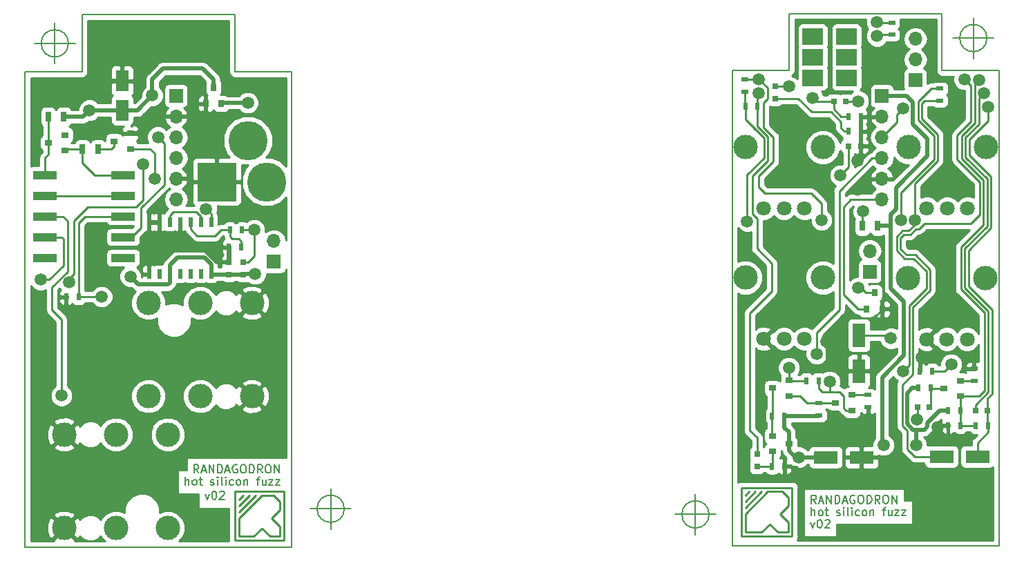
<source format=gbr>
G04 #@! TF.GenerationSoftware,KiCad,Pcbnew,(5.0.0)*
G04 #@! TF.CreationDate,2018-12-06T20:04:42+01:00*
G04 #@! TF.ProjectId,hot_silicon_fuzz,686F745F73696C69636F6E5F66757A7A,rev?*
G04 #@! TF.SameCoordinates,Original*
G04 #@! TF.FileFunction,Copper,L1,Top,Signal*
G04 #@! TF.FilePolarity,Positive*
%FSLAX46Y46*%
G04 Gerber Fmt 4.6, Leading zero omitted, Abs format (unit mm)*
G04 Created by KiCad (PCBNEW (5.0.0)) date 12/06/18 20:04:42*
%MOMM*%
%LPD*%
G01*
G04 APERTURE LIST*
G04 #@! TA.AperFunction,NonConductor*
%ADD10C,0.150000*%
G04 #@! TD*
G04 #@! TA.AperFunction,NonConductor*
%ADD11C,0.200000*%
G04 #@! TD*
G04 #@! TA.AperFunction,SMDPad,CuDef*
%ADD12R,0.800000X0.900000*%
G04 #@! TD*
G04 #@! TA.AperFunction,ComponentPad*
%ADD13R,1.700000X1.700000*%
G04 #@! TD*
G04 #@! TA.AperFunction,ComponentPad*
%ADD14O,1.700000X1.700000*%
G04 #@! TD*
G04 #@! TA.AperFunction,ComponentPad*
%ADD15R,2.500000X2.000000*%
G04 #@! TD*
G04 #@! TA.AperFunction,SMDPad,CuDef*
%ADD16R,0.750000X0.800000*%
G04 #@! TD*
G04 #@! TA.AperFunction,SMDPad,CuDef*
%ADD17R,0.700000X1.300000*%
G04 #@! TD*
G04 #@! TA.AperFunction,SMDPad,CuDef*
%ADD18R,0.508000X1.143000*%
G04 #@! TD*
G04 #@! TA.AperFunction,ComponentPad*
%ADD19C,1.800000*%
G04 #@! TD*
G04 #@! TA.AperFunction,WasherPad*
%ADD20C,3.000000*%
G04 #@! TD*
G04 #@! TA.AperFunction,SMDPad,CuDef*
%ADD21R,0.500000X0.900000*%
G04 #@! TD*
G04 #@! TA.AperFunction,SMDPad,CuDef*
%ADD22R,2.940000X1.000000*%
G04 #@! TD*
G04 #@! TA.AperFunction,ComponentPad*
%ADD23C,4.800000*%
G04 #@! TD*
G04 #@! TA.AperFunction,ComponentPad*
%ADD24R,4.800000X4.800000*%
G04 #@! TD*
G04 #@! TA.AperFunction,ComponentPad*
%ADD25C,3.000000*%
G04 #@! TD*
G04 #@! TA.AperFunction,SMDPad,CuDef*
%ADD26R,0.900000X0.800000*%
G04 #@! TD*
G04 #@! TA.AperFunction,SMDPad,CuDef*
%ADD27R,1.600000X2.600000*%
G04 #@! TD*
G04 #@! TA.AperFunction,SMDPad,CuDef*
%ADD28R,3.000000X1.600000*%
G04 #@! TD*
G04 #@! TA.AperFunction,SMDPad,CuDef*
%ADD29R,0.800000X0.750000*%
G04 #@! TD*
G04 #@! TA.AperFunction,SMDPad,CuDef*
%ADD30R,1.600000X3.000000*%
G04 #@! TD*
G04 #@! TA.AperFunction,SMDPad,CuDef*
%ADD31R,0.900000X0.500000*%
G04 #@! TD*
G04 #@! TA.AperFunction,ViaPad*
%ADD32C,1.500000*%
G04 #@! TD*
G04 #@! TA.AperFunction,Conductor*
%ADD33C,0.250000*%
G04 #@! TD*
G04 #@! TA.AperFunction,Conductor*
%ADD34C,0.500000*%
G04 #@! TD*
G04 #@! TA.AperFunction,Conductor*
%ADD35C,0.254000*%
G04 #@! TD*
G04 APERTURE END LIST*
D10*
X41816666Y-42000000D02*
G75*
G03X41816666Y-42000000I-1666666J0D01*
G01*
X37650000Y-42000000D02*
X42650000Y-42000000D01*
X40150000Y-39500000D02*
X40150000Y-44500000D01*
X75616666Y-99100000D02*
G75*
G03X75616666Y-99100000I-1666666J0D01*
G01*
X71450000Y-99100000D02*
X76450000Y-99100000D01*
X73950000Y-96600000D02*
X73950000Y-101600000D01*
X120316666Y-99800000D02*
G75*
G03X120316666Y-99800000I-1666666J0D01*
G01*
X116150000Y-99800000D02*
X121150000Y-99800000D01*
X118650000Y-97300000D02*
X118650000Y-102300000D01*
X154366666Y-41350000D02*
G75*
G03X154366666Y-41350000I-1666666J0D01*
G01*
X150200000Y-41350000D02*
X155200000Y-41350000D01*
X152700000Y-38850000D02*
X152700000Y-43850000D01*
D11*
X58596190Y-97285714D02*
X58834285Y-97952380D01*
X59072380Y-97285714D01*
X59643809Y-96952380D02*
X59739047Y-96952380D01*
X59834285Y-97000000D01*
X59881904Y-97047619D01*
X59929523Y-97142857D01*
X59977142Y-97333333D01*
X59977142Y-97571428D01*
X59929523Y-97761904D01*
X59881904Y-97857142D01*
X59834285Y-97904761D01*
X59739047Y-97952380D01*
X59643809Y-97952380D01*
X59548571Y-97904761D01*
X59500952Y-97857142D01*
X59453333Y-97761904D01*
X59405714Y-97571428D01*
X59405714Y-97333333D01*
X59453333Y-97142857D01*
X59500952Y-97047619D01*
X59548571Y-97000000D01*
X59643809Y-96952380D01*
X60358095Y-97047619D02*
X60405714Y-97000000D01*
X60500952Y-96952380D01*
X60739047Y-96952380D01*
X60834285Y-97000000D01*
X60881904Y-97047619D01*
X60929523Y-97142857D01*
X60929523Y-97238095D01*
X60881904Y-97380952D01*
X60310476Y-97952380D01*
X60929523Y-97952380D01*
X56155714Y-96202380D02*
X56155714Y-95202380D01*
X56584285Y-96202380D02*
X56584285Y-95678571D01*
X56536666Y-95583333D01*
X56441428Y-95535714D01*
X56298571Y-95535714D01*
X56203333Y-95583333D01*
X56155714Y-95630952D01*
X57203333Y-96202380D02*
X57108095Y-96154761D01*
X57060476Y-96107142D01*
X57012857Y-96011904D01*
X57012857Y-95726190D01*
X57060476Y-95630952D01*
X57108095Y-95583333D01*
X57203333Y-95535714D01*
X57346190Y-95535714D01*
X57441428Y-95583333D01*
X57489047Y-95630952D01*
X57536666Y-95726190D01*
X57536666Y-96011904D01*
X57489047Y-96107142D01*
X57441428Y-96154761D01*
X57346190Y-96202380D01*
X57203333Y-96202380D01*
X57822380Y-95535714D02*
X58203333Y-95535714D01*
X57965238Y-95202380D02*
X57965238Y-96059523D01*
X58012857Y-96154761D01*
X58108095Y-96202380D01*
X58203333Y-96202380D01*
X59250952Y-96154761D02*
X59346190Y-96202380D01*
X59536666Y-96202380D01*
X59631904Y-96154761D01*
X59679523Y-96059523D01*
X59679523Y-96011904D01*
X59631904Y-95916666D01*
X59536666Y-95869047D01*
X59393809Y-95869047D01*
X59298571Y-95821428D01*
X59250952Y-95726190D01*
X59250952Y-95678571D01*
X59298571Y-95583333D01*
X59393809Y-95535714D01*
X59536666Y-95535714D01*
X59631904Y-95583333D01*
X60108095Y-96202380D02*
X60108095Y-95535714D01*
X60108095Y-95202380D02*
X60060476Y-95250000D01*
X60108095Y-95297619D01*
X60155714Y-95250000D01*
X60108095Y-95202380D01*
X60108095Y-95297619D01*
X60727142Y-96202380D02*
X60631904Y-96154761D01*
X60584285Y-96059523D01*
X60584285Y-95202380D01*
X61108095Y-96202380D02*
X61108095Y-95535714D01*
X61108095Y-95202380D02*
X61060476Y-95250000D01*
X61108095Y-95297619D01*
X61155714Y-95250000D01*
X61108095Y-95202380D01*
X61108095Y-95297619D01*
X62012857Y-96154761D02*
X61917619Y-96202380D01*
X61727142Y-96202380D01*
X61631904Y-96154761D01*
X61584285Y-96107142D01*
X61536666Y-96011904D01*
X61536666Y-95726190D01*
X61584285Y-95630952D01*
X61631904Y-95583333D01*
X61727142Y-95535714D01*
X61917619Y-95535714D01*
X62012857Y-95583333D01*
X62584285Y-96202380D02*
X62489047Y-96154761D01*
X62441428Y-96107142D01*
X62393809Y-96011904D01*
X62393809Y-95726190D01*
X62441428Y-95630952D01*
X62489047Y-95583333D01*
X62584285Y-95535714D01*
X62727142Y-95535714D01*
X62822380Y-95583333D01*
X62870000Y-95630952D01*
X62917619Y-95726190D01*
X62917619Y-96011904D01*
X62870000Y-96107142D01*
X62822380Y-96154761D01*
X62727142Y-96202380D01*
X62584285Y-96202380D01*
X63346190Y-95535714D02*
X63346190Y-96202380D01*
X63346190Y-95630952D02*
X63393809Y-95583333D01*
X63489047Y-95535714D01*
X63631904Y-95535714D01*
X63727142Y-95583333D01*
X63774761Y-95678571D01*
X63774761Y-96202380D01*
X64870000Y-95535714D02*
X65250952Y-95535714D01*
X65012857Y-96202380D02*
X65012857Y-95345238D01*
X65060476Y-95250000D01*
X65155714Y-95202380D01*
X65250952Y-95202380D01*
X66012857Y-95535714D02*
X66012857Y-96202380D01*
X65584285Y-95535714D02*
X65584285Y-96059523D01*
X65631904Y-96154761D01*
X65727142Y-96202380D01*
X65870000Y-96202380D01*
X65965238Y-96154761D01*
X66012857Y-96107142D01*
X66393809Y-95535714D02*
X66917619Y-95535714D01*
X66393809Y-96202380D01*
X66917619Y-96202380D01*
X67203333Y-95535714D02*
X67727142Y-95535714D01*
X67203333Y-96202380D01*
X67727142Y-96202380D01*
X57774761Y-94702380D02*
X57441428Y-94226190D01*
X57203333Y-94702380D02*
X57203333Y-93702380D01*
X57584285Y-93702380D01*
X57679523Y-93750000D01*
X57727142Y-93797619D01*
X57774761Y-93892857D01*
X57774761Y-94035714D01*
X57727142Y-94130952D01*
X57679523Y-94178571D01*
X57584285Y-94226190D01*
X57203333Y-94226190D01*
X58155714Y-94416666D02*
X58631904Y-94416666D01*
X58060476Y-94702380D02*
X58393809Y-93702380D01*
X58727142Y-94702380D01*
X59060476Y-94702380D02*
X59060476Y-93702380D01*
X59631904Y-94702380D01*
X59631904Y-93702380D01*
X60108095Y-94702380D02*
X60108095Y-93702380D01*
X60346190Y-93702380D01*
X60489047Y-93750000D01*
X60584285Y-93845238D01*
X60631904Y-93940476D01*
X60679523Y-94130952D01*
X60679523Y-94273809D01*
X60631904Y-94464285D01*
X60584285Y-94559523D01*
X60489047Y-94654761D01*
X60346190Y-94702380D01*
X60108095Y-94702380D01*
X61060476Y-94416666D02*
X61536666Y-94416666D01*
X60965238Y-94702380D02*
X61298571Y-93702380D01*
X61631904Y-94702380D01*
X62489047Y-93750000D02*
X62393809Y-93702380D01*
X62250952Y-93702380D01*
X62108095Y-93750000D01*
X62012857Y-93845238D01*
X61965238Y-93940476D01*
X61917619Y-94130952D01*
X61917619Y-94273809D01*
X61965238Y-94464285D01*
X62012857Y-94559523D01*
X62108095Y-94654761D01*
X62250952Y-94702380D01*
X62346190Y-94702380D01*
X62489047Y-94654761D01*
X62536666Y-94607142D01*
X62536666Y-94273809D01*
X62346190Y-94273809D01*
X63155714Y-93702380D02*
X63346190Y-93702380D01*
X63441428Y-93750000D01*
X63536666Y-93845238D01*
X63584285Y-94035714D01*
X63584285Y-94369047D01*
X63536666Y-94559523D01*
X63441428Y-94654761D01*
X63346190Y-94702380D01*
X63155714Y-94702380D01*
X63060476Y-94654761D01*
X62965238Y-94559523D01*
X62917619Y-94369047D01*
X62917619Y-94035714D01*
X62965238Y-93845238D01*
X63060476Y-93750000D01*
X63155714Y-93702380D01*
X64012857Y-94702380D02*
X64012857Y-93702380D01*
X64250952Y-93702380D01*
X64393809Y-93750000D01*
X64489047Y-93845238D01*
X64536666Y-93940476D01*
X64584285Y-94130952D01*
X64584285Y-94273809D01*
X64536666Y-94464285D01*
X64489047Y-94559523D01*
X64393809Y-94654761D01*
X64250952Y-94702380D01*
X64012857Y-94702380D01*
X65584285Y-94702380D02*
X65250952Y-94226190D01*
X65012857Y-94702380D02*
X65012857Y-93702380D01*
X65393809Y-93702380D01*
X65489047Y-93750000D01*
X65536666Y-93797619D01*
X65584285Y-93892857D01*
X65584285Y-94035714D01*
X65536666Y-94130952D01*
X65489047Y-94178571D01*
X65393809Y-94226190D01*
X65012857Y-94226190D01*
X66203333Y-93702380D02*
X66393809Y-93702380D01*
X66489047Y-93750000D01*
X66584285Y-93845238D01*
X66631904Y-94035714D01*
X66631904Y-94369047D01*
X66584285Y-94559523D01*
X66489047Y-94654761D01*
X66393809Y-94702380D01*
X66203333Y-94702380D01*
X66108095Y-94654761D01*
X66012857Y-94559523D01*
X65965238Y-94369047D01*
X65965238Y-94035714D01*
X66012857Y-93845238D01*
X66108095Y-93750000D01*
X66203333Y-93702380D01*
X67060476Y-94702380D02*
X67060476Y-93702380D01*
X67631904Y-94702380D01*
X67631904Y-93702380D01*
X132772857Y-100785714D02*
X133010952Y-101452380D01*
X133249047Y-100785714D01*
X133820476Y-100452380D02*
X133915714Y-100452380D01*
X134010952Y-100500000D01*
X134058571Y-100547619D01*
X134106190Y-100642857D01*
X134153809Y-100833333D01*
X134153809Y-101071428D01*
X134106190Y-101261904D01*
X134058571Y-101357142D01*
X134010952Y-101404761D01*
X133915714Y-101452380D01*
X133820476Y-101452380D01*
X133725238Y-101404761D01*
X133677619Y-101357142D01*
X133630000Y-101261904D01*
X133582380Y-101071428D01*
X133582380Y-100833333D01*
X133630000Y-100642857D01*
X133677619Y-100547619D01*
X133725238Y-100500000D01*
X133820476Y-100452380D01*
X134534761Y-100547619D02*
X134582380Y-100500000D01*
X134677619Y-100452380D01*
X134915714Y-100452380D01*
X135010952Y-100500000D01*
X135058571Y-100547619D01*
X135106190Y-100642857D01*
X135106190Y-100738095D01*
X135058571Y-100880952D01*
X134487142Y-101452380D01*
X135106190Y-101452380D01*
X132868095Y-99952380D02*
X132868095Y-98952380D01*
X133296666Y-99952380D02*
X133296666Y-99428571D01*
X133249047Y-99333333D01*
X133153809Y-99285714D01*
X133010952Y-99285714D01*
X132915714Y-99333333D01*
X132868095Y-99380952D01*
X133915714Y-99952380D02*
X133820476Y-99904761D01*
X133772857Y-99857142D01*
X133725238Y-99761904D01*
X133725238Y-99476190D01*
X133772857Y-99380952D01*
X133820476Y-99333333D01*
X133915714Y-99285714D01*
X134058571Y-99285714D01*
X134153809Y-99333333D01*
X134201428Y-99380952D01*
X134249047Y-99476190D01*
X134249047Y-99761904D01*
X134201428Y-99857142D01*
X134153809Y-99904761D01*
X134058571Y-99952380D01*
X133915714Y-99952380D01*
X134534761Y-99285714D02*
X134915714Y-99285714D01*
X134677619Y-98952380D02*
X134677619Y-99809523D01*
X134725238Y-99904761D01*
X134820476Y-99952380D01*
X134915714Y-99952380D01*
X135963333Y-99904761D02*
X136058571Y-99952380D01*
X136249047Y-99952380D01*
X136344285Y-99904761D01*
X136391904Y-99809523D01*
X136391904Y-99761904D01*
X136344285Y-99666666D01*
X136249047Y-99619047D01*
X136106190Y-99619047D01*
X136010952Y-99571428D01*
X135963333Y-99476190D01*
X135963333Y-99428571D01*
X136010952Y-99333333D01*
X136106190Y-99285714D01*
X136249047Y-99285714D01*
X136344285Y-99333333D01*
X136820476Y-99952380D02*
X136820476Y-99285714D01*
X136820476Y-98952380D02*
X136772857Y-99000000D01*
X136820476Y-99047619D01*
X136868095Y-99000000D01*
X136820476Y-98952380D01*
X136820476Y-99047619D01*
X137439523Y-99952380D02*
X137344285Y-99904761D01*
X137296666Y-99809523D01*
X137296666Y-98952380D01*
X137820476Y-99952380D02*
X137820476Y-99285714D01*
X137820476Y-98952380D02*
X137772857Y-99000000D01*
X137820476Y-99047619D01*
X137868095Y-99000000D01*
X137820476Y-98952380D01*
X137820476Y-99047619D01*
X138725238Y-99904761D02*
X138630000Y-99952380D01*
X138439523Y-99952380D01*
X138344285Y-99904761D01*
X138296666Y-99857142D01*
X138249047Y-99761904D01*
X138249047Y-99476190D01*
X138296666Y-99380952D01*
X138344285Y-99333333D01*
X138439523Y-99285714D01*
X138630000Y-99285714D01*
X138725238Y-99333333D01*
X139296666Y-99952380D02*
X139201428Y-99904761D01*
X139153809Y-99857142D01*
X139106190Y-99761904D01*
X139106190Y-99476190D01*
X139153809Y-99380952D01*
X139201428Y-99333333D01*
X139296666Y-99285714D01*
X139439523Y-99285714D01*
X139534761Y-99333333D01*
X139582380Y-99380952D01*
X139630000Y-99476190D01*
X139630000Y-99761904D01*
X139582380Y-99857142D01*
X139534761Y-99904761D01*
X139439523Y-99952380D01*
X139296666Y-99952380D01*
X140058571Y-99285714D02*
X140058571Y-99952380D01*
X140058571Y-99380952D02*
X140106190Y-99333333D01*
X140201428Y-99285714D01*
X140344285Y-99285714D01*
X140439523Y-99333333D01*
X140487142Y-99428571D01*
X140487142Y-99952380D01*
X141582380Y-99285714D02*
X141963333Y-99285714D01*
X141725238Y-99952380D02*
X141725238Y-99095238D01*
X141772857Y-99000000D01*
X141868095Y-98952380D01*
X141963333Y-98952380D01*
X142725238Y-99285714D02*
X142725238Y-99952380D01*
X142296666Y-99285714D02*
X142296666Y-99809523D01*
X142344285Y-99904761D01*
X142439523Y-99952380D01*
X142582380Y-99952380D01*
X142677619Y-99904761D01*
X142725238Y-99857142D01*
X143106190Y-99285714D02*
X143630000Y-99285714D01*
X143106190Y-99952380D01*
X143630000Y-99952380D01*
X143915714Y-99285714D02*
X144439523Y-99285714D01*
X143915714Y-99952380D01*
X144439523Y-99952380D01*
X133439523Y-98452380D02*
X133106190Y-97976190D01*
X132868095Y-98452380D02*
X132868095Y-97452380D01*
X133249047Y-97452380D01*
X133344285Y-97500000D01*
X133391904Y-97547619D01*
X133439523Y-97642857D01*
X133439523Y-97785714D01*
X133391904Y-97880952D01*
X133344285Y-97928571D01*
X133249047Y-97976190D01*
X132868095Y-97976190D01*
X133820476Y-98166666D02*
X134296666Y-98166666D01*
X133725238Y-98452380D02*
X134058571Y-97452380D01*
X134391904Y-98452380D01*
X134725238Y-98452380D02*
X134725238Y-97452380D01*
X135296666Y-98452380D01*
X135296666Y-97452380D01*
X135772857Y-98452380D02*
X135772857Y-97452380D01*
X136010952Y-97452380D01*
X136153809Y-97500000D01*
X136249047Y-97595238D01*
X136296666Y-97690476D01*
X136344285Y-97880952D01*
X136344285Y-98023809D01*
X136296666Y-98214285D01*
X136249047Y-98309523D01*
X136153809Y-98404761D01*
X136010952Y-98452380D01*
X135772857Y-98452380D01*
X136725238Y-98166666D02*
X137201428Y-98166666D01*
X136630000Y-98452380D02*
X136963333Y-97452380D01*
X137296666Y-98452380D01*
X138153809Y-97500000D02*
X138058571Y-97452380D01*
X137915714Y-97452380D01*
X137772857Y-97500000D01*
X137677619Y-97595238D01*
X137630000Y-97690476D01*
X137582380Y-97880952D01*
X137582380Y-98023809D01*
X137630000Y-98214285D01*
X137677619Y-98309523D01*
X137772857Y-98404761D01*
X137915714Y-98452380D01*
X138010952Y-98452380D01*
X138153809Y-98404761D01*
X138201428Y-98357142D01*
X138201428Y-98023809D01*
X138010952Y-98023809D01*
X138820476Y-97452380D02*
X139010952Y-97452380D01*
X139106190Y-97500000D01*
X139201428Y-97595238D01*
X139249047Y-97785714D01*
X139249047Y-98119047D01*
X139201428Y-98309523D01*
X139106190Y-98404761D01*
X139010952Y-98452380D01*
X138820476Y-98452380D01*
X138725238Y-98404761D01*
X138630000Y-98309523D01*
X138582380Y-98119047D01*
X138582380Y-97785714D01*
X138630000Y-97595238D01*
X138725238Y-97500000D01*
X138820476Y-97452380D01*
X139677619Y-98452380D02*
X139677619Y-97452380D01*
X139915714Y-97452380D01*
X140058571Y-97500000D01*
X140153809Y-97595238D01*
X140201428Y-97690476D01*
X140249047Y-97880952D01*
X140249047Y-98023809D01*
X140201428Y-98214285D01*
X140153809Y-98309523D01*
X140058571Y-98404761D01*
X139915714Y-98452380D01*
X139677619Y-98452380D01*
X141249047Y-98452380D02*
X140915714Y-97976190D01*
X140677619Y-98452380D02*
X140677619Y-97452380D01*
X141058571Y-97452380D01*
X141153809Y-97500000D01*
X141201428Y-97547619D01*
X141249047Y-97642857D01*
X141249047Y-97785714D01*
X141201428Y-97880952D01*
X141153809Y-97928571D01*
X141058571Y-97976190D01*
X140677619Y-97976190D01*
X141868095Y-97452380D02*
X142058571Y-97452380D01*
X142153809Y-97500000D01*
X142249047Y-97595238D01*
X142296666Y-97785714D01*
X142296666Y-98119047D01*
X142249047Y-98309523D01*
X142153809Y-98404761D01*
X142058571Y-98452380D01*
X141868095Y-98452380D01*
X141772857Y-98404761D01*
X141677619Y-98309523D01*
X141630000Y-98119047D01*
X141630000Y-97785714D01*
X141677619Y-97595238D01*
X141772857Y-97500000D01*
X141868095Y-97452380D01*
X142725238Y-98452380D02*
X142725238Y-97452380D01*
X143296666Y-98452380D01*
X143296666Y-97452380D01*
D10*
X155850000Y-45350000D02*
X155850000Y-103650000D01*
X123150000Y-103650000D02*
X123150000Y-45350000D01*
X155850000Y-103650000D02*
X123150000Y-103650000D01*
X148850000Y-45350000D02*
X155850000Y-45350000D01*
X148850000Y-38350000D02*
X148850000Y-45350000D01*
X123150000Y-45350000D02*
X130150000Y-45350000D01*
X130150000Y-38350000D02*
X148850000Y-38350000D01*
X130150000Y-45350000D02*
X130150000Y-38350000D01*
X36500000Y-103800000D02*
X36500000Y-45500000D01*
X69200000Y-103800000D02*
X36500000Y-103800000D01*
X69200000Y-45500000D02*
X69200000Y-103800000D01*
X62200000Y-45500000D02*
X69200000Y-45500000D01*
X62200000Y-38500000D02*
X62200000Y-45500000D01*
X43500000Y-38500000D02*
X62200000Y-38500000D01*
X43500000Y-45500000D02*
X43500000Y-38500000D01*
X36500000Y-45500000D02*
X43500000Y-45500000D01*
D12*
G04 #@! TO.P,Q202,1*
G04 #@! TO.N,VSS*
X58650000Y-49400000D03*
G04 #@! TO.P,Q202,2*
G04 #@! TO.N,Net-(J203-Pad2)*
X60550000Y-49400000D03*
G04 #@! TO.P,Q202,3*
G04 #@! TO.N,VDD*
X59600000Y-47400000D03*
G04 #@! TD*
D13*
G04 #@! TO.P,J302,1*
G04 #@! TO.N,VAA*
X141500000Y-48460000D03*
D14*
G04 #@! TO.P,J302,2*
G04 #@! TO.N,GNDD*
X141500000Y-51000000D03*
G04 #@! TO.P,J302,3*
G04 #@! TO.N,/Hot Silicon/FX_IN_B*
X141500000Y-53540000D03*
G04 #@! TO.P,J302,4*
G04 #@! TO.N,/Hot Silicon/FX_OUT_B*
X141500000Y-56080000D03*
G04 #@! TO.P,J302,5*
G04 #@! TO.N,GNDD*
X141500000Y-58620000D03*
G04 #@! TO.P,J302,6*
G04 #@! TO.N,/Hot Silicon/LED_CMD_B*
X141500000Y-61160000D03*
G04 #@! TD*
D15*
G04 #@! TO.P,J301,1*
G04 #@! TO.N,/Hot Silicon/EQ_SW_1_3B*
X137180000Y-46240000D03*
G04 #@! TO.P,J301,2*
G04 #@! TO.N,/Hot Silicon/EQ_SW_2_3B*
X133020000Y-46240000D03*
G04 #@! TO.P,J301,3*
G04 #@! TO.N,/Hot Silicon/EQ_SW_1_2B*
X137180000Y-43700000D03*
G04 #@! TO.P,J301,4*
G04 #@! TO.N,/Hot Silicon/EQ_SW_2_2B*
X133020000Y-43700000D03*
G04 #@! TO.P,J301,5*
G04 #@! TO.N,/Hot Silicon/EQ_SW_1_1B*
X137180000Y-41160000D03*
G04 #@! TO.P,J301,6*
G04 #@! TO.N,/Hot Silicon/EQ_SW_2_1B*
X133020000Y-41160000D03*
G04 #@! TD*
D13*
G04 #@! TO.P,J207,1*
G04 #@! TO.N,VDD*
X55000000Y-48440000D03*
D14*
G04 #@! TO.P,J207,2*
G04 #@! TO.N,VSS*
X55000000Y-50980000D03*
G04 #@! TO.P,J207,3*
G04 #@! TO.N,/CONNECTORS/FX_IN_A*
X55000000Y-53520000D03*
G04 #@! TO.P,J207,4*
G04 #@! TO.N,/CONNECTORS/FX_OUT_A*
X55000000Y-56060000D03*
G04 #@! TO.P,J207,5*
G04 #@! TO.N,VSS*
X55000000Y-58600000D03*
G04 #@! TO.P,J207,6*
G04 #@! TO.N,/CONNECTORS/BYPASS_CMD*
X55000000Y-61140000D03*
G04 #@! TD*
D16*
G04 #@! TO.P,C204,2*
G04 #@! TO.N,VDD*
X63200000Y-70350000D03*
G04 #@! TO.P,C204,1*
G04 #@! TO.N,Net-(C204-Pad1)*
X63200000Y-68850000D03*
G04 #@! TD*
D17*
G04 #@! TO.P,R205,1*
G04 #@! TO.N,Net-(D201-Pad1)*
X43550000Y-55000000D03*
G04 #@! TO.P,R205,2*
G04 #@! TO.N,Net-(Q201-Pad3)*
X45450000Y-55000000D03*
G04 #@! TD*
G04 #@! TO.P,R204,1*
G04 #@! TO.N,VDD*
X41250000Y-51000000D03*
G04 #@! TO.P,R204,2*
G04 #@! TO.N,Net-(D201-Pad3)*
X39350000Y-51000000D03*
G04 #@! TD*
D18*
G04 #@! TO.P,U201,1*
G04 #@! TO.N,/CONNECTORS/BYPASS_CMD*
X59310000Y-63948000D03*
G04 #@! TO.P,U201,2*
G04 #@! TO.N,Net-(U201-Pad2)*
X58040000Y-63948000D03*
G04 #@! TO.P,U201,3*
G04 #@! TO.N,Net-(R202-Pad2)*
X56770000Y-63948000D03*
G04 #@! TO.P,U201,4*
G04 #@! TO.N,VSS*
X55500000Y-63948000D03*
G04 #@! TO.P,U201,5*
G04 #@! TO.N,Net-(U201-Pad2)*
X54230000Y-63948000D03*
G04 #@! TO.P,U201,6*
G04 #@! TO.N,VSS*
X52960000Y-63948000D03*
G04 #@! TO.P,U201,7*
X51690000Y-63948000D03*
G04 #@! TO.P,U201,8*
X51690000Y-70298000D03*
G04 #@! TO.P,U201,9*
G04 #@! TO.N,N/C*
X52960000Y-70298000D03*
G04 #@! TO.P,U201,11*
X55500000Y-70298000D03*
G04 #@! TO.P,U201,12*
X56770000Y-70298000D03*
G04 #@! TO.P,U201,13*
X58040000Y-70298000D03*
G04 #@! TO.P,U201,14*
G04 #@! TO.N,VDD*
X59310000Y-70298000D03*
G04 #@! TO.P,U201,10*
X54230000Y-70298000D03*
G04 #@! TD*
D19*
G04 #@! TO.P,RV304,1*
G04 #@! TO.N,GNDD*
X127000000Y-78250000D03*
G04 #@! TO.P,RV304,2*
G04 #@! TO.N,/Hot Silicon/FX_OUT_B*
X129500000Y-78250000D03*
G04 #@! TO.P,RV304,3*
G04 #@! TO.N,Net-(RV303-Pad2)*
X132000000Y-78250000D03*
D20*
G04 #@! TO.P,RV304,*
G04 #@! TO.N,*
X124750000Y-70750000D03*
X134250000Y-70750000D03*
G04 #@! TD*
D19*
G04 #@! TO.P,RV303,1*
G04 #@! TO.N,Net-(C307-Pad1)*
X127000000Y-62250000D03*
G04 #@! TO.P,RV303,2*
G04 #@! TO.N,Net-(RV303-Pad2)*
X129500000Y-62250000D03*
G04 #@! TO.P,RV303,3*
G04 #@! TO.N,/Hot Silicon/EQ_SW_2_2B*
X132000000Y-62250000D03*
D20*
G04 #@! TO.P,RV303,*
G04 #@! TO.N,*
X124750000Y-54750000D03*
X134250000Y-54750000D03*
G04 #@! TD*
D19*
G04 #@! TO.P,RV302,1*
G04 #@! TO.N,GNDD*
X146950000Y-78300000D03*
G04 #@! TO.P,RV302,2*
G04 #@! TO.N,Net-(R307-Pad2)*
X149450000Y-78300000D03*
G04 #@! TO.P,RV302,3*
X151950000Y-78300000D03*
D20*
G04 #@! TO.P,RV302,*
G04 #@! TO.N,*
X144700000Y-70800000D03*
X154200000Y-70800000D03*
G04 #@! TD*
D19*
G04 #@! TO.P,RV301,1*
G04 #@! TO.N,Net-(R307-Pad2)*
X147000000Y-62250000D03*
G04 #@! TO.P,RV301,2*
G04 #@! TO.N,Net-(C303-Pad1)*
X149500000Y-62250000D03*
G04 #@! TO.P,RV301,3*
G04 #@! TO.N,Net-(Q303-Pad2)*
X152000000Y-62250000D03*
D20*
G04 #@! TO.P,RV301,*
G04 #@! TO.N,*
X144750000Y-54750000D03*
X154250000Y-54750000D03*
G04 #@! TD*
D21*
G04 #@! TO.P,R203,1*
G04 #@! TO.N,VSS*
X61500000Y-67000000D03*
G04 #@! TO.P,R203,2*
G04 #@! TO.N,Net-(R202-Pad2)*
X63000000Y-67000000D03*
G04 #@! TD*
G04 #@! TO.P,R202,1*
G04 #@! TO.N,Net-(C204-Pad1)*
X63100000Y-64900000D03*
G04 #@! TO.P,R202,2*
G04 #@! TO.N,Net-(R202-Pad2)*
X61600000Y-64900000D03*
G04 #@! TD*
G04 #@! TO.P,R201,1*
G04 #@! TO.N,VSS*
X41550000Y-73100000D03*
G04 #@! TO.P,R201,2*
G04 #@! TO.N,/CONNECTORS/AUDIO_IN*
X43050000Y-73100000D03*
G04 #@! TD*
D12*
G04 #@! TO.P,Q305,1*
G04 #@! TO.N,/Hot Silicon/LED_CMD_B*
X139650000Y-74600000D03*
G04 #@! TO.P,Q305,2*
G04 #@! TO.N,GNDD*
X141550000Y-74600000D03*
G04 #@! TO.P,Q305,3*
G04 #@! TO.N,Net-(D301-Pad1)*
X140600000Y-72600000D03*
G04 #@! TD*
D22*
G04 #@! TO.P,K201,10*
G04 #@! TO.N,Net-(D201-Pad1)*
X48530000Y-58170000D03*
G04 #@! TO.P,K201,9*
G04 #@! TO.N,Net-(K201-Pad2)*
X48530000Y-60710000D03*
G04 #@! TO.P,K201,8*
G04 #@! TO.N,/CONNECTORS/AUDIO_IN*
X48530000Y-63250000D03*
G04 #@! TO.P,K201,7*
G04 #@! TO.N,/CONNECTORS/FX_IN_A*
X48530000Y-65790000D03*
G04 #@! TO.P,K201,6*
G04 #@! TO.N,N/C*
X48530000Y-68330000D03*
G04 #@! TO.P,K201,5*
X38970000Y-68330000D03*
G04 #@! TO.P,K201,4*
G04 #@! TO.N,/CONNECTORS/FX_OUT_A*
X38970000Y-65790000D03*
G04 #@! TO.P,K201,3*
G04 #@! TO.N,/CONNECTORS/AUDIO_OUT*
X38970000Y-63250000D03*
G04 #@! TO.P,K201,2*
G04 #@! TO.N,Net-(K201-Pad2)*
X38970000Y-60710000D03*
G04 #@! TO.P,K201,1*
G04 #@! TO.N,Net-(D201-Pad3)*
X38970000Y-58170000D03*
G04 #@! TD*
D13*
G04 #@! TO.P,J204,1*
G04 #@! TO.N,VDD*
X67000000Y-68790000D03*
D14*
G04 #@! TO.P,J204,2*
G04 #@! TO.N,Net-(C204-Pad1)*
X67000000Y-66250000D03*
G04 #@! TD*
D23*
G04 #@! TO.P,J203,2*
G04 #@! TO.N,Net-(J203-Pad2)*
X66100000Y-59000000D03*
D24*
G04 #@! TO.P,J203,1*
G04 #@! TO.N,VSS*
X60000000Y-59000000D03*
D23*
G04 #@! TO.P,J203,3*
G04 #@! TO.N,Net-(J203-Pad2)*
X63810000Y-53920000D03*
G04 #@! TD*
D25*
G04 #@! TO.P,J202,1*
G04 #@! TO.N,VSS*
X41300000Y-101450000D03*
G04 #@! TO.P,J202,2*
G04 #@! TO.N,N/C*
X47650000Y-101450000D03*
G04 #@! TO.P,J202,6*
X54000000Y-90000000D03*
G04 #@! TO.P,J202,3*
G04 #@! TO.N,/CONNECTORS/AUDIO_OUT*
X54000000Y-101450000D03*
G04 #@! TO.P,J202,4*
G04 #@! TO.N,VSS*
X41300000Y-90000000D03*
G04 #@! TO.P,J202,5*
G04 #@! TO.N,N/C*
X47650000Y-90000000D03*
G04 #@! TD*
G04 #@! TO.P,J201,1*
G04 #@! TO.N,VSS*
X64300000Y-73850000D03*
G04 #@! TO.P,J201,2*
G04 #@! TO.N,N/C*
X57950000Y-73850000D03*
G04 #@! TO.P,J201,6*
X51600000Y-85300000D03*
G04 #@! TO.P,J201,3*
G04 #@! TO.N,/CONNECTORS/AUDIO_IN*
X51600000Y-73850000D03*
G04 #@! TO.P,J201,4*
G04 #@! TO.N,VSS*
X64300000Y-85300000D03*
G04 #@! TO.P,J201,5*
G04 #@! TO.N,N/C*
X57950000Y-85300000D03*
G04 #@! TD*
D13*
G04 #@! TO.P,D301,1*
G04 #@! TO.N,Net-(D301-Pad1)*
X140000000Y-70000000D03*
D14*
G04 #@! TO.P,D301,2*
G04 #@! TO.N,Net-(D301-Pad2)*
X140000000Y-67460000D03*
G04 #@! TD*
D26*
G04 #@! TO.P,D201,1*
G04 #@! TO.N,Net-(D201-Pad1)*
X41400000Y-55150000D03*
G04 #@! TO.P,D201,2*
G04 #@! TO.N,N/C*
X41400000Y-53250000D03*
G04 #@! TO.P,D201,3*
G04 #@! TO.N,Net-(D201-Pad3)*
X39400000Y-54200000D03*
G04 #@! TD*
D16*
G04 #@! TO.P,C203,2*
G04 #@! TO.N,VSS*
X61500000Y-68850000D03*
G04 #@! TO.P,C203,1*
G04 #@! TO.N,VDD*
X61500000Y-70350000D03*
G04 #@! TD*
D26*
G04 #@! TO.P,Q201,1*
G04 #@! TO.N,/CONNECTORS/BYPASS_CMD*
X49400000Y-54950000D03*
G04 #@! TO.P,Q201,2*
G04 #@! TO.N,VSS*
X49400000Y-53050000D03*
G04 #@! TO.P,Q201,3*
G04 #@! TO.N,Net-(Q201-Pad3)*
X47400000Y-54000000D03*
G04 #@! TD*
D27*
G04 #@! TO.P,C201,1*
G04 #@! TO.N,VDD*
X48400000Y-50200000D03*
G04 #@! TO.P,C201,2*
G04 #@! TO.N,VSS*
X48400000Y-46600000D03*
G04 #@! TD*
D28*
G04 #@! TO.P,C301,1*
G04 #@! TO.N,VAA*
X134600000Y-92800000D03*
G04 #@! TO.P,C301,2*
G04 #@! TO.N,GNDD*
X139000000Y-92800000D03*
G04 #@! TD*
D29*
G04 #@! TO.P,C302,2*
G04 #@! TO.N,Net-(C302-Pad2)*
X145850000Y-86600000D03*
G04 #@! TO.P,C302,1*
G04 #@! TO.N,Net-(C302-Pad1)*
X147350000Y-86600000D03*
G04 #@! TD*
D30*
G04 #@! TO.P,C303,1*
G04 #@! TO.N,Net-(C303-Pad1)*
X138700000Y-77800000D03*
G04 #@! TO.P,C303,2*
G04 #@! TO.N,GNDD*
X138700000Y-82200000D03*
G04 #@! TD*
D16*
G04 #@! TO.P,C304,2*
G04 #@! TO.N,/Hot Silicon/EQ_SW_1_2B*
X126200000Y-92400000D03*
G04 #@! TO.P,C304,1*
G04 #@! TO.N,Net-(C304-Pad1)*
X126200000Y-93900000D03*
G04 #@! TD*
D29*
G04 #@! TO.P,C305,2*
G04 #@! TO.N,/Hot Silicon/EQ_SW_1_3B*
X137100000Y-49100000D03*
G04 #@! TO.P,C305,1*
G04 #@! TO.N,/Hot Silicon/EQ_SW_2_3B*
X135600000Y-49100000D03*
G04 #@! TD*
D16*
G04 #@! TO.P,C306,2*
G04 #@! TO.N,/Hot Silicon/EQ_SW_2_1B*
X128400000Y-47250000D03*
G04 #@! TO.P,C306,1*
G04 #@! TO.N,Net-(C306-Pad1)*
X128400000Y-48750000D03*
G04 #@! TD*
D29*
G04 #@! TO.P,C307,2*
G04 #@! TO.N,GNDD*
X138900000Y-54600000D03*
G04 #@! TO.P,C307,1*
G04 #@! TO.N,Net-(C307-Pad1)*
X137400000Y-54600000D03*
G04 #@! TD*
G04 #@! TO.P,C308,2*
G04 #@! TO.N,Net-(C308-Pad2)*
X152950000Y-87100000D03*
G04 #@! TO.P,C308,1*
G04 #@! TO.N,/Hot Silicon/FX_IN_B*
X154450000Y-87100000D03*
G04 #@! TD*
D28*
G04 #@! TO.P,C309,1*
G04 #@! TO.N,Net-(C309-Pad1)*
X148800000Y-92700000D03*
G04 #@! TO.P,C309,2*
G04 #@! TO.N,/Hot Silicon/FX_IN_B*
X153200000Y-92700000D03*
G04 #@! TD*
D13*
G04 #@! TO.P,J304,1*
G04 #@! TO.N,Net-(C308-Pad2)*
X145600000Y-46540000D03*
D14*
G04 #@! TO.P,J304,2*
G04 #@! TO.N,Net-(J304-Pad2)*
X145600000Y-44000000D03*
G04 #@! TO.P,J304,3*
G04 #@! TO.N,Net-(C309-Pad1)*
X145600000Y-41460000D03*
G04 #@! TD*
D26*
G04 #@! TO.P,Q301,1*
G04 #@! TO.N,Net-(J304-Pad2)*
X151100000Y-85300000D03*
G04 #@! TO.P,Q301,2*
G04 #@! TO.N,Net-(Q301-Pad2)*
X151100000Y-83400000D03*
G04 #@! TO.P,Q301,3*
G04 #@! TO.N,Net-(C302-Pad1)*
X149100000Y-84350000D03*
G04 #@! TD*
G04 #@! TO.P,Q302,1*
G04 #@! TO.N,Net-(C302-Pad2)*
X137800000Y-87050000D03*
G04 #@! TO.P,Q302,2*
G04 #@! TO.N,Net-(Q302-Pad2)*
X137800000Y-85150000D03*
G04 #@! TO.P,Q302,3*
G04 #@! TO.N,Net-(Q302-Pad3)*
X135800000Y-86100000D03*
G04 #@! TD*
G04 #@! TO.P,Q303,1*
G04 #@! TO.N,Net-(Q302-Pad3)*
X130100000Y-85250000D03*
G04 #@! TO.P,Q303,2*
G04 #@! TO.N,Net-(Q303-Pad2)*
X130100000Y-83350000D03*
G04 #@! TO.P,Q303,3*
G04 #@! TO.N,Net-(Q303-Pad3)*
X128100000Y-84300000D03*
G04 #@! TD*
G04 #@! TO.P,Q304,1*
G04 #@! TO.N,Net-(Q303-Pad3)*
X128100000Y-90150000D03*
G04 #@! TO.P,Q304,2*
G04 #@! TO.N,Net-(C304-Pad1)*
X128100000Y-92050000D03*
G04 #@! TO.P,Q304,3*
G04 #@! TO.N,VAA*
X130100000Y-91100000D03*
G04 #@! TD*
D21*
G04 #@! TO.P,R301,1*
G04 #@! TO.N,VAA*
X149600000Y-87100000D03*
G04 #@! TO.P,R301,2*
G04 #@! TO.N,Net-(J304-Pad2)*
X151100000Y-87100000D03*
G04 #@! TD*
G04 #@! TO.P,R302,1*
G04 #@! TO.N,Net-(J304-Pad2)*
X151100000Y-88900000D03*
G04 #@! TO.P,R302,2*
G04 #@! TO.N,GNDD*
X149600000Y-88900000D03*
G04 #@! TD*
G04 #@! TO.P,R303,1*
G04 #@! TO.N,VAA*
X145950000Y-84300000D03*
G04 #@! TO.P,R303,2*
G04 #@! TO.N,Net-(C302-Pad1)*
X147450000Y-84300000D03*
G04 #@! TD*
D31*
G04 #@! TO.P,R304,1*
G04 #@! TO.N,Net-(Q301-Pad2)*
X152800000Y-83400000D03*
G04 #@! TO.P,R304,2*
G04 #@! TO.N,GNDD*
X152800000Y-81900000D03*
G04 #@! TD*
G04 #@! TO.P,R305,1*
G04 #@! TO.N,VAA*
X133800000Y-87650000D03*
G04 #@! TO.P,R305,2*
G04 #@! TO.N,Net-(Q302-Pad3)*
X133800000Y-86150000D03*
G04 #@! TD*
G04 #@! TO.P,R306,1*
G04 #@! TO.N,Net-(Q302-Pad2)*
X139800000Y-85150000D03*
G04 #@! TO.P,R306,2*
G04 #@! TO.N,GNDD*
X139800000Y-86650000D03*
G04 #@! TD*
G04 #@! TO.P,R307,1*
G04 #@! TO.N,Net-(Q303-Pad2)*
X148600000Y-49050000D03*
G04 #@! TO.P,R307,2*
G04 #@! TO.N,Net-(R307-Pad2)*
X148600000Y-47550000D03*
G04 #@! TD*
D21*
G04 #@! TO.P,R308,1*
G04 #@! TO.N,Net-(R307-Pad2)*
X147650000Y-82200000D03*
G04 #@! TO.P,R308,2*
G04 #@! TO.N,GNDD*
X146150000Y-82200000D03*
G04 #@! TD*
G04 #@! TO.P,R309,1*
G04 #@! TO.N,Net-(Q303-Pad2)*
X132250000Y-83400000D03*
G04 #@! TO.P,R309,2*
G04 #@! TO.N,Net-(C302-Pad2)*
X133750000Y-83400000D03*
G04 #@! TD*
G04 #@! TO.P,R310,1*
G04 #@! TO.N,VAA*
X129550000Y-87700000D03*
G04 #@! TO.P,R310,2*
G04 #@! TO.N,Net-(Q303-Pad3)*
X128050000Y-87700000D03*
G04 #@! TD*
G04 #@! TO.P,R311,1*
G04 #@! TO.N,Net-(C304-Pad1)*
X128050000Y-93900000D03*
G04 #@! TO.P,R311,2*
G04 #@! TO.N,GNDD*
X129550000Y-93900000D03*
G04 #@! TD*
G04 #@! TO.P,R312,1*
G04 #@! TO.N,/Hot Silicon/EQ_SW_2_3B*
X137400000Y-51000000D03*
G04 #@! TO.P,R312,2*
G04 #@! TO.N,GNDD*
X138900000Y-51000000D03*
G04 #@! TD*
G04 #@! TO.P,R313,1*
G04 #@! TO.N,Net-(C306-Pad1)*
X137400000Y-52800000D03*
G04 #@! TO.P,R313,2*
G04 #@! TO.N,GNDD*
X138900000Y-52800000D03*
G04 #@! TD*
D31*
G04 #@! TO.P,R314,1*
G04 #@! TO.N,/Hot Silicon/EQ_SW_2_1B*
X142700000Y-39450000D03*
G04 #@! TO.P,R314,2*
G04 #@! TO.N,/Hot Silicon/EQ_SW_1_1B*
X142700000Y-40950000D03*
G04 #@! TD*
G04 #@! TO.P,R315,1*
G04 #@! TO.N,/Hot Silicon/EQ_SW_2_2B*
X124700000Y-46400000D03*
G04 #@! TO.P,R315,2*
G04 #@! TO.N,Net-(C307-Pad1)*
X124700000Y-47900000D03*
G04 #@! TD*
D21*
G04 #@! TO.P,R316,1*
G04 #@! TO.N,Net-(C307-Pad1)*
X124750000Y-49700000D03*
G04 #@! TO.P,R316,2*
G04 #@! TO.N,/Hot Silicon/EQ_SW_1_2B*
X126250000Y-49700000D03*
G04 #@! TD*
D17*
G04 #@! TO.P,R317,1*
G04 #@! TO.N,VAA*
X141000000Y-64400000D03*
G04 #@! TO.P,R317,2*
G04 #@! TO.N,Net-(D301-Pad2)*
X139100000Y-64400000D03*
G04 #@! TD*
D21*
G04 #@! TO.P,R318,1*
G04 #@! TO.N,Net-(J304-Pad2)*
X153000000Y-88900000D03*
G04 #@! TO.P,R318,2*
G04 #@! TO.N,/Hot Silicon/FX_IN_B*
X154500000Y-88900000D03*
G04 #@! TD*
D32*
G04 #@! TO.N,VSS*
X52699242Y-62205745D03*
X44400000Y-48000000D03*
X42700000Y-83400000D03*
X52300000Y-51000000D03*
X58280000Y-50980000D03*
G04 #@! TO.N,VDD*
X44400000Y-50200000D03*
X49400000Y-70600000D03*
X64700000Y-70300000D03*
X52100000Y-48400000D03*
G04 #@! TO.N,VAA*
X141700000Y-91300000D03*
X131300000Y-92800000D03*
X145700000Y-91300000D03*
G04 #@! TO.N,GNDD*
X139000000Y-89000000D03*
X146375000Y-80500000D03*
X134700000Y-78600000D03*
X148298529Y-89098529D03*
X138478819Y-56378819D03*
X138500000Y-60000000D03*
G04 #@! TO.N,Net-(C302-Pad2)*
X135100000Y-83500000D03*
X145800000Y-88199997D03*
G04 #@! TO.N,/Hot Silicon/EQ_SW_1_2B*
X126400000Y-48100003D03*
G04 #@! TO.N,/Hot Silicon/EQ_SW_1_3B*
X138600000Y-49100000D03*
G04 #@! TO.N,/Hot Silicon/EQ_SW_2_3B*
X133000000Y-48700000D03*
G04 #@! TO.N,/Hot Silicon/EQ_SW_2_1B*
X130100000Y-47300000D03*
X140900000Y-39400000D03*
G04 #@! TO.N,Net-(C307-Pad1)*
X125003013Y-63823307D03*
X136400000Y-58200000D03*
G04 #@! TO.N,/CONNECTORS/AUDIO_IN*
X45900000Y-73100000D03*
G04 #@! TO.N,/CONNECTORS/AUDIO_OUT*
X40974999Y-85225001D03*
G04 #@! TO.N,/CONNECTORS/FX_IN_A*
X52800000Y-53500000D03*
G04 #@! TO.N,/CONNECTORS/FX_OUT_A*
X41910140Y-71310140D03*
X51000000Y-56800000D03*
X38400000Y-71000000D03*
G04 #@! TO.N,/CONNECTORS/BYPASS_CMD*
X52400000Y-58600004D03*
X58700000Y-62350002D03*
G04 #@! TO.N,/Hot Silicon/EQ_SW_2_2B*
X134100000Y-63700000D03*
X126400000Y-46400000D03*
G04 #@! TO.N,/Hot Silicon/EQ_SW_1_1B*
X140900000Y-41100003D03*
G04 #@! TO.N,/Hot Silicon/FX_IN_B*
X154475000Y-49800000D03*
X144100000Y-50000000D03*
G04 #@! TO.N,Net-(Q303-Pad2)*
X130100000Y-81800000D03*
X144100000Y-82200000D03*
X145500000Y-63700000D03*
G04 #@! TO.N,Net-(R307-Pad2)*
X150000000Y-81400000D03*
X143800000Y-63700000D03*
G04 #@! TO.N,Net-(C308-Pad2)*
X153975000Y-48100965D03*
G04 #@! TO.N,Net-(C309-Pad1)*
X151600000Y-46400000D03*
G04 #@! TO.N,Net-(J304-Pad2)*
X153400000Y-46500000D03*
G04 #@! TO.N,Net-(C204-Pad1)*
X64600000Y-64900000D03*
G04 #@! TO.N,Net-(C303-Pad1)*
X142600000Y-78200000D03*
G04 #@! TO.N,Net-(D301-Pad1)*
X138600000Y-72000000D03*
G04 #@! TO.N,Net-(D301-Pad2)*
X139200000Y-62600000D03*
G04 #@! TO.N,/Hot Silicon/FX_OUT_B*
X133500000Y-80125309D03*
G04 #@! TO.N,Net-(J203-Pad2)*
X63800000Y-49300000D03*
G04 #@! TD*
D33*
G04 #@! TO.N,*
X62750000Y-100254010D02*
X65500000Y-97504010D01*
X65500000Y-97504010D02*
X66995990Y-97504010D01*
X66500000Y-102500000D02*
X65500000Y-101500000D01*
X66995990Y-97504010D02*
X67741980Y-98250000D01*
X67750000Y-101250000D02*
X67750000Y-102500000D01*
X67741980Y-98250000D02*
X67741980Y-99241980D01*
X67741980Y-99241980D02*
X66750000Y-100233960D01*
X66750000Y-100233960D02*
X66750000Y-100250000D01*
X65500000Y-101500000D02*
X64500000Y-102500000D01*
X66750000Y-100250000D02*
X67750000Y-101250000D01*
X67750000Y-102500000D02*
X66500000Y-102500000D01*
X64500000Y-102500000D02*
X62750000Y-102500000D01*
X62750000Y-102500000D02*
X62750000Y-100254010D01*
X62754010Y-99500000D02*
X64750000Y-97504010D01*
X62754010Y-98750000D02*
X64000000Y-97504010D01*
X62754010Y-98000000D02*
X63250000Y-97504010D01*
X68250000Y-97000000D02*
X68250000Y-103000000D01*
X62250000Y-97000000D02*
X68250000Y-97000000D01*
X62250000Y-103000000D02*
X62250000Y-97000000D01*
X68250000Y-103000000D02*
X62250000Y-103000000D01*
X124750000Y-102000000D02*
X124750000Y-99750000D01*
X126750000Y-102000000D02*
X124750000Y-102000000D01*
X127750000Y-101000000D02*
X126750000Y-102000000D01*
X128750000Y-102000000D02*
X127750000Y-101000000D01*
X130000000Y-102000000D02*
X128750000Y-102000000D01*
X130000000Y-100750000D02*
X130000000Y-102000000D01*
X129000000Y-99750000D02*
X130000000Y-100750000D01*
X130000000Y-98750000D02*
X129000000Y-99750000D01*
X130000000Y-97750000D02*
X130000000Y-98750000D01*
X129250000Y-97000000D02*
X130000000Y-97750000D01*
X127500000Y-97000000D02*
X129250000Y-97000000D01*
X124750000Y-99750000D02*
X127500000Y-97000000D01*
X124750000Y-99000000D02*
X126750000Y-97000000D01*
X124750000Y-98250000D02*
X126000000Y-97000000D01*
X124750000Y-97500000D02*
X125245990Y-97004010D01*
X130500000Y-102500000D02*
X124250000Y-102500000D01*
X130500000Y-96500000D02*
X130500000Y-102500000D01*
X124250000Y-96500000D02*
X130500000Y-96500000D01*
X124250000Y-102500000D02*
X124250000Y-96500000D01*
D34*
G04 #@! TO.N,VSS*
X61500000Y-67000000D02*
X61500000Y-68850000D01*
X52960000Y-63948000D02*
X52960000Y-62466503D01*
X52960000Y-62466503D02*
X52699242Y-62205745D01*
X48400000Y-46600000D02*
X45800000Y-46600000D01*
X45800000Y-46600000D02*
X44400000Y-48000000D01*
X51690000Y-69226500D02*
X51690000Y-67400000D01*
X51690000Y-67400000D02*
X51690000Y-65990000D01*
X53100000Y-67400000D02*
X51690000Y-67400000D01*
X51690000Y-70298000D02*
X51690000Y-69226500D01*
X58589962Y-67400000D02*
X55500000Y-67400000D01*
X55500000Y-67400000D02*
X53100000Y-67400000D01*
X55500000Y-63948000D02*
X55500000Y-65019500D01*
X55500000Y-65019500D02*
X55500000Y-67400000D01*
X52960000Y-63948000D02*
X51690000Y-63948000D01*
X61500000Y-68850000D02*
X60039962Y-68850000D01*
X60039962Y-68850000D02*
X58589962Y-67400000D01*
X51690000Y-65990000D02*
X51690000Y-63948000D01*
X41550000Y-74450000D02*
X42700000Y-75600000D01*
X42700000Y-75600000D02*
X42700000Y-83400000D01*
X41550000Y-73100000D02*
X41550000Y-74450000D01*
X49500000Y-53000000D02*
X50300000Y-53000000D01*
X50300000Y-53000000D02*
X52300000Y-51000000D01*
X49400000Y-53050000D02*
X49450000Y-53050000D01*
X49450000Y-53050000D02*
X49500000Y-53000000D01*
X58650000Y-49400000D02*
X58650000Y-50610000D01*
X58650000Y-50610000D02*
X58280000Y-50980000D01*
G04 #@! TO.N,VDD*
X53999500Y-71600000D02*
X50400000Y-71600000D01*
X50400000Y-71600000D02*
X49400000Y-70600000D01*
X54230000Y-70298000D02*
X54230000Y-71369500D01*
X54230000Y-71369500D02*
X53999500Y-71600000D01*
X64700000Y-70300000D02*
X63250000Y-70300000D01*
X63250000Y-70300000D02*
X63200000Y-70350000D01*
X61500000Y-70350000D02*
X63200000Y-70350000D01*
X58500000Y-68300000D02*
X59310000Y-69110000D01*
X59310000Y-69110000D02*
X59310000Y-70298000D01*
X55156500Y-68300000D02*
X58500000Y-68300000D01*
X54230000Y-70298000D02*
X54230000Y-69226500D01*
X54230000Y-69226500D02*
X55156500Y-68300000D01*
X61500000Y-70350000D02*
X59362000Y-70350000D01*
X59362000Y-70350000D02*
X59310000Y-70298000D01*
X59600000Y-47400000D02*
X59600000Y-46450000D01*
X59600000Y-46450000D02*
X58250000Y-45100000D01*
X58250000Y-45100000D02*
X53400000Y-45100000D01*
X53400000Y-45100000D02*
X52100000Y-46400000D01*
X52100000Y-46400000D02*
X52100000Y-48400000D01*
X44400000Y-50200000D02*
X43600000Y-51000000D01*
X43600000Y-51000000D02*
X41250000Y-51000000D01*
X48400000Y-50200000D02*
X44400000Y-50200000D01*
X52100000Y-48400000D02*
X50300000Y-50200000D01*
X50300000Y-50200000D02*
X48400000Y-50200000D01*
G04 #@! TO.N,VAA*
X142599999Y-64400000D02*
X142599999Y-72099999D01*
X142599999Y-72099999D02*
X144200000Y-73700000D01*
X144200000Y-73700000D02*
X144200000Y-80300000D01*
X141526001Y-91126001D02*
X141700000Y-91300000D01*
X144200000Y-80300000D02*
X141526001Y-82973999D01*
X141526001Y-82973999D02*
X141526001Y-91126001D01*
X145950000Y-84300000D02*
X145200000Y-84300000D01*
X145200000Y-84300000D02*
X144600000Y-84900000D01*
X144600000Y-88700000D02*
X145300000Y-89400000D01*
X144600000Y-84900000D02*
X144600000Y-88700000D01*
X145300000Y-89400000D02*
X145800000Y-89400000D01*
X145800000Y-89400000D02*
X146700000Y-89400000D01*
X145700000Y-91300000D02*
X145700000Y-89500000D01*
X145700000Y-89500000D02*
X145800000Y-89400000D01*
X146700000Y-89400000D02*
X147098528Y-89001472D01*
X147098528Y-89001472D02*
X147098528Y-88601472D01*
X148600000Y-87100000D02*
X149600000Y-87100000D01*
X147098528Y-88601472D02*
X148600000Y-87100000D01*
X142599999Y-63000001D02*
X143224990Y-62375010D01*
X145300000Y-49200000D02*
X144560000Y-48460000D01*
X143224990Y-62375010D02*
X143224990Y-59675010D01*
X143224990Y-59675010D02*
X147100000Y-55800000D01*
X147100000Y-55800000D02*
X147100000Y-53700000D01*
X147100000Y-53700000D02*
X145300000Y-51900000D01*
X145300000Y-51900000D02*
X145300000Y-49200000D01*
X144560000Y-48460000D02*
X141500000Y-48460000D01*
X131300000Y-92800000D02*
X132600000Y-92800000D01*
X130900000Y-92800000D02*
X131300000Y-92800000D01*
X142599999Y-63000001D02*
X142599999Y-64400000D01*
X141000000Y-64400000D02*
X142599999Y-64400000D01*
X142599999Y-63000001D02*
X142599999Y-63800001D01*
X142000000Y-64400000D02*
X141000000Y-64400000D01*
X130100000Y-91100000D02*
X130100000Y-92000000D01*
X130100000Y-92000000D02*
X130900000Y-92800000D01*
X132600000Y-92800000D02*
X134600000Y-92800000D01*
X130100000Y-89700000D02*
X129550000Y-89150000D01*
X129550000Y-89150000D02*
X129550000Y-87700000D01*
X130100000Y-91100000D02*
X130100000Y-89700000D01*
X129550000Y-87700000D02*
X133750000Y-87700000D01*
X133750000Y-87700000D02*
X133800000Y-87650000D01*
D33*
G04 #@! TO.N,GNDD*
X138700000Y-82200000D02*
X135700000Y-82200000D01*
X135700000Y-82200000D02*
X134700000Y-81200000D01*
X134700000Y-81200000D02*
X134700000Y-78600000D01*
X152800000Y-81900000D02*
X152800000Y-81000000D01*
X152800000Y-81000000D02*
X151800000Y-80000000D01*
X151800000Y-80000000D02*
X146875000Y-80000000D01*
X146875000Y-80000000D02*
X146375000Y-80500000D01*
X146150000Y-82200000D02*
X146150000Y-80725000D01*
X146150000Y-80725000D02*
X146375000Y-80500000D01*
X140500000Y-75700000D02*
X137600000Y-75700000D01*
X137600000Y-75700000D02*
X134700000Y-78600000D01*
X141550000Y-74600000D02*
X141550000Y-74650000D01*
X141550000Y-74650000D02*
X140500000Y-75700000D01*
X149600000Y-88900000D02*
X148497058Y-88900000D01*
X148497058Y-88900000D02*
X148298529Y-89098529D01*
X138478819Y-56378819D02*
X138900000Y-55957638D01*
X138900000Y-55957638D02*
X138900000Y-54600000D01*
X141500000Y-58620000D02*
X139880000Y-58620000D01*
X139880000Y-58620000D02*
X138500000Y-60000000D01*
X139800000Y-86650000D02*
X139800000Y-88200000D01*
X139800000Y-88200000D02*
X139000000Y-89000000D01*
X139000000Y-89000000D02*
X139000000Y-92800000D01*
X138200000Y-94900000D02*
X139000000Y-94100000D01*
X139000000Y-94100000D02*
X139000000Y-92800000D01*
X132000000Y-94900000D02*
X138200000Y-94900000D01*
X131000000Y-93900000D02*
X132000000Y-94900000D01*
X129550000Y-93900000D02*
X131000000Y-93900000D01*
X141500000Y-51000000D02*
X140297919Y-51000000D01*
X140297919Y-51000000D02*
X138900000Y-51000000D01*
X138900000Y-52800000D02*
X138900000Y-54600000D01*
X138900000Y-51000000D02*
X138900000Y-52800000D01*
G04 #@! TO.N,Net-(C302-Pad2)*
X134200000Y-84800000D02*
X135100000Y-84800000D01*
X135100000Y-84800000D02*
X136300000Y-84800000D01*
X135100000Y-83500000D02*
X135100000Y-84800000D01*
X136300000Y-84800000D02*
X136800000Y-85300000D01*
X133750000Y-84350000D02*
X134200000Y-84800000D01*
X133750000Y-83400000D02*
X133750000Y-84350000D01*
X145850000Y-86600000D02*
X145850000Y-88149997D01*
X145850000Y-88149997D02*
X145800000Y-88199997D01*
X136800000Y-85300000D02*
X136800000Y-86750000D01*
X136800000Y-86750000D02*
X137100000Y-87050000D01*
X137100000Y-87050000D02*
X137800000Y-87050000D01*
G04 #@! TO.N,Net-(C302-Pad1)*
X147450000Y-84300000D02*
X147450000Y-86500000D01*
X147450000Y-86500000D02*
X147350000Y-86600000D01*
X149100000Y-84350000D02*
X147500000Y-84350000D01*
X147500000Y-84350000D02*
X147450000Y-84300000D01*
G04 #@! TO.N,/Hot Silicon/EQ_SW_1_2B*
X126250000Y-49700000D02*
X126250000Y-52213590D01*
X125600000Y-58300000D02*
X125600000Y-62900000D01*
X128000000Y-69000000D02*
X128000000Y-72400000D01*
X126250000Y-52213590D02*
X127500000Y-53463590D01*
X127500000Y-53463590D02*
X127500000Y-56400000D01*
X127500000Y-56400000D02*
X125600000Y-58300000D01*
X125600000Y-62900000D02*
X126200000Y-63500000D01*
X126200000Y-67200000D02*
X128000000Y-69000000D01*
X126200000Y-63500000D02*
X126200000Y-67200000D01*
X128000000Y-72400000D02*
X125300000Y-75100000D01*
X125300000Y-75100000D02*
X125300000Y-89500000D01*
X125300000Y-89500000D02*
X126200000Y-90400000D01*
X126200000Y-90400000D02*
X126200000Y-92400000D01*
X126250000Y-49700000D02*
X126250000Y-48250003D01*
X126250000Y-48250003D02*
X126400000Y-48100003D01*
G04 #@! TO.N,Net-(C304-Pad1)*
X128100000Y-92050000D02*
X128100000Y-93850000D01*
X128100000Y-93850000D02*
X128050000Y-93900000D01*
X126200000Y-93900000D02*
X128050000Y-93900000D01*
G04 #@! TO.N,/Hot Silicon/EQ_SW_1_3B*
X138600000Y-49100000D02*
X137100000Y-49100000D01*
G04 #@! TO.N,/Hot Silicon/EQ_SW_2_3B*
X135600000Y-50100000D02*
X136500000Y-51000000D01*
X136500000Y-51000000D02*
X137400000Y-51000000D01*
X135600000Y-49100000D02*
X135600000Y-50100000D01*
X133400000Y-49100000D02*
X135600000Y-49100000D01*
X133000000Y-48700000D02*
X133400000Y-49100000D01*
G04 #@! TO.N,/Hot Silicon/EQ_SW_2_1B*
X128400000Y-47250000D02*
X130050000Y-47250000D01*
X130050000Y-47250000D02*
X130100000Y-47300000D01*
X142700000Y-39450000D02*
X140950000Y-39450000D01*
X140950000Y-39450000D02*
X140900000Y-39400000D01*
G04 #@! TO.N,Net-(C306-Pad1)*
X131250000Y-48750000D02*
X132900000Y-50400000D01*
X132900000Y-50400000D02*
X135263590Y-50400000D01*
X128400000Y-48750000D02*
X131250000Y-48750000D01*
X136500000Y-52400000D02*
X136500000Y-51636410D01*
X136500000Y-51636410D02*
X135263590Y-50400000D01*
X137400000Y-52800000D02*
X136900000Y-52800000D01*
X136900000Y-52800000D02*
X136500000Y-52400000D01*
G04 #@! TO.N,Net-(C307-Pad1)*
X125003013Y-58096987D02*
X125003013Y-62762647D01*
X127049989Y-56050011D02*
X125003013Y-58096987D01*
X127049989Y-53649989D02*
X127049989Y-56050011D01*
X124750000Y-51350000D02*
X127049989Y-53649989D01*
X125003013Y-62762647D02*
X125003013Y-63823307D01*
X137400000Y-54600000D02*
X137400000Y-57200000D01*
X137400000Y-57200000D02*
X136400000Y-58200000D01*
X125875001Y-52475001D02*
X124750000Y-51350000D01*
X124750000Y-51350000D02*
X124750000Y-49700000D01*
X124700000Y-47900000D02*
X124700000Y-49650000D01*
X124700000Y-49650000D02*
X124750000Y-49700000D01*
G04 #@! TO.N,Net-(D201-Pad1)*
X48530000Y-58170000D02*
X45070000Y-58170000D01*
X45070000Y-58170000D02*
X43550000Y-56650000D01*
X43550000Y-56650000D02*
X43550000Y-55000000D01*
X43550000Y-55000000D02*
X41550000Y-55000000D01*
X41550000Y-55000000D02*
X41400000Y-55150000D01*
G04 #@! TO.N,/CONNECTORS/AUDIO_IN*
X43050000Y-73100000D02*
X43050000Y-64050000D01*
X43050000Y-64050000D02*
X43850000Y-63250000D01*
X43850000Y-63250000D02*
X48530000Y-63250000D01*
X45900000Y-73100000D02*
X44839340Y-73100000D01*
X44839340Y-73100000D02*
X43050000Y-73100000D01*
G04 #@! TO.N,/CONNECTORS/AUDIO_OUT*
X38970000Y-63250000D02*
X41150000Y-63250000D01*
X41150000Y-63250000D02*
X41700000Y-63800000D01*
X41700000Y-63800000D02*
X41700000Y-70000000D01*
X41700000Y-70000000D02*
X39800000Y-71900000D01*
X39800000Y-71900000D02*
X39800000Y-74725001D01*
X39800000Y-74725001D02*
X40974999Y-75900000D01*
X40974999Y-75900000D02*
X40974999Y-85225001D01*
G04 #@! TO.N,/CONNECTORS/FX_IN_A*
X49500000Y-65790000D02*
X50700000Y-64590000D01*
X48530000Y-65790000D02*
X49500000Y-65790000D01*
X53549999Y-54249999D02*
X52800000Y-53500000D01*
X50700000Y-64590000D02*
X50700000Y-62191004D01*
X50700000Y-62191004D02*
X53549999Y-59341005D01*
X53549999Y-59341005D02*
X53549999Y-54249999D01*
G04 #@! TO.N,/CONNECTORS/FX_OUT_A*
X41910140Y-70889860D02*
X41910140Y-71310140D01*
X44200000Y-62100000D02*
X42500000Y-63800000D01*
X50154594Y-62100000D02*
X44200000Y-62100000D01*
X51000000Y-56800000D02*
X51000000Y-61254594D01*
X51000000Y-61254594D02*
X50154594Y-62100000D01*
X42500000Y-63800000D02*
X42500000Y-70300000D01*
X42500000Y-70300000D02*
X41910140Y-70889860D01*
X41200000Y-66000000D02*
X40990000Y-65790000D01*
X40990000Y-65790000D02*
X38970000Y-65790000D01*
X41200000Y-69260660D02*
X41200000Y-66000000D01*
X38400000Y-71000000D02*
X39460660Y-71000000D01*
X39460660Y-71000000D02*
X41200000Y-69260660D01*
G04 #@! TO.N,/CONNECTORS/BYPASS_CMD*
X51850000Y-54950000D02*
X52400000Y-55500000D01*
X52400000Y-55500000D02*
X52400000Y-58600004D01*
X49400000Y-54950000D02*
X51850000Y-54950000D01*
X59310000Y-63948000D02*
X59310000Y-62960002D01*
X59310000Y-62960002D02*
X58700000Y-62350002D01*
G04 #@! TO.N,/Hot Silicon/EQ_SW_2_2B*
X134100000Y-63700000D02*
X134100000Y-61700000D01*
X134100000Y-61700000D02*
X132800000Y-60400000D01*
X132800000Y-60400000D02*
X127200000Y-60400000D01*
X127200000Y-60400000D02*
X126400000Y-59600000D01*
X127475001Y-48824999D02*
X127475001Y-47475001D01*
X126400000Y-59600000D02*
X126400000Y-58300000D01*
X128200000Y-56500000D02*
X128200000Y-53527180D01*
X126400000Y-58300000D02*
X128200000Y-56500000D01*
X127000000Y-49300000D02*
X127475001Y-48824999D01*
X128200000Y-53527180D02*
X127000000Y-52327180D01*
X127475001Y-47475001D02*
X126400000Y-46400000D01*
X127000000Y-52327180D02*
X127000000Y-49300000D01*
X124700000Y-46400000D02*
X126400000Y-46400000D01*
G04 #@! TO.N,/Hot Silicon/EQ_SW_1_1B*
X142700000Y-40950000D02*
X141050003Y-40950000D01*
X141050003Y-40950000D02*
X140900000Y-41100003D01*
G04 #@! TO.N,/Hot Silicon/FX_IN_B*
X154450000Y-85550000D02*
X155000000Y-85000000D01*
X155000000Y-85000000D02*
X155000000Y-74700000D01*
X154450000Y-87100000D02*
X154450000Y-85550000D01*
X155000000Y-74700000D02*
X152100003Y-71800003D01*
X152100003Y-71800003D02*
X152100003Y-68900000D01*
X152100003Y-67399997D02*
X152100003Y-68900000D01*
X152100003Y-68900000D02*
X152100003Y-69827182D01*
X152200000Y-53800000D02*
X154475000Y-51525000D01*
X154475000Y-51525000D02*
X154475000Y-49800000D01*
X144100000Y-50000000D02*
X143350001Y-50749999D01*
X143350001Y-50749999D02*
X143350001Y-51689999D01*
X143350001Y-51689999D02*
X142349999Y-52690001D01*
X142349999Y-52690001D02*
X141500000Y-53540000D01*
X152200000Y-55700000D02*
X154850011Y-58350011D01*
X152200000Y-53800000D02*
X152200000Y-55700000D01*
X154850011Y-58350011D02*
X154850011Y-64649989D01*
X154850011Y-64649989D02*
X152100003Y-67399997D01*
X154500000Y-89700000D02*
X153200000Y-91000000D01*
X153200000Y-91000000D02*
X153200000Y-92700000D01*
X154500000Y-88900000D02*
X154500000Y-89700000D01*
X154450000Y-87100000D02*
X154450000Y-88850000D01*
X154450000Y-88850000D02*
X154500000Y-88900000D01*
G04 #@! TO.N,/Hot Silicon/LED_CMD_B*
X139650000Y-74600000D02*
X138600000Y-74600000D01*
X138600000Y-74600000D02*
X136808998Y-72808998D01*
X136808998Y-72808998D02*
X136808998Y-62051002D01*
X137700000Y-61160000D02*
X141500000Y-61160000D01*
X136808998Y-62051002D02*
X137700000Y-61160000D01*
G04 #@! TO.N,Net-(K201-Pad2)*
X38970000Y-60710000D02*
X48530000Y-60710000D01*
G04 #@! TO.N,Net-(Q301-Pad2)*
X152800000Y-83400000D02*
X151100000Y-83400000D01*
X151150000Y-83450000D02*
X151100000Y-83400000D01*
G04 #@! TO.N,Net-(Q302-Pad2)*
X137800000Y-85150000D02*
X139800000Y-85150000D01*
G04 #@! TO.N,Net-(Q302-Pad3)*
X135800000Y-86100000D02*
X133850000Y-86100000D01*
X133850000Y-86100000D02*
X133800000Y-86150000D01*
X131450000Y-85250000D02*
X132350000Y-86150000D01*
X132350000Y-86150000D02*
X133800000Y-86150000D01*
X130100000Y-85250000D02*
X131450000Y-85250000D01*
G04 #@! TO.N,Net-(Q303-Pad2)*
X148600000Y-49050000D02*
X146750000Y-49050000D01*
X145500000Y-63700000D02*
X145500000Y-59236410D01*
X145500000Y-59236410D02*
X148350010Y-56386400D01*
X148350010Y-56386400D02*
X148350009Y-53213599D01*
X148350009Y-53213599D02*
X146400000Y-51263590D01*
X146400000Y-51263590D02*
X146400000Y-49400000D01*
X146400000Y-49400000D02*
X146750000Y-49050000D01*
X144100000Y-82200000D02*
X144849999Y-81450001D01*
X144849999Y-81450001D02*
X144849999Y-74150001D01*
X143300000Y-67400000D02*
X143300000Y-65700000D01*
X144000000Y-65000000D02*
X144800000Y-65000000D01*
X144849999Y-74150001D02*
X146949989Y-72050011D01*
X146949989Y-72050011D02*
X146949989Y-69949989D01*
X146949989Y-69949989D02*
X145400000Y-68400000D01*
X145400000Y-68400000D02*
X144300000Y-68400000D01*
X144300000Y-68400000D02*
X143300000Y-67400000D01*
X143300000Y-65700000D02*
X144000000Y-65000000D01*
X144800000Y-65000000D02*
X145500000Y-64300000D01*
X145500000Y-64300000D02*
X145500000Y-63700000D01*
X130100000Y-83350000D02*
X130100000Y-81800000D01*
X132250000Y-83400000D02*
X130150000Y-83400000D01*
X130150000Y-83400000D02*
X130100000Y-83350000D01*
G04 #@! TO.N,Net-(Q303-Pad3)*
X128100000Y-84300000D02*
X128100000Y-87650000D01*
X128100000Y-87650000D02*
X128050000Y-87700000D01*
X128050000Y-87700000D02*
X128050000Y-90100000D01*
X128050000Y-90100000D02*
X128100000Y-90150000D01*
G04 #@! TO.N,Net-(R202-Pad2)*
X59800000Y-65600000D02*
X60500000Y-64900000D01*
X60500000Y-64900000D02*
X61600000Y-64900000D01*
X57600500Y-65600000D02*
X59800000Y-65600000D01*
X56770000Y-63948000D02*
X56770000Y-64769500D01*
X56770000Y-64769500D02*
X57600500Y-65600000D01*
X61900000Y-66000000D02*
X61600000Y-65700000D01*
X61600000Y-65700000D02*
X61600000Y-64900000D01*
X62700000Y-66000000D02*
X61900000Y-66000000D01*
X63000000Y-67000000D02*
X63000000Y-66300000D01*
X63000000Y-66300000D02*
X62700000Y-66000000D01*
G04 #@! TO.N,Net-(R307-Pad2)*
X147550000Y-47550000D02*
X148600000Y-47550000D01*
X145949989Y-49150011D02*
X147550000Y-47550000D01*
X147900000Y-53400000D02*
X145949989Y-51449990D01*
X143800000Y-63700000D02*
X143800000Y-60300000D01*
X145949989Y-51449990D02*
X145949989Y-49150011D01*
X147900000Y-56200001D02*
X147900000Y-53400000D01*
X143800000Y-60300000D02*
X147900000Y-56200001D01*
X147650000Y-82200000D02*
X149200000Y-82200000D01*
X149200000Y-82200000D02*
X150000000Y-81400000D01*
G04 #@! TO.N,Net-(U201-Pad2)*
X54230000Y-63948000D02*
X54230000Y-63126500D01*
X54230000Y-63126500D02*
X54656500Y-62700000D01*
X54656500Y-62700000D02*
X57500000Y-62700000D01*
X57500000Y-62700000D02*
X58040000Y-63240000D01*
X58040000Y-63240000D02*
X58040000Y-63948000D01*
G04 #@! TO.N,Net-(D201-Pad3)*
X38970000Y-56030000D02*
X39400000Y-55600000D01*
X39400000Y-55600000D02*
X39400000Y-54200000D01*
X38970000Y-58170000D02*
X38970000Y-56030000D01*
X39400000Y-54200000D02*
X39400000Y-51050000D01*
X39400000Y-51050000D02*
X39350000Y-51000000D01*
G04 #@! TO.N,Net-(Q201-Pad3)*
X47400000Y-54650000D02*
X47050000Y-55000000D01*
X47050000Y-55000000D02*
X45450000Y-55000000D01*
X47400000Y-54000000D02*
X47400000Y-54650000D01*
G04 #@! TO.N,Net-(C308-Pad2)*
X154400001Y-58600000D02*
X154400001Y-64436410D01*
X153400000Y-48675965D02*
X153400000Y-51899999D01*
X152950000Y-86413590D02*
X152950000Y-86475000D01*
X154549989Y-84813601D02*
X152950000Y-86413590D01*
X153975000Y-48100965D02*
X153400000Y-48675965D01*
X154400001Y-64436410D02*
X151649992Y-67186418D01*
X151749989Y-55949989D02*
X154400001Y-58600000D01*
X151649992Y-67186418D02*
X151649992Y-71986403D01*
X151749989Y-53550010D02*
X151749989Y-55949989D01*
X152950000Y-86475000D02*
X152950000Y-87100000D01*
X153400000Y-51899999D02*
X151749989Y-53550010D01*
X154549989Y-74886399D02*
X154549989Y-84813601D01*
X151649992Y-71986403D02*
X154549989Y-74886399D01*
G04 #@! TO.N,Net-(C309-Pad1)*
X153499980Y-63000000D02*
X152399980Y-64100000D01*
X151600000Y-46400000D02*
X152400000Y-47200000D01*
X145586400Y-67949990D02*
X147399998Y-69763588D01*
X144186400Y-65450010D02*
X143750010Y-65886400D01*
X146700000Y-64100000D02*
X146024999Y-64775001D01*
X152400000Y-47200000D02*
X152400000Y-51600000D01*
X152399980Y-64100000D02*
X146700000Y-64100000D01*
X152400000Y-51600000D02*
X150700000Y-53300000D01*
X143750010Y-67213600D02*
X144486400Y-67949990D01*
X144600000Y-89513186D02*
X144600000Y-91800000D01*
X144486400Y-67949990D02*
X145586400Y-67949990D01*
X150700000Y-53300000D02*
X150700000Y-56200000D01*
X147399998Y-69763588D02*
X147400000Y-72300000D01*
X150700000Y-56200000D02*
X153499980Y-58999980D01*
X153499980Y-58999980D02*
X153499980Y-63000000D01*
X146024999Y-64775001D02*
X145661409Y-64775001D01*
X145661409Y-64775001D02*
X144986401Y-65450009D01*
X143750010Y-65886400D02*
X143750010Y-67213600D01*
X144986401Y-65450009D02*
X144186400Y-65450010D01*
X147400000Y-72300000D02*
X145300000Y-74400000D01*
X145300000Y-74400000D02*
X145300000Y-82600000D01*
X145300000Y-82600000D02*
X144000000Y-83900000D01*
X144000000Y-83900000D02*
X144000000Y-88913186D01*
X144000000Y-88913186D02*
X144600000Y-89513186D01*
X144600000Y-91800000D02*
X145500000Y-92700000D01*
X145500000Y-92700000D02*
X148800000Y-92700000D01*
G04 #@! TO.N,Net-(J304-Pad2)*
X151800000Y-85300000D02*
X151100000Y-85300000D01*
X154099978Y-75072800D02*
X154099978Y-84627201D01*
X151199981Y-72172803D02*
X154099978Y-75072800D01*
X153949990Y-64250010D02*
X151199981Y-67000018D01*
X151299978Y-56136389D02*
X153949990Y-58786400D01*
X151199981Y-67000018D02*
X151199981Y-72172803D01*
X151299978Y-53363610D02*
X151299978Y-56136389D01*
X152900000Y-51763589D02*
X151299978Y-53363610D01*
X153949990Y-58786400D02*
X153949990Y-64250010D01*
X153400000Y-46500000D02*
X152900000Y-47000000D01*
X152900000Y-47000000D02*
X152900000Y-51763589D01*
X153427179Y-85300000D02*
X151800000Y-85300000D01*
X154099978Y-84627201D02*
X153427179Y-85300000D01*
X151100000Y-88900000D02*
X153000000Y-88900000D01*
X151100000Y-87100000D02*
X151100000Y-88900000D01*
X151100000Y-85300000D02*
X151100000Y-87100000D01*
G04 #@! TO.N,Net-(C204-Pad1)*
X63200000Y-68850000D02*
X63825000Y-68850000D01*
X63825000Y-68850000D02*
X64600000Y-68075000D01*
X64600000Y-68075000D02*
X64600000Y-64900000D01*
X63100000Y-64900000D02*
X64600000Y-64900000D01*
G04 #@! TO.N,Net-(C303-Pad1)*
X138700000Y-77800000D02*
X142200000Y-77800000D01*
X142200000Y-77800000D02*
X142600000Y-78200000D01*
G04 #@! TO.N,Net-(D301-Pad1)*
X138900000Y-72000000D02*
X139500000Y-72600000D01*
X139500000Y-72600000D02*
X140600000Y-72600000D01*
X138600000Y-72000000D02*
X138900000Y-72000000D01*
G04 #@! TO.N,Net-(D301-Pad2)*
X139100000Y-64400000D02*
X139100000Y-62700000D01*
X139100000Y-62700000D02*
X139200000Y-62600000D01*
G04 #@! TO.N,/Hot Silicon/FX_OUT_B*
X141500000Y-56080000D02*
X140297919Y-56080000D01*
X140297919Y-56080000D02*
X136274988Y-60102931D01*
X136274988Y-74725012D02*
X133500000Y-77500000D01*
X136274988Y-60102931D02*
X136274988Y-74725012D01*
X133500000Y-77500000D02*
X133500000Y-80125309D01*
D34*
G04 #@! TO.N,Net-(J203-Pad2)*
X63800000Y-49300000D02*
X60650000Y-49300000D01*
X60650000Y-49300000D02*
X60550000Y-49400000D01*
G04 #@! TD*
D35*
G04 #@! TO.N,VSS*
G36*
X54248478Y-59856157D02*
X53929375Y-60069375D01*
X53601161Y-60560582D01*
X53485908Y-61140000D01*
X53601161Y-61719418D01*
X53929375Y-62210625D01*
X54014317Y-62267382D01*
X53745528Y-62536171D01*
X53682072Y-62578571D01*
X53639672Y-62642027D01*
X53639671Y-62642028D01*
X53523492Y-62815903D01*
X53522720Y-62817057D01*
X53340309Y-62741500D01*
X53245750Y-62741500D01*
X53087000Y-62900250D01*
X53087000Y-63821000D01*
X53107000Y-63821000D01*
X53107000Y-64075000D01*
X53087000Y-64075000D01*
X53087000Y-64995750D01*
X53245750Y-65154500D01*
X53340309Y-65154500D01*
X53573698Y-65057827D01*
X53599732Y-65031793D01*
X53728235Y-65117657D01*
X53976000Y-65166940D01*
X54484000Y-65166940D01*
X54731765Y-65117657D01*
X54860268Y-65031793D01*
X54886302Y-65057827D01*
X55119691Y-65154500D01*
X55214250Y-65154500D01*
X55373000Y-64995750D01*
X55373000Y-64075000D01*
X55353000Y-64075000D01*
X55353000Y-63821000D01*
X55373000Y-63821000D01*
X55373000Y-63801000D01*
X55627000Y-63801000D01*
X55627000Y-63821000D01*
X55647000Y-63821000D01*
X55647000Y-64075000D01*
X55627000Y-64075000D01*
X55627000Y-64995750D01*
X55785750Y-65154500D01*
X55880309Y-65154500D01*
X56062720Y-65078943D01*
X56170336Y-65240000D01*
X56222072Y-65317429D01*
X56285527Y-65359829D01*
X57010173Y-66084475D01*
X57052571Y-66147929D01*
X57116024Y-66190327D01*
X57116026Y-66190329D01*
X57168137Y-66225148D01*
X57303963Y-66315904D01*
X57525648Y-66360000D01*
X57525652Y-66360000D01*
X57600499Y-66374888D01*
X57675346Y-66360000D01*
X59725153Y-66360000D01*
X59800000Y-66374888D01*
X59874847Y-66360000D01*
X59874852Y-66360000D01*
X60096537Y-66315904D01*
X60347929Y-66147929D01*
X60390330Y-66084471D01*
X60801989Y-65672813D01*
X60827213Y-65710564D01*
X60840000Y-65774847D01*
X60840000Y-65774851D01*
X60884096Y-65996536D01*
X60893363Y-66010405D01*
X60890302Y-66011673D01*
X60711673Y-66190301D01*
X60615000Y-66423690D01*
X60615000Y-66714250D01*
X60773750Y-66873000D01*
X61375000Y-66873000D01*
X61375000Y-66853000D01*
X61625000Y-66853000D01*
X61625000Y-66873000D01*
X61647000Y-66873000D01*
X61647000Y-67127000D01*
X61625000Y-67127000D01*
X61625000Y-67926250D01*
X61649750Y-67951000D01*
X61627000Y-67973750D01*
X61627000Y-68723000D01*
X61647000Y-68723000D01*
X61647000Y-68977000D01*
X61627000Y-68977000D01*
X61627000Y-68997000D01*
X61373000Y-68997000D01*
X61373000Y-68977000D01*
X60648750Y-68977000D01*
X60490000Y-69135750D01*
X60490000Y-69376309D01*
X60526737Y-69465000D01*
X60195000Y-69465000D01*
X60195000Y-69197161D01*
X60212337Y-69110000D01*
X60195000Y-69022839D01*
X60195000Y-69022835D01*
X60143652Y-68764690D01*
X59997424Y-68545845D01*
X59997423Y-68545844D01*
X59948049Y-68471951D01*
X59874156Y-68422577D01*
X59775270Y-68323691D01*
X60490000Y-68323691D01*
X60490000Y-68564250D01*
X60648750Y-68723000D01*
X61373000Y-68723000D01*
X61373000Y-67973750D01*
X61350250Y-67951000D01*
X61375000Y-67926250D01*
X61375000Y-67127000D01*
X60773750Y-67127000D01*
X60615000Y-67285750D01*
X60615000Y-67576310D01*
X60711673Y-67809699D01*
X60799487Y-67897513D01*
X60765301Y-67911673D01*
X60586673Y-68090302D01*
X60490000Y-68323691D01*
X59775270Y-68323691D01*
X59187425Y-67735847D01*
X59138049Y-67661951D01*
X58845310Y-67466348D01*
X58587165Y-67415000D01*
X58587161Y-67415000D01*
X58500000Y-67397663D01*
X58412839Y-67415000D01*
X55243661Y-67415000D01*
X55156500Y-67397663D01*
X55069339Y-67415000D01*
X55069335Y-67415000D01*
X54811190Y-67466348D01*
X54592345Y-67612576D01*
X54592344Y-67612577D01*
X54518451Y-67661951D01*
X54469077Y-67735844D01*
X53665845Y-68539077D01*
X53591952Y-68588451D01*
X53542578Y-68662344D01*
X53542576Y-68662346D01*
X53396348Y-68881191D01*
X53351548Y-69106420D01*
X53214000Y-69079060D01*
X52706000Y-69079060D01*
X52458235Y-69128343D01*
X52329732Y-69214207D01*
X52303698Y-69188173D01*
X52070309Y-69091500D01*
X51975750Y-69091500D01*
X51817000Y-69250250D01*
X51817000Y-70171000D01*
X51837000Y-70171000D01*
X51837000Y-70425000D01*
X51817000Y-70425000D01*
X51817000Y-70445000D01*
X51563000Y-70445000D01*
X51563000Y-70425000D01*
X50959750Y-70425000D01*
X50801000Y-70583750D01*
X50801000Y-70715000D01*
X50785000Y-70715000D01*
X50785000Y-70324506D01*
X50574147Y-69815460D01*
X50358877Y-69600190D01*
X50801000Y-69600190D01*
X50801000Y-70012250D01*
X50959750Y-70171000D01*
X51563000Y-70171000D01*
X51563000Y-69250250D01*
X51404250Y-69091500D01*
X51309691Y-69091500D01*
X51076302Y-69188173D01*
X50897673Y-69366801D01*
X50801000Y-69600190D01*
X50358877Y-69600190D01*
X50196951Y-69438264D01*
X50247765Y-69428157D01*
X50457809Y-69287809D01*
X50598157Y-69077765D01*
X50647440Y-68830000D01*
X50647440Y-67830000D01*
X50598157Y-67582235D01*
X50457809Y-67372191D01*
X50247765Y-67231843D01*
X50000000Y-67182560D01*
X47060000Y-67182560D01*
X46812235Y-67231843D01*
X46602191Y-67372191D01*
X46461843Y-67582235D01*
X46412560Y-67830000D01*
X46412560Y-68830000D01*
X46461843Y-69077765D01*
X46602191Y-69287809D01*
X46812235Y-69428157D01*
X47060000Y-69477440D01*
X48563873Y-69477440D01*
X48225853Y-69815460D01*
X48015000Y-70324506D01*
X48015000Y-70875494D01*
X48225853Y-71384540D01*
X48615460Y-71774147D01*
X49124506Y-71985000D01*
X49533421Y-71985000D01*
X49712577Y-72164156D01*
X49761951Y-72238049D01*
X49835844Y-72287423D01*
X49835845Y-72287424D01*
X50007671Y-72402235D01*
X50020109Y-72410545D01*
X49790034Y-72640620D01*
X49465000Y-73425322D01*
X49465000Y-74274678D01*
X49790034Y-75059380D01*
X50390620Y-75659966D01*
X51175322Y-75985000D01*
X52024678Y-75985000D01*
X52615000Y-75740481D01*
X52615000Y-76374678D01*
X52940034Y-77159380D01*
X53540620Y-77759966D01*
X54325322Y-78085000D01*
X55174678Y-78085000D01*
X55959380Y-77759966D01*
X56559966Y-77159380D01*
X56885000Y-76374678D01*
X56885000Y-75719770D01*
X57525322Y-75985000D01*
X58374678Y-75985000D01*
X59159380Y-75659966D01*
X59759966Y-75059380D01*
X59829433Y-74891672D01*
X60173847Y-75236086D01*
X60774778Y-75485000D01*
X61425222Y-75485000D01*
X61717413Y-75363970D01*
X62965635Y-75363970D01*
X63125418Y-75682739D01*
X63916187Y-75992723D01*
X64765387Y-75976497D01*
X65474582Y-75682739D01*
X65634365Y-75363970D01*
X64300000Y-74029605D01*
X62965635Y-75363970D01*
X61717413Y-75363970D01*
X62026153Y-75236086D01*
X62400012Y-74862227D01*
X62467261Y-75024582D01*
X62786030Y-75184365D01*
X64120395Y-73850000D01*
X64479605Y-73850000D01*
X65813970Y-75184365D01*
X66132739Y-75024582D01*
X66442723Y-74233813D01*
X66426497Y-73384613D01*
X66132739Y-72675418D01*
X65813970Y-72515635D01*
X64479605Y-73850000D01*
X64120395Y-73850000D01*
X62786030Y-72515635D01*
X62467261Y-72675418D01*
X62402602Y-72840363D01*
X62026153Y-72463914D01*
X61717414Y-72336030D01*
X62965635Y-72336030D01*
X64300000Y-73670395D01*
X65634365Y-72336030D01*
X65474582Y-72017261D01*
X64683813Y-71707277D01*
X63834613Y-71723503D01*
X63125418Y-72017261D01*
X62965635Y-72336030D01*
X61717414Y-72336030D01*
X61425222Y-72215000D01*
X60774778Y-72215000D01*
X60173847Y-72463914D01*
X59829433Y-72808328D01*
X59759966Y-72640620D01*
X59159380Y-72040034D01*
X58374678Y-71715000D01*
X57525322Y-71715000D01*
X56740620Y-72040034D01*
X56140034Y-72640620D01*
X55815000Y-73425322D01*
X55815000Y-74080230D01*
X55174678Y-73815000D01*
X54325322Y-73815000D01*
X53735000Y-74059519D01*
X53735000Y-73425322D01*
X53409966Y-72640620D01*
X53254346Y-72485000D01*
X53912339Y-72485000D01*
X53999500Y-72502337D01*
X54086661Y-72485000D01*
X54086665Y-72485000D01*
X54344810Y-72433652D01*
X54637549Y-72238049D01*
X54686925Y-72164153D01*
X54794153Y-72056925D01*
X54868049Y-72007549D01*
X55063652Y-71714810D01*
X55108453Y-71489580D01*
X55246000Y-71516940D01*
X55754000Y-71516940D01*
X56001765Y-71467657D01*
X56135000Y-71378632D01*
X56268235Y-71467657D01*
X56516000Y-71516940D01*
X57024000Y-71516940D01*
X57271765Y-71467657D01*
X57405000Y-71378632D01*
X57538235Y-71467657D01*
X57786000Y-71516940D01*
X58294000Y-71516940D01*
X58541765Y-71467657D01*
X58675000Y-71378632D01*
X58808235Y-71467657D01*
X59056000Y-71516940D01*
X59564000Y-71516940D01*
X59811765Y-71467657D01*
X60021809Y-71327309D01*
X60083488Y-71235000D01*
X60707885Y-71235000D01*
X60877235Y-71348157D01*
X61125000Y-71397440D01*
X61875000Y-71397440D01*
X62122765Y-71348157D01*
X62292115Y-71235000D01*
X62407885Y-71235000D01*
X62577235Y-71348157D01*
X62825000Y-71397440D01*
X63575000Y-71397440D01*
X63794994Y-71353681D01*
X63915460Y-71474147D01*
X64424506Y-71685000D01*
X64975494Y-71685000D01*
X65484540Y-71474147D01*
X65874147Y-71084540D01*
X66085000Y-70575494D01*
X66085000Y-70274511D01*
X66150000Y-70287440D01*
X67850000Y-70287440D01*
X68097765Y-70238157D01*
X68307809Y-70097809D01*
X68448157Y-69887765D01*
X68490000Y-69677402D01*
X68490001Y-92845000D01*
X56260238Y-92845000D01*
X56260238Y-94345000D01*
X55212619Y-94345000D01*
X55212619Y-97315000D01*
X57748333Y-97315000D01*
X57748333Y-99065000D01*
X61490001Y-99065000D01*
X61490000Y-102925148D01*
X61475111Y-103000000D01*
X61493013Y-103090000D01*
X55379346Y-103090000D01*
X55809966Y-102659380D01*
X56135000Y-101874678D01*
X56135000Y-101025322D01*
X55809966Y-100240620D01*
X55209380Y-99640034D01*
X54424678Y-99315000D01*
X53575322Y-99315000D01*
X52985000Y-99559519D01*
X52985000Y-98925322D01*
X52659966Y-98140620D01*
X52059380Y-97540034D01*
X51274678Y-97215000D01*
X50425322Y-97215000D01*
X49640620Y-97540034D01*
X49040034Y-98140620D01*
X48715000Y-98925322D01*
X48715000Y-99580230D01*
X48074678Y-99315000D01*
X47225322Y-99315000D01*
X46440620Y-99640034D01*
X45840034Y-100240620D01*
X45770567Y-100408328D01*
X45426153Y-100063914D01*
X44825222Y-99815000D01*
X44174778Y-99815000D01*
X43573847Y-100063914D01*
X43199988Y-100437773D01*
X43132739Y-100275418D01*
X42813970Y-100115635D01*
X41479605Y-101450000D01*
X42813970Y-102784365D01*
X43132739Y-102624582D01*
X43197398Y-102459637D01*
X43573847Y-102836086D01*
X44174778Y-103085000D01*
X44825222Y-103085000D01*
X45426153Y-102836086D01*
X45770567Y-102491672D01*
X45840034Y-102659380D01*
X46270654Y-103090000D01*
X42571192Y-103090000D01*
X42634365Y-102963970D01*
X41300000Y-101629605D01*
X39965635Y-102963970D01*
X40028808Y-103090000D01*
X37210000Y-103090000D01*
X37210000Y-101066187D01*
X39157277Y-101066187D01*
X39173503Y-101915387D01*
X39467261Y-102624582D01*
X39786030Y-102784365D01*
X41120395Y-101450000D01*
X39786030Y-100115635D01*
X39467261Y-100275418D01*
X39157277Y-101066187D01*
X37210000Y-101066187D01*
X37210000Y-99936030D01*
X39965635Y-99936030D01*
X41300000Y-101270395D01*
X42634365Y-99936030D01*
X42474582Y-99617261D01*
X41683813Y-99307277D01*
X40834613Y-99323503D01*
X40125418Y-99617261D01*
X39965635Y-99936030D01*
X37210000Y-99936030D01*
X37210000Y-91513970D01*
X39965635Y-91513970D01*
X40125418Y-91832739D01*
X40916187Y-92142723D01*
X41765387Y-92126497D01*
X42474582Y-91832739D01*
X42634365Y-91513970D01*
X41300000Y-90179605D01*
X39965635Y-91513970D01*
X37210000Y-91513970D01*
X37210000Y-89616187D01*
X39157277Y-89616187D01*
X39173503Y-90465387D01*
X39467261Y-91174582D01*
X39786030Y-91334365D01*
X41120395Y-90000000D01*
X41479605Y-90000000D01*
X42813970Y-91334365D01*
X43132739Y-91174582D01*
X43197398Y-91009637D01*
X43573847Y-91386086D01*
X44174778Y-91635000D01*
X44825222Y-91635000D01*
X45426153Y-91386086D01*
X45770567Y-91041672D01*
X45840034Y-91209380D01*
X46440620Y-91809966D01*
X47225322Y-92135000D01*
X48074678Y-92135000D01*
X48859380Y-91809966D01*
X49459966Y-91209380D01*
X49785000Y-90424678D01*
X49785000Y-89575322D01*
X51865000Y-89575322D01*
X51865000Y-90424678D01*
X52190034Y-91209380D01*
X52790620Y-91809966D01*
X53575322Y-92135000D01*
X54424678Y-92135000D01*
X55209380Y-91809966D01*
X55809966Y-91209380D01*
X56135000Y-90424678D01*
X56135000Y-89575322D01*
X55809966Y-88790620D01*
X55209380Y-88190034D01*
X54424678Y-87865000D01*
X53575322Y-87865000D01*
X52790620Y-88190034D01*
X52190034Y-88790620D01*
X51865000Y-89575322D01*
X49785000Y-89575322D01*
X49459966Y-88790620D01*
X48859380Y-88190034D01*
X48074678Y-87865000D01*
X47225322Y-87865000D01*
X46440620Y-88190034D01*
X45840034Y-88790620D01*
X45770567Y-88958328D01*
X45426153Y-88613914D01*
X44825222Y-88365000D01*
X44174778Y-88365000D01*
X43573847Y-88613914D01*
X43199988Y-88987773D01*
X43132739Y-88825418D01*
X42813970Y-88665635D01*
X41479605Y-90000000D01*
X41120395Y-90000000D01*
X39786030Y-88665635D01*
X39467261Y-88825418D01*
X39157277Y-89616187D01*
X37210000Y-89616187D01*
X37210000Y-88486030D01*
X39965635Y-88486030D01*
X41300000Y-89820395D01*
X42634365Y-88486030D01*
X42474582Y-88167261D01*
X41683813Y-87857277D01*
X40834613Y-87873503D01*
X40125418Y-88167261D01*
X39965635Y-88486030D01*
X37210000Y-88486030D01*
X37210000Y-71746267D01*
X37225853Y-71784540D01*
X37615460Y-72174147D01*
X38124506Y-72385000D01*
X38675494Y-72385000D01*
X39040000Y-72234017D01*
X39040001Y-74650149D01*
X39025112Y-74725001D01*
X39084097Y-75021538D01*
X39192895Y-75184365D01*
X39252072Y-75272930D01*
X39315528Y-75315330D01*
X40214999Y-76214802D01*
X40215000Y-84040689D01*
X40190459Y-84050854D01*
X39800852Y-84440461D01*
X39589999Y-84949507D01*
X39589999Y-85500495D01*
X39800852Y-86009541D01*
X40190459Y-86399148D01*
X40699505Y-86610001D01*
X41250493Y-86610001D01*
X41759539Y-86399148D01*
X42149146Y-86009541D01*
X42359999Y-85500495D01*
X42359999Y-84949507D01*
X42329271Y-84875322D01*
X49465000Y-84875322D01*
X49465000Y-85724678D01*
X49790034Y-86509380D01*
X50390620Y-87109966D01*
X51175322Y-87435000D01*
X52024678Y-87435000D01*
X52809380Y-87109966D01*
X53409966Y-86509380D01*
X53735000Y-85724678D01*
X53735000Y-84875322D01*
X55815000Y-84875322D01*
X55815000Y-85724678D01*
X56140034Y-86509380D01*
X56740620Y-87109966D01*
X57525322Y-87435000D01*
X58374678Y-87435000D01*
X59159380Y-87109966D01*
X59759966Y-86509380D01*
X59829433Y-86341672D01*
X60173847Y-86686086D01*
X60774778Y-86935000D01*
X61425222Y-86935000D01*
X61717413Y-86813970D01*
X62965635Y-86813970D01*
X63125418Y-87132739D01*
X63916187Y-87442723D01*
X64765387Y-87426497D01*
X65474582Y-87132739D01*
X65634365Y-86813970D01*
X64300000Y-85479605D01*
X62965635Y-86813970D01*
X61717413Y-86813970D01*
X62026153Y-86686086D01*
X62400012Y-86312227D01*
X62467261Y-86474582D01*
X62786030Y-86634365D01*
X64120395Y-85300000D01*
X64479605Y-85300000D01*
X65813970Y-86634365D01*
X66132739Y-86474582D01*
X66442723Y-85683813D01*
X66426497Y-84834613D01*
X66132739Y-84125418D01*
X65813970Y-83965635D01*
X64479605Y-85300000D01*
X64120395Y-85300000D01*
X62786030Y-83965635D01*
X62467261Y-84125418D01*
X62402602Y-84290363D01*
X62026153Y-83913914D01*
X61717414Y-83786030D01*
X62965635Y-83786030D01*
X64300000Y-85120395D01*
X65634365Y-83786030D01*
X65474582Y-83467261D01*
X64683813Y-83157277D01*
X63834613Y-83173503D01*
X63125418Y-83467261D01*
X62965635Y-83786030D01*
X61717414Y-83786030D01*
X61425222Y-83665000D01*
X60774778Y-83665000D01*
X60173847Y-83913914D01*
X59829433Y-84258328D01*
X59759966Y-84090620D01*
X59159380Y-83490034D01*
X58374678Y-83165000D01*
X57525322Y-83165000D01*
X56740620Y-83490034D01*
X56140034Y-84090620D01*
X55815000Y-84875322D01*
X53735000Y-84875322D01*
X53409966Y-84090620D01*
X52809380Y-83490034D01*
X52024678Y-83165000D01*
X51175322Y-83165000D01*
X50390620Y-83490034D01*
X49790034Y-84090620D01*
X49465000Y-84875322D01*
X42329271Y-84875322D01*
X42149146Y-84440461D01*
X41759539Y-84050854D01*
X41734999Y-84040689D01*
X41734999Y-75974848D01*
X41749887Y-75900000D01*
X41734999Y-75825152D01*
X41734999Y-75825148D01*
X41690903Y-75603463D01*
X41522928Y-75352071D01*
X41459472Y-75309671D01*
X40560000Y-74410200D01*
X40560000Y-73385750D01*
X40665000Y-73385750D01*
X40665000Y-73676310D01*
X40761673Y-73909699D01*
X40940302Y-74088327D01*
X41173691Y-74185000D01*
X41266250Y-74185000D01*
X41425000Y-74026250D01*
X41425000Y-73227000D01*
X40823750Y-73227000D01*
X40665000Y-73385750D01*
X40560000Y-73385750D01*
X40560000Y-72214801D01*
X40719629Y-72055173D01*
X40735993Y-72094680D01*
X40846644Y-72205331D01*
X40761673Y-72290301D01*
X40665000Y-72523690D01*
X40665000Y-72814250D01*
X40823750Y-72973000D01*
X41425000Y-72973000D01*
X41425000Y-72953000D01*
X41675000Y-72953000D01*
X41675000Y-72973000D01*
X41697000Y-72973000D01*
X41697000Y-73227000D01*
X41675000Y-73227000D01*
X41675000Y-74026250D01*
X41833750Y-74185000D01*
X41926309Y-74185000D01*
X42159698Y-74088327D01*
X42301346Y-73946680D01*
X42342191Y-74007809D01*
X42552235Y-74148157D01*
X42800000Y-74197440D01*
X43300000Y-74197440D01*
X43547765Y-74148157D01*
X43757809Y-74007809D01*
X43856573Y-73860000D01*
X44715688Y-73860000D01*
X44725853Y-73884540D01*
X45115460Y-74274147D01*
X45624506Y-74485000D01*
X46175494Y-74485000D01*
X46684540Y-74274147D01*
X47074147Y-73884540D01*
X47285000Y-73375494D01*
X47285000Y-72824506D01*
X47074147Y-72315460D01*
X46684540Y-71925853D01*
X46175494Y-71715000D01*
X45624506Y-71715000D01*
X45115460Y-71925853D01*
X44725853Y-72315460D01*
X44715688Y-72340000D01*
X43856573Y-72340000D01*
X43810000Y-72270300D01*
X43810000Y-64364801D01*
X44164802Y-64010000D01*
X46470018Y-64010000D01*
X46602191Y-64207809D01*
X46812235Y-64348157D01*
X47060000Y-64397440D01*
X49817758Y-64397440D01*
X49572638Y-64642560D01*
X47060000Y-64642560D01*
X46812235Y-64691843D01*
X46602191Y-64832191D01*
X46461843Y-65042235D01*
X46412560Y-65290000D01*
X46412560Y-66290000D01*
X46461843Y-66537765D01*
X46602191Y-66747809D01*
X46812235Y-66888157D01*
X47060000Y-66937440D01*
X50000000Y-66937440D01*
X50247765Y-66888157D01*
X50457809Y-66747809D01*
X50598157Y-66537765D01*
X50647440Y-66290000D01*
X50647440Y-65717362D01*
X51184473Y-65180329D01*
X51247929Y-65137929D01*
X51252645Y-65130871D01*
X51309691Y-65154500D01*
X51404250Y-65154500D01*
X51563000Y-64995750D01*
X51563000Y-64075000D01*
X51817000Y-64075000D01*
X51817000Y-64995750D01*
X51975750Y-65154500D01*
X52070309Y-65154500D01*
X52303698Y-65057827D01*
X52325000Y-65036525D01*
X52346302Y-65057827D01*
X52579691Y-65154500D01*
X52674250Y-65154500D01*
X52833000Y-64995750D01*
X52833000Y-64075000D01*
X51817000Y-64075000D01*
X51563000Y-64075000D01*
X51543000Y-64075000D01*
X51543000Y-63821000D01*
X51563000Y-63821000D01*
X51563000Y-62900250D01*
X51817000Y-62900250D01*
X51817000Y-63821000D01*
X52833000Y-63821000D01*
X52833000Y-62900250D01*
X52674250Y-62741500D01*
X52579691Y-62741500D01*
X52346302Y-62838173D01*
X52325000Y-62859475D01*
X52303698Y-62838173D01*
X52070309Y-62741500D01*
X51975750Y-62741500D01*
X51817000Y-62900250D01*
X51563000Y-62900250D01*
X51460000Y-62797250D01*
X51460000Y-62505805D01*
X54034472Y-59931334D01*
X54097928Y-59888934D01*
X54150556Y-59810171D01*
X54248478Y-59856157D01*
X54248478Y-59856157D01*
G37*
X54248478Y-59856157D02*
X53929375Y-60069375D01*
X53601161Y-60560582D01*
X53485908Y-61140000D01*
X53601161Y-61719418D01*
X53929375Y-62210625D01*
X54014317Y-62267382D01*
X53745528Y-62536171D01*
X53682072Y-62578571D01*
X53639672Y-62642027D01*
X53639671Y-62642028D01*
X53523492Y-62815903D01*
X53522720Y-62817057D01*
X53340309Y-62741500D01*
X53245750Y-62741500D01*
X53087000Y-62900250D01*
X53087000Y-63821000D01*
X53107000Y-63821000D01*
X53107000Y-64075000D01*
X53087000Y-64075000D01*
X53087000Y-64995750D01*
X53245750Y-65154500D01*
X53340309Y-65154500D01*
X53573698Y-65057827D01*
X53599732Y-65031793D01*
X53728235Y-65117657D01*
X53976000Y-65166940D01*
X54484000Y-65166940D01*
X54731765Y-65117657D01*
X54860268Y-65031793D01*
X54886302Y-65057827D01*
X55119691Y-65154500D01*
X55214250Y-65154500D01*
X55373000Y-64995750D01*
X55373000Y-64075000D01*
X55353000Y-64075000D01*
X55353000Y-63821000D01*
X55373000Y-63821000D01*
X55373000Y-63801000D01*
X55627000Y-63801000D01*
X55627000Y-63821000D01*
X55647000Y-63821000D01*
X55647000Y-64075000D01*
X55627000Y-64075000D01*
X55627000Y-64995750D01*
X55785750Y-65154500D01*
X55880309Y-65154500D01*
X56062720Y-65078943D01*
X56170336Y-65240000D01*
X56222072Y-65317429D01*
X56285527Y-65359829D01*
X57010173Y-66084475D01*
X57052571Y-66147929D01*
X57116024Y-66190327D01*
X57116026Y-66190329D01*
X57168137Y-66225148D01*
X57303963Y-66315904D01*
X57525648Y-66360000D01*
X57525652Y-66360000D01*
X57600499Y-66374888D01*
X57675346Y-66360000D01*
X59725153Y-66360000D01*
X59800000Y-66374888D01*
X59874847Y-66360000D01*
X59874852Y-66360000D01*
X60096537Y-66315904D01*
X60347929Y-66147929D01*
X60390330Y-66084471D01*
X60801989Y-65672813D01*
X60827213Y-65710564D01*
X60840000Y-65774847D01*
X60840000Y-65774851D01*
X60884096Y-65996536D01*
X60893363Y-66010405D01*
X60890302Y-66011673D01*
X60711673Y-66190301D01*
X60615000Y-66423690D01*
X60615000Y-66714250D01*
X60773750Y-66873000D01*
X61375000Y-66873000D01*
X61375000Y-66853000D01*
X61625000Y-66853000D01*
X61625000Y-66873000D01*
X61647000Y-66873000D01*
X61647000Y-67127000D01*
X61625000Y-67127000D01*
X61625000Y-67926250D01*
X61649750Y-67951000D01*
X61627000Y-67973750D01*
X61627000Y-68723000D01*
X61647000Y-68723000D01*
X61647000Y-68977000D01*
X61627000Y-68977000D01*
X61627000Y-68997000D01*
X61373000Y-68997000D01*
X61373000Y-68977000D01*
X60648750Y-68977000D01*
X60490000Y-69135750D01*
X60490000Y-69376309D01*
X60526737Y-69465000D01*
X60195000Y-69465000D01*
X60195000Y-69197161D01*
X60212337Y-69110000D01*
X60195000Y-69022839D01*
X60195000Y-69022835D01*
X60143652Y-68764690D01*
X59997424Y-68545845D01*
X59997423Y-68545844D01*
X59948049Y-68471951D01*
X59874156Y-68422577D01*
X59775270Y-68323691D01*
X60490000Y-68323691D01*
X60490000Y-68564250D01*
X60648750Y-68723000D01*
X61373000Y-68723000D01*
X61373000Y-67973750D01*
X61350250Y-67951000D01*
X61375000Y-67926250D01*
X61375000Y-67127000D01*
X60773750Y-67127000D01*
X60615000Y-67285750D01*
X60615000Y-67576310D01*
X60711673Y-67809699D01*
X60799487Y-67897513D01*
X60765301Y-67911673D01*
X60586673Y-68090302D01*
X60490000Y-68323691D01*
X59775270Y-68323691D01*
X59187425Y-67735847D01*
X59138049Y-67661951D01*
X58845310Y-67466348D01*
X58587165Y-67415000D01*
X58587161Y-67415000D01*
X58500000Y-67397663D01*
X58412839Y-67415000D01*
X55243661Y-67415000D01*
X55156500Y-67397663D01*
X55069339Y-67415000D01*
X55069335Y-67415000D01*
X54811190Y-67466348D01*
X54592345Y-67612576D01*
X54592344Y-67612577D01*
X54518451Y-67661951D01*
X54469077Y-67735844D01*
X53665845Y-68539077D01*
X53591952Y-68588451D01*
X53542578Y-68662344D01*
X53542576Y-68662346D01*
X53396348Y-68881191D01*
X53351548Y-69106420D01*
X53214000Y-69079060D01*
X52706000Y-69079060D01*
X52458235Y-69128343D01*
X52329732Y-69214207D01*
X52303698Y-69188173D01*
X52070309Y-69091500D01*
X51975750Y-69091500D01*
X51817000Y-69250250D01*
X51817000Y-70171000D01*
X51837000Y-70171000D01*
X51837000Y-70425000D01*
X51817000Y-70425000D01*
X51817000Y-70445000D01*
X51563000Y-70445000D01*
X51563000Y-70425000D01*
X50959750Y-70425000D01*
X50801000Y-70583750D01*
X50801000Y-70715000D01*
X50785000Y-70715000D01*
X50785000Y-70324506D01*
X50574147Y-69815460D01*
X50358877Y-69600190D01*
X50801000Y-69600190D01*
X50801000Y-70012250D01*
X50959750Y-70171000D01*
X51563000Y-70171000D01*
X51563000Y-69250250D01*
X51404250Y-69091500D01*
X51309691Y-69091500D01*
X51076302Y-69188173D01*
X50897673Y-69366801D01*
X50801000Y-69600190D01*
X50358877Y-69600190D01*
X50196951Y-69438264D01*
X50247765Y-69428157D01*
X50457809Y-69287809D01*
X50598157Y-69077765D01*
X50647440Y-68830000D01*
X50647440Y-67830000D01*
X50598157Y-67582235D01*
X50457809Y-67372191D01*
X50247765Y-67231843D01*
X50000000Y-67182560D01*
X47060000Y-67182560D01*
X46812235Y-67231843D01*
X46602191Y-67372191D01*
X46461843Y-67582235D01*
X46412560Y-67830000D01*
X46412560Y-68830000D01*
X46461843Y-69077765D01*
X46602191Y-69287809D01*
X46812235Y-69428157D01*
X47060000Y-69477440D01*
X48563873Y-69477440D01*
X48225853Y-69815460D01*
X48015000Y-70324506D01*
X48015000Y-70875494D01*
X48225853Y-71384540D01*
X48615460Y-71774147D01*
X49124506Y-71985000D01*
X49533421Y-71985000D01*
X49712577Y-72164156D01*
X49761951Y-72238049D01*
X49835844Y-72287423D01*
X49835845Y-72287424D01*
X50007671Y-72402235D01*
X50020109Y-72410545D01*
X49790034Y-72640620D01*
X49465000Y-73425322D01*
X49465000Y-74274678D01*
X49790034Y-75059380D01*
X50390620Y-75659966D01*
X51175322Y-75985000D01*
X52024678Y-75985000D01*
X52615000Y-75740481D01*
X52615000Y-76374678D01*
X52940034Y-77159380D01*
X53540620Y-77759966D01*
X54325322Y-78085000D01*
X55174678Y-78085000D01*
X55959380Y-77759966D01*
X56559966Y-77159380D01*
X56885000Y-76374678D01*
X56885000Y-75719770D01*
X57525322Y-75985000D01*
X58374678Y-75985000D01*
X59159380Y-75659966D01*
X59759966Y-75059380D01*
X59829433Y-74891672D01*
X60173847Y-75236086D01*
X60774778Y-75485000D01*
X61425222Y-75485000D01*
X61717413Y-75363970D01*
X62965635Y-75363970D01*
X63125418Y-75682739D01*
X63916187Y-75992723D01*
X64765387Y-75976497D01*
X65474582Y-75682739D01*
X65634365Y-75363970D01*
X64300000Y-74029605D01*
X62965635Y-75363970D01*
X61717413Y-75363970D01*
X62026153Y-75236086D01*
X62400012Y-74862227D01*
X62467261Y-75024582D01*
X62786030Y-75184365D01*
X64120395Y-73850000D01*
X64479605Y-73850000D01*
X65813970Y-75184365D01*
X66132739Y-75024582D01*
X66442723Y-74233813D01*
X66426497Y-73384613D01*
X66132739Y-72675418D01*
X65813970Y-72515635D01*
X64479605Y-73850000D01*
X64120395Y-73850000D01*
X62786030Y-72515635D01*
X62467261Y-72675418D01*
X62402602Y-72840363D01*
X62026153Y-72463914D01*
X61717414Y-72336030D01*
X62965635Y-72336030D01*
X64300000Y-73670395D01*
X65634365Y-72336030D01*
X65474582Y-72017261D01*
X64683813Y-71707277D01*
X63834613Y-71723503D01*
X63125418Y-72017261D01*
X62965635Y-72336030D01*
X61717414Y-72336030D01*
X61425222Y-72215000D01*
X60774778Y-72215000D01*
X60173847Y-72463914D01*
X59829433Y-72808328D01*
X59759966Y-72640620D01*
X59159380Y-72040034D01*
X58374678Y-71715000D01*
X57525322Y-71715000D01*
X56740620Y-72040034D01*
X56140034Y-72640620D01*
X55815000Y-73425322D01*
X55815000Y-74080230D01*
X55174678Y-73815000D01*
X54325322Y-73815000D01*
X53735000Y-74059519D01*
X53735000Y-73425322D01*
X53409966Y-72640620D01*
X53254346Y-72485000D01*
X53912339Y-72485000D01*
X53999500Y-72502337D01*
X54086661Y-72485000D01*
X54086665Y-72485000D01*
X54344810Y-72433652D01*
X54637549Y-72238049D01*
X54686925Y-72164153D01*
X54794153Y-72056925D01*
X54868049Y-72007549D01*
X55063652Y-71714810D01*
X55108453Y-71489580D01*
X55246000Y-71516940D01*
X55754000Y-71516940D01*
X56001765Y-71467657D01*
X56135000Y-71378632D01*
X56268235Y-71467657D01*
X56516000Y-71516940D01*
X57024000Y-71516940D01*
X57271765Y-71467657D01*
X57405000Y-71378632D01*
X57538235Y-71467657D01*
X57786000Y-71516940D01*
X58294000Y-71516940D01*
X58541765Y-71467657D01*
X58675000Y-71378632D01*
X58808235Y-71467657D01*
X59056000Y-71516940D01*
X59564000Y-71516940D01*
X59811765Y-71467657D01*
X60021809Y-71327309D01*
X60083488Y-71235000D01*
X60707885Y-71235000D01*
X60877235Y-71348157D01*
X61125000Y-71397440D01*
X61875000Y-71397440D01*
X62122765Y-71348157D01*
X62292115Y-71235000D01*
X62407885Y-71235000D01*
X62577235Y-71348157D01*
X62825000Y-71397440D01*
X63575000Y-71397440D01*
X63794994Y-71353681D01*
X63915460Y-71474147D01*
X64424506Y-71685000D01*
X64975494Y-71685000D01*
X65484540Y-71474147D01*
X65874147Y-71084540D01*
X66085000Y-70575494D01*
X66085000Y-70274511D01*
X66150000Y-70287440D01*
X67850000Y-70287440D01*
X68097765Y-70238157D01*
X68307809Y-70097809D01*
X68448157Y-69887765D01*
X68490000Y-69677402D01*
X68490001Y-92845000D01*
X56260238Y-92845000D01*
X56260238Y-94345000D01*
X55212619Y-94345000D01*
X55212619Y-97315000D01*
X57748333Y-97315000D01*
X57748333Y-99065000D01*
X61490001Y-99065000D01*
X61490000Y-102925148D01*
X61475111Y-103000000D01*
X61493013Y-103090000D01*
X55379346Y-103090000D01*
X55809966Y-102659380D01*
X56135000Y-101874678D01*
X56135000Y-101025322D01*
X55809966Y-100240620D01*
X55209380Y-99640034D01*
X54424678Y-99315000D01*
X53575322Y-99315000D01*
X52985000Y-99559519D01*
X52985000Y-98925322D01*
X52659966Y-98140620D01*
X52059380Y-97540034D01*
X51274678Y-97215000D01*
X50425322Y-97215000D01*
X49640620Y-97540034D01*
X49040034Y-98140620D01*
X48715000Y-98925322D01*
X48715000Y-99580230D01*
X48074678Y-99315000D01*
X47225322Y-99315000D01*
X46440620Y-99640034D01*
X45840034Y-100240620D01*
X45770567Y-100408328D01*
X45426153Y-100063914D01*
X44825222Y-99815000D01*
X44174778Y-99815000D01*
X43573847Y-100063914D01*
X43199988Y-100437773D01*
X43132739Y-100275418D01*
X42813970Y-100115635D01*
X41479605Y-101450000D01*
X42813970Y-102784365D01*
X43132739Y-102624582D01*
X43197398Y-102459637D01*
X43573847Y-102836086D01*
X44174778Y-103085000D01*
X44825222Y-103085000D01*
X45426153Y-102836086D01*
X45770567Y-102491672D01*
X45840034Y-102659380D01*
X46270654Y-103090000D01*
X42571192Y-103090000D01*
X42634365Y-102963970D01*
X41300000Y-101629605D01*
X39965635Y-102963970D01*
X40028808Y-103090000D01*
X37210000Y-103090000D01*
X37210000Y-101066187D01*
X39157277Y-101066187D01*
X39173503Y-101915387D01*
X39467261Y-102624582D01*
X39786030Y-102784365D01*
X41120395Y-101450000D01*
X39786030Y-100115635D01*
X39467261Y-100275418D01*
X39157277Y-101066187D01*
X37210000Y-101066187D01*
X37210000Y-99936030D01*
X39965635Y-99936030D01*
X41300000Y-101270395D01*
X42634365Y-99936030D01*
X42474582Y-99617261D01*
X41683813Y-99307277D01*
X40834613Y-99323503D01*
X40125418Y-99617261D01*
X39965635Y-99936030D01*
X37210000Y-99936030D01*
X37210000Y-91513970D01*
X39965635Y-91513970D01*
X40125418Y-91832739D01*
X40916187Y-92142723D01*
X41765387Y-92126497D01*
X42474582Y-91832739D01*
X42634365Y-91513970D01*
X41300000Y-90179605D01*
X39965635Y-91513970D01*
X37210000Y-91513970D01*
X37210000Y-89616187D01*
X39157277Y-89616187D01*
X39173503Y-90465387D01*
X39467261Y-91174582D01*
X39786030Y-91334365D01*
X41120395Y-90000000D01*
X41479605Y-90000000D01*
X42813970Y-91334365D01*
X43132739Y-91174582D01*
X43197398Y-91009637D01*
X43573847Y-91386086D01*
X44174778Y-91635000D01*
X44825222Y-91635000D01*
X45426153Y-91386086D01*
X45770567Y-91041672D01*
X45840034Y-91209380D01*
X46440620Y-91809966D01*
X47225322Y-92135000D01*
X48074678Y-92135000D01*
X48859380Y-91809966D01*
X49459966Y-91209380D01*
X49785000Y-90424678D01*
X49785000Y-89575322D01*
X51865000Y-89575322D01*
X51865000Y-90424678D01*
X52190034Y-91209380D01*
X52790620Y-91809966D01*
X53575322Y-92135000D01*
X54424678Y-92135000D01*
X55209380Y-91809966D01*
X55809966Y-91209380D01*
X56135000Y-90424678D01*
X56135000Y-89575322D01*
X55809966Y-88790620D01*
X55209380Y-88190034D01*
X54424678Y-87865000D01*
X53575322Y-87865000D01*
X52790620Y-88190034D01*
X52190034Y-88790620D01*
X51865000Y-89575322D01*
X49785000Y-89575322D01*
X49459966Y-88790620D01*
X48859380Y-88190034D01*
X48074678Y-87865000D01*
X47225322Y-87865000D01*
X46440620Y-88190034D01*
X45840034Y-88790620D01*
X45770567Y-88958328D01*
X45426153Y-88613914D01*
X44825222Y-88365000D01*
X44174778Y-88365000D01*
X43573847Y-88613914D01*
X43199988Y-88987773D01*
X43132739Y-88825418D01*
X42813970Y-88665635D01*
X41479605Y-90000000D01*
X41120395Y-90000000D01*
X39786030Y-88665635D01*
X39467261Y-88825418D01*
X39157277Y-89616187D01*
X37210000Y-89616187D01*
X37210000Y-88486030D01*
X39965635Y-88486030D01*
X41300000Y-89820395D01*
X42634365Y-88486030D01*
X42474582Y-88167261D01*
X41683813Y-87857277D01*
X40834613Y-87873503D01*
X40125418Y-88167261D01*
X39965635Y-88486030D01*
X37210000Y-88486030D01*
X37210000Y-71746267D01*
X37225853Y-71784540D01*
X37615460Y-72174147D01*
X38124506Y-72385000D01*
X38675494Y-72385000D01*
X39040000Y-72234017D01*
X39040001Y-74650149D01*
X39025112Y-74725001D01*
X39084097Y-75021538D01*
X39192895Y-75184365D01*
X39252072Y-75272930D01*
X39315528Y-75315330D01*
X40214999Y-76214802D01*
X40215000Y-84040689D01*
X40190459Y-84050854D01*
X39800852Y-84440461D01*
X39589999Y-84949507D01*
X39589999Y-85500495D01*
X39800852Y-86009541D01*
X40190459Y-86399148D01*
X40699505Y-86610001D01*
X41250493Y-86610001D01*
X41759539Y-86399148D01*
X42149146Y-86009541D01*
X42359999Y-85500495D01*
X42359999Y-84949507D01*
X42329271Y-84875322D01*
X49465000Y-84875322D01*
X49465000Y-85724678D01*
X49790034Y-86509380D01*
X50390620Y-87109966D01*
X51175322Y-87435000D01*
X52024678Y-87435000D01*
X52809380Y-87109966D01*
X53409966Y-86509380D01*
X53735000Y-85724678D01*
X53735000Y-84875322D01*
X55815000Y-84875322D01*
X55815000Y-85724678D01*
X56140034Y-86509380D01*
X56740620Y-87109966D01*
X57525322Y-87435000D01*
X58374678Y-87435000D01*
X59159380Y-87109966D01*
X59759966Y-86509380D01*
X59829433Y-86341672D01*
X60173847Y-86686086D01*
X60774778Y-86935000D01*
X61425222Y-86935000D01*
X61717413Y-86813970D01*
X62965635Y-86813970D01*
X63125418Y-87132739D01*
X63916187Y-87442723D01*
X64765387Y-87426497D01*
X65474582Y-87132739D01*
X65634365Y-86813970D01*
X64300000Y-85479605D01*
X62965635Y-86813970D01*
X61717413Y-86813970D01*
X62026153Y-86686086D01*
X62400012Y-86312227D01*
X62467261Y-86474582D01*
X62786030Y-86634365D01*
X64120395Y-85300000D01*
X64479605Y-85300000D01*
X65813970Y-86634365D01*
X66132739Y-86474582D01*
X66442723Y-85683813D01*
X66426497Y-84834613D01*
X66132739Y-84125418D01*
X65813970Y-83965635D01*
X64479605Y-85300000D01*
X64120395Y-85300000D01*
X62786030Y-83965635D01*
X62467261Y-84125418D01*
X62402602Y-84290363D01*
X62026153Y-83913914D01*
X61717414Y-83786030D01*
X62965635Y-83786030D01*
X64300000Y-85120395D01*
X65634365Y-83786030D01*
X65474582Y-83467261D01*
X64683813Y-83157277D01*
X63834613Y-83173503D01*
X63125418Y-83467261D01*
X62965635Y-83786030D01*
X61717414Y-83786030D01*
X61425222Y-83665000D01*
X60774778Y-83665000D01*
X60173847Y-83913914D01*
X59829433Y-84258328D01*
X59759966Y-84090620D01*
X59159380Y-83490034D01*
X58374678Y-83165000D01*
X57525322Y-83165000D01*
X56740620Y-83490034D01*
X56140034Y-84090620D01*
X55815000Y-84875322D01*
X53735000Y-84875322D01*
X53409966Y-84090620D01*
X52809380Y-83490034D01*
X52024678Y-83165000D01*
X51175322Y-83165000D01*
X50390620Y-83490034D01*
X49790034Y-84090620D01*
X49465000Y-84875322D01*
X42329271Y-84875322D01*
X42149146Y-84440461D01*
X41759539Y-84050854D01*
X41734999Y-84040689D01*
X41734999Y-75974848D01*
X41749887Y-75900000D01*
X41734999Y-75825152D01*
X41734999Y-75825148D01*
X41690903Y-75603463D01*
X41522928Y-75352071D01*
X41459472Y-75309671D01*
X40560000Y-74410200D01*
X40560000Y-73385750D01*
X40665000Y-73385750D01*
X40665000Y-73676310D01*
X40761673Y-73909699D01*
X40940302Y-74088327D01*
X41173691Y-74185000D01*
X41266250Y-74185000D01*
X41425000Y-74026250D01*
X41425000Y-73227000D01*
X40823750Y-73227000D01*
X40665000Y-73385750D01*
X40560000Y-73385750D01*
X40560000Y-72214801D01*
X40719629Y-72055173D01*
X40735993Y-72094680D01*
X40846644Y-72205331D01*
X40761673Y-72290301D01*
X40665000Y-72523690D01*
X40665000Y-72814250D01*
X40823750Y-72973000D01*
X41425000Y-72973000D01*
X41425000Y-72953000D01*
X41675000Y-72953000D01*
X41675000Y-72973000D01*
X41697000Y-72973000D01*
X41697000Y-73227000D01*
X41675000Y-73227000D01*
X41675000Y-74026250D01*
X41833750Y-74185000D01*
X41926309Y-74185000D01*
X42159698Y-74088327D01*
X42301346Y-73946680D01*
X42342191Y-74007809D01*
X42552235Y-74148157D01*
X42800000Y-74197440D01*
X43300000Y-74197440D01*
X43547765Y-74148157D01*
X43757809Y-74007809D01*
X43856573Y-73860000D01*
X44715688Y-73860000D01*
X44725853Y-73884540D01*
X45115460Y-74274147D01*
X45624506Y-74485000D01*
X46175494Y-74485000D01*
X46684540Y-74274147D01*
X47074147Y-73884540D01*
X47285000Y-73375494D01*
X47285000Y-72824506D01*
X47074147Y-72315460D01*
X46684540Y-71925853D01*
X46175494Y-71715000D01*
X45624506Y-71715000D01*
X45115460Y-71925853D01*
X44725853Y-72315460D01*
X44715688Y-72340000D01*
X43856573Y-72340000D01*
X43810000Y-72270300D01*
X43810000Y-64364801D01*
X44164802Y-64010000D01*
X46470018Y-64010000D01*
X46602191Y-64207809D01*
X46812235Y-64348157D01*
X47060000Y-64397440D01*
X49817758Y-64397440D01*
X49572638Y-64642560D01*
X47060000Y-64642560D01*
X46812235Y-64691843D01*
X46602191Y-64832191D01*
X46461843Y-65042235D01*
X46412560Y-65290000D01*
X46412560Y-66290000D01*
X46461843Y-66537765D01*
X46602191Y-66747809D01*
X46812235Y-66888157D01*
X47060000Y-66937440D01*
X50000000Y-66937440D01*
X50247765Y-66888157D01*
X50457809Y-66747809D01*
X50598157Y-66537765D01*
X50647440Y-66290000D01*
X50647440Y-65717362D01*
X51184473Y-65180329D01*
X51247929Y-65137929D01*
X51252645Y-65130871D01*
X51309691Y-65154500D01*
X51404250Y-65154500D01*
X51563000Y-64995750D01*
X51563000Y-64075000D01*
X51817000Y-64075000D01*
X51817000Y-64995750D01*
X51975750Y-65154500D01*
X52070309Y-65154500D01*
X52303698Y-65057827D01*
X52325000Y-65036525D01*
X52346302Y-65057827D01*
X52579691Y-65154500D01*
X52674250Y-65154500D01*
X52833000Y-64995750D01*
X52833000Y-64075000D01*
X51817000Y-64075000D01*
X51563000Y-64075000D01*
X51543000Y-64075000D01*
X51543000Y-63821000D01*
X51563000Y-63821000D01*
X51563000Y-62900250D01*
X51817000Y-62900250D01*
X51817000Y-63821000D01*
X52833000Y-63821000D01*
X52833000Y-62900250D01*
X52674250Y-62741500D01*
X52579691Y-62741500D01*
X52346302Y-62838173D01*
X52325000Y-62859475D01*
X52303698Y-62838173D01*
X52070309Y-62741500D01*
X51975750Y-62741500D01*
X51817000Y-62900250D01*
X51563000Y-62900250D01*
X51460000Y-62797250D01*
X51460000Y-62505805D01*
X54034472Y-59931334D01*
X54097928Y-59888934D01*
X54150556Y-59810171D01*
X54248478Y-59856157D01*
G36*
X61490001Y-45430069D02*
X61476091Y-45500000D01*
X61531195Y-45777028D01*
X61688119Y-46011881D01*
X61922972Y-46168805D01*
X62130074Y-46210000D01*
X62130075Y-46210000D01*
X62200000Y-46223909D01*
X62269926Y-46210000D01*
X68490000Y-46210000D01*
X68490000Y-57097862D01*
X67819189Y-56427051D01*
X66703699Y-55965000D01*
X66057138Y-55965000D01*
X66382949Y-55639189D01*
X66845000Y-54523699D01*
X66845000Y-53316301D01*
X66382949Y-52200811D01*
X65529189Y-51347051D01*
X64413699Y-50885000D01*
X63206301Y-50885000D01*
X62090811Y-51347051D01*
X61237051Y-52200811D01*
X60775000Y-53316301D01*
X60775000Y-54523699D01*
X61237051Y-55639189D01*
X61562862Y-55965000D01*
X60285750Y-55965000D01*
X60127000Y-56123750D01*
X60127000Y-58873000D01*
X62876250Y-58873000D01*
X63035000Y-58714250D01*
X63035000Y-56884045D01*
X63206301Y-56955000D01*
X63852862Y-56955000D01*
X63527051Y-57280811D01*
X63065000Y-58396301D01*
X63065000Y-59603699D01*
X63527051Y-60719189D01*
X64380811Y-61572949D01*
X65496301Y-62035000D01*
X66703699Y-62035000D01*
X67819189Y-61572949D01*
X68490000Y-60902138D01*
X68490000Y-66128883D01*
X68398839Y-65670582D01*
X68070625Y-65179375D01*
X67579418Y-64851161D01*
X67146256Y-64765000D01*
X66853744Y-64765000D01*
X66420582Y-64851161D01*
X65985000Y-65142208D01*
X65985000Y-64624506D01*
X65774147Y-64115460D01*
X65384540Y-63725853D01*
X64875494Y-63515000D01*
X64324506Y-63515000D01*
X63815460Y-63725853D01*
X63652738Y-63888575D01*
X63597765Y-63851843D01*
X63350000Y-63802560D01*
X62850000Y-63802560D01*
X62602235Y-63851843D01*
X62392191Y-63992191D01*
X62350000Y-64055334D01*
X62307809Y-63992191D01*
X62097765Y-63851843D01*
X61850000Y-63802560D01*
X61350000Y-63802560D01*
X61102235Y-63851843D01*
X60892191Y-63992191D01*
X60793427Y-64140000D01*
X60574846Y-64140000D01*
X60499999Y-64125112D01*
X60425152Y-64140000D01*
X60425148Y-64140000D01*
X60211440Y-64182509D01*
X60211440Y-63376500D01*
X60162157Y-63128735D01*
X60076750Y-63000915D01*
X60084888Y-62960001D01*
X60070000Y-62885154D01*
X60070000Y-62885150D01*
X60039974Y-62734199D01*
X60085000Y-62625496D01*
X60085000Y-62074508D01*
X60068635Y-62035000D01*
X60127002Y-62035000D01*
X60127002Y-61876252D01*
X60285750Y-62035000D01*
X62526309Y-62035000D01*
X62759698Y-61938327D01*
X62938327Y-61759699D01*
X63035000Y-61526310D01*
X63035000Y-59285750D01*
X62876250Y-59127000D01*
X60127000Y-59127000D01*
X60127000Y-59147000D01*
X59873000Y-59147000D01*
X59873000Y-59127000D01*
X57123750Y-59127000D01*
X56965000Y-59285750D01*
X56965000Y-61526310D01*
X57061673Y-61759699D01*
X57240302Y-61938327D01*
X57244341Y-61940000D01*
X56251451Y-61940000D01*
X56398839Y-61719418D01*
X56514092Y-61140000D01*
X56398839Y-60560582D01*
X56070625Y-60069375D01*
X55751522Y-59856157D01*
X55881358Y-59795183D01*
X56271645Y-59366924D01*
X56441476Y-58956890D01*
X56320155Y-58727000D01*
X55127000Y-58727000D01*
X55127000Y-58747000D01*
X54873000Y-58747000D01*
X54873000Y-58727000D01*
X54853000Y-58727000D01*
X54853000Y-58473000D01*
X54873000Y-58473000D01*
X54873000Y-58453000D01*
X55127000Y-58453000D01*
X55127000Y-58473000D01*
X56320155Y-58473000D01*
X56441476Y-58243110D01*
X56271645Y-57833076D01*
X55881358Y-57404817D01*
X55751522Y-57343843D01*
X56070625Y-57130625D01*
X56398839Y-56639418D01*
X56431804Y-56473690D01*
X56965000Y-56473690D01*
X56965000Y-58714250D01*
X57123750Y-58873000D01*
X59873000Y-58873000D01*
X59873000Y-56123750D01*
X59714250Y-55965000D01*
X57473691Y-55965000D01*
X57240302Y-56061673D01*
X57061673Y-56240301D01*
X56965000Y-56473690D01*
X56431804Y-56473690D01*
X56514092Y-56060000D01*
X56398839Y-55480582D01*
X56070625Y-54989375D01*
X55772239Y-54790000D01*
X56070625Y-54590625D01*
X56398839Y-54099418D01*
X56514092Y-53520000D01*
X56398839Y-52940582D01*
X56070625Y-52449375D01*
X55751522Y-52236157D01*
X55881358Y-52175183D01*
X56271645Y-51746924D01*
X56441476Y-51336890D01*
X56320155Y-51107000D01*
X55127000Y-51107000D01*
X55127000Y-51127000D01*
X54873000Y-51127000D01*
X54873000Y-51107000D01*
X53679845Y-51107000D01*
X53558524Y-51336890D01*
X53728355Y-51746924D01*
X54118642Y-52175183D01*
X54248478Y-52236157D01*
X53929375Y-52449375D01*
X53840729Y-52582042D01*
X53584540Y-52325853D01*
X53075494Y-52115000D01*
X52524506Y-52115000D01*
X52015460Y-52325853D01*
X51625853Y-52715460D01*
X51415000Y-53224506D01*
X51415000Y-53775494D01*
X51586693Y-54190000D01*
X50373163Y-54190000D01*
X50307809Y-54092191D01*
X50174306Y-54002987D01*
X50209698Y-53988327D01*
X50388327Y-53809699D01*
X50485000Y-53576310D01*
X50485000Y-53335750D01*
X50326250Y-53177000D01*
X49527000Y-53177000D01*
X49527000Y-53197000D01*
X49273000Y-53197000D01*
X49273000Y-53177000D01*
X48473750Y-53177000D01*
X48388219Y-53262531D01*
X48307809Y-53142191D01*
X48097765Y-53001843D01*
X47850000Y-52952560D01*
X46950000Y-52952560D01*
X46702235Y-53001843D01*
X46492191Y-53142191D01*
X46351843Y-53352235D01*
X46302560Y-53600000D01*
X46302560Y-53959165D01*
X46257809Y-53892191D01*
X46047765Y-53751843D01*
X45800000Y-53702560D01*
X45100000Y-53702560D01*
X44852235Y-53751843D01*
X44642191Y-53892191D01*
X44501843Y-54102235D01*
X44500000Y-54111500D01*
X44498157Y-54102235D01*
X44357809Y-53892191D01*
X44147765Y-53751843D01*
X43900000Y-53702560D01*
X43200000Y-53702560D01*
X42952235Y-53751843D01*
X42742191Y-53892191D01*
X42601843Y-54102235D01*
X42574440Y-54240000D01*
X42229700Y-54240000D01*
X42169836Y-54200000D01*
X42307809Y-54107809D01*
X42448157Y-53897765D01*
X42497440Y-53650000D01*
X42497440Y-52850000D01*
X42448157Y-52602235D01*
X42307809Y-52392191D01*
X42097765Y-52251843D01*
X41900864Y-52212677D01*
X42057809Y-52107809D01*
X42198157Y-51897765D01*
X42200696Y-51885000D01*
X43512839Y-51885000D01*
X43600000Y-51902337D01*
X43687161Y-51885000D01*
X43687165Y-51885000D01*
X43945310Y-51833652D01*
X44238049Y-51638049D01*
X44273495Y-51585000D01*
X44675494Y-51585000D01*
X45184540Y-51374147D01*
X45473687Y-51085000D01*
X46952560Y-51085000D01*
X46952560Y-51500000D01*
X47001843Y-51747765D01*
X47142191Y-51957809D01*
X47352235Y-52098157D01*
X47600000Y-52147440D01*
X48554535Y-52147440D01*
X48411673Y-52290301D01*
X48315000Y-52523690D01*
X48315000Y-52764250D01*
X48473750Y-52923000D01*
X49273000Y-52923000D01*
X49273000Y-52903000D01*
X49527000Y-52903000D01*
X49527000Y-52923000D01*
X50326250Y-52923000D01*
X50485000Y-52764250D01*
X50485000Y-52523690D01*
X50388327Y-52290301D01*
X50209698Y-52111673D01*
X49976309Y-52015000D01*
X49685750Y-52015000D01*
X49527002Y-52173748D01*
X49527002Y-52045212D01*
X49657809Y-51957809D01*
X49798157Y-51747765D01*
X49847440Y-51500000D01*
X49847440Y-51085000D01*
X50212839Y-51085000D01*
X50300000Y-51102337D01*
X50387161Y-51085000D01*
X50387165Y-51085000D01*
X50645310Y-51033652D01*
X50938049Y-50838049D01*
X50987425Y-50764153D01*
X51966579Y-49785000D01*
X52375494Y-49785000D01*
X52884540Y-49574147D01*
X53274147Y-49184540D01*
X53485000Y-48675494D01*
X53485000Y-48124506D01*
X53274147Y-47615460D01*
X53248687Y-47590000D01*
X53502560Y-47590000D01*
X53502560Y-49290000D01*
X53551843Y-49537765D01*
X53692191Y-49747809D01*
X53902235Y-49888157D01*
X54005708Y-49908739D01*
X53728355Y-50213076D01*
X53558524Y-50623110D01*
X53679845Y-50853000D01*
X54873000Y-50853000D01*
X54873000Y-50833000D01*
X55127000Y-50833000D01*
X55127000Y-50853000D01*
X56320155Y-50853000D01*
X56441476Y-50623110D01*
X56271645Y-50213076D01*
X55994292Y-49908739D01*
X56097765Y-49888157D01*
X56307809Y-49747809D01*
X56349275Y-49685750D01*
X57615000Y-49685750D01*
X57615000Y-49976309D01*
X57711673Y-50209698D01*
X57890301Y-50388327D01*
X58123690Y-50485000D01*
X58364250Y-50485000D01*
X58523000Y-50326250D01*
X58523000Y-49527000D01*
X57773750Y-49527000D01*
X57615000Y-49685750D01*
X56349275Y-49685750D01*
X56448157Y-49537765D01*
X56497440Y-49290000D01*
X56497440Y-48823691D01*
X57615000Y-48823691D01*
X57615000Y-49114250D01*
X57773750Y-49273000D01*
X58523000Y-49273000D01*
X58523000Y-48473750D01*
X58364250Y-48315000D01*
X58123690Y-48315000D01*
X57890301Y-48411673D01*
X57711673Y-48590302D01*
X57615000Y-48823691D01*
X56497440Y-48823691D01*
X56497440Y-47590000D01*
X56448157Y-47342235D01*
X56307809Y-47132191D01*
X56097765Y-46991843D01*
X55850000Y-46942560D01*
X54150000Y-46942560D01*
X53902235Y-46991843D01*
X53692191Y-47132191D01*
X53551843Y-47342235D01*
X53502560Y-47590000D01*
X53248687Y-47590000D01*
X52985000Y-47326313D01*
X52985000Y-46766578D01*
X53766579Y-45985000D01*
X57883422Y-45985000D01*
X58601646Y-46703225D01*
X58552560Y-46950000D01*
X58552560Y-47850000D01*
X58601843Y-48097765D01*
X58742191Y-48307809D01*
X58862531Y-48388219D01*
X58777000Y-48473750D01*
X58777000Y-49273000D01*
X58797000Y-49273000D01*
X58797000Y-49527000D01*
X58777000Y-49527000D01*
X58777000Y-50326250D01*
X58935750Y-50485000D01*
X59176310Y-50485000D01*
X59409699Y-50388327D01*
X59588327Y-50209698D01*
X59602987Y-50174306D01*
X59692191Y-50307809D01*
X59902235Y-50448157D01*
X60150000Y-50497440D01*
X60950000Y-50497440D01*
X61197765Y-50448157D01*
X61407809Y-50307809D01*
X61489868Y-50185000D01*
X62726313Y-50185000D01*
X63015460Y-50474147D01*
X63524506Y-50685000D01*
X64075494Y-50685000D01*
X64584540Y-50474147D01*
X64974147Y-50084540D01*
X65185000Y-49575494D01*
X65185000Y-49024506D01*
X64974147Y-48515460D01*
X64584540Y-48125853D01*
X64075494Y-47915000D01*
X63524506Y-47915000D01*
X63015460Y-48125853D01*
X62726313Y-48415000D01*
X61292285Y-48415000D01*
X61197765Y-48351843D01*
X60950000Y-48302560D01*
X60461316Y-48302560D01*
X60598157Y-48097765D01*
X60647440Y-47850000D01*
X60647440Y-46950000D01*
X60598157Y-46702235D01*
X60485655Y-46533865D01*
X60502337Y-46449999D01*
X60485000Y-46362839D01*
X60485000Y-46362835D01*
X60433652Y-46104690D01*
X60353677Y-45985000D01*
X60287424Y-45885845D01*
X60287423Y-45885844D01*
X60238049Y-45811951D01*
X60164156Y-45762577D01*
X58937425Y-44535847D01*
X58888049Y-44461951D01*
X58595310Y-44266348D01*
X58337165Y-44215000D01*
X58337161Y-44215000D01*
X58250000Y-44197663D01*
X58162839Y-44215000D01*
X53487161Y-44215000D01*
X53400000Y-44197663D01*
X53312839Y-44215000D01*
X53312835Y-44215000D01*
X53054690Y-44266348D01*
X52835845Y-44412576D01*
X52835844Y-44412577D01*
X52761951Y-44461951D01*
X52712577Y-44535844D01*
X51535847Y-45712575D01*
X51461951Y-45761951D01*
X51266348Y-46054691D01*
X51215000Y-46312836D01*
X51215000Y-46312839D01*
X51197663Y-46400000D01*
X51215000Y-46487161D01*
X51215000Y-47326313D01*
X50925853Y-47615460D01*
X50715000Y-48124506D01*
X50715000Y-48533421D01*
X49933422Y-49315000D01*
X49847440Y-49315000D01*
X49847440Y-48900000D01*
X49798157Y-48652235D01*
X49657809Y-48442191D01*
X49596680Y-48401346D01*
X49738327Y-48259698D01*
X49835000Y-48026309D01*
X49835000Y-46885750D01*
X49676250Y-46727000D01*
X48527000Y-46727000D01*
X48527000Y-46747000D01*
X48273000Y-46747000D01*
X48273000Y-46727000D01*
X47123750Y-46727000D01*
X46965000Y-46885750D01*
X46965000Y-48026309D01*
X47061673Y-48259698D01*
X47203320Y-48401346D01*
X47142191Y-48442191D01*
X47001843Y-48652235D01*
X46952560Y-48900000D01*
X46952560Y-49315000D01*
X45473687Y-49315000D01*
X45184540Y-49025853D01*
X44675494Y-48815000D01*
X44124506Y-48815000D01*
X43615460Y-49025853D01*
X43225853Y-49415460D01*
X43015000Y-49924506D01*
X43015000Y-50115000D01*
X42200696Y-50115000D01*
X42198157Y-50102235D01*
X42057809Y-49892191D01*
X41847765Y-49751843D01*
X41600000Y-49702560D01*
X40900000Y-49702560D01*
X40652235Y-49751843D01*
X40442191Y-49892191D01*
X40301843Y-50102235D01*
X40300000Y-50111500D01*
X40298157Y-50102235D01*
X40157809Y-49892191D01*
X39947765Y-49751843D01*
X39700000Y-49702560D01*
X39000000Y-49702560D01*
X38752235Y-49751843D01*
X38542191Y-49892191D01*
X38401843Y-50102235D01*
X38352560Y-50350000D01*
X38352560Y-51650000D01*
X38401843Y-51897765D01*
X38542191Y-52107809D01*
X38640001Y-52173164D01*
X38640000Y-53243427D01*
X38492191Y-53342191D01*
X38351843Y-53552235D01*
X38302560Y-53800000D01*
X38302560Y-54600000D01*
X38351843Y-54847765D01*
X38492191Y-55057809D01*
X38640000Y-55156573D01*
X38640000Y-55285199D01*
X38485528Y-55439671D01*
X38422072Y-55482071D01*
X38379672Y-55545527D01*
X38379671Y-55545528D01*
X38254097Y-55733463D01*
X38195112Y-56030000D01*
X38210001Y-56104852D01*
X38210001Y-57022560D01*
X37500000Y-57022560D01*
X37252235Y-57071843D01*
X37210000Y-57100064D01*
X37210000Y-46210000D01*
X43430074Y-46210000D01*
X43500000Y-46223909D01*
X43569925Y-46210000D01*
X43569926Y-46210000D01*
X43777028Y-46168805D01*
X44011881Y-46011881D01*
X44168805Y-45777028D01*
X44223909Y-45500000D01*
X44210000Y-45430074D01*
X44210000Y-45173691D01*
X46965000Y-45173691D01*
X46965000Y-46314250D01*
X47123750Y-46473000D01*
X48273000Y-46473000D01*
X48273000Y-44823750D01*
X48527000Y-44823750D01*
X48527000Y-46473000D01*
X49676250Y-46473000D01*
X49835000Y-46314250D01*
X49835000Y-45173691D01*
X49738327Y-44940302D01*
X49559699Y-44761673D01*
X49326310Y-44665000D01*
X48685750Y-44665000D01*
X48527000Y-44823750D01*
X48273000Y-44823750D01*
X48114250Y-44665000D01*
X47473690Y-44665000D01*
X47240301Y-44761673D01*
X47061673Y-44940302D01*
X46965000Y-45173691D01*
X44210000Y-45173691D01*
X44210000Y-39210000D01*
X61490000Y-39210000D01*
X61490001Y-45430069D01*
X61490001Y-45430069D01*
G37*
X61490001Y-45430069D02*
X61476091Y-45500000D01*
X61531195Y-45777028D01*
X61688119Y-46011881D01*
X61922972Y-46168805D01*
X62130074Y-46210000D01*
X62130075Y-46210000D01*
X62200000Y-46223909D01*
X62269926Y-46210000D01*
X68490000Y-46210000D01*
X68490000Y-57097862D01*
X67819189Y-56427051D01*
X66703699Y-55965000D01*
X66057138Y-55965000D01*
X66382949Y-55639189D01*
X66845000Y-54523699D01*
X66845000Y-53316301D01*
X66382949Y-52200811D01*
X65529189Y-51347051D01*
X64413699Y-50885000D01*
X63206301Y-50885000D01*
X62090811Y-51347051D01*
X61237051Y-52200811D01*
X60775000Y-53316301D01*
X60775000Y-54523699D01*
X61237051Y-55639189D01*
X61562862Y-55965000D01*
X60285750Y-55965000D01*
X60127000Y-56123750D01*
X60127000Y-58873000D01*
X62876250Y-58873000D01*
X63035000Y-58714250D01*
X63035000Y-56884045D01*
X63206301Y-56955000D01*
X63852862Y-56955000D01*
X63527051Y-57280811D01*
X63065000Y-58396301D01*
X63065000Y-59603699D01*
X63527051Y-60719189D01*
X64380811Y-61572949D01*
X65496301Y-62035000D01*
X66703699Y-62035000D01*
X67819189Y-61572949D01*
X68490000Y-60902138D01*
X68490000Y-66128883D01*
X68398839Y-65670582D01*
X68070625Y-65179375D01*
X67579418Y-64851161D01*
X67146256Y-64765000D01*
X66853744Y-64765000D01*
X66420582Y-64851161D01*
X65985000Y-65142208D01*
X65985000Y-64624506D01*
X65774147Y-64115460D01*
X65384540Y-63725853D01*
X64875494Y-63515000D01*
X64324506Y-63515000D01*
X63815460Y-63725853D01*
X63652738Y-63888575D01*
X63597765Y-63851843D01*
X63350000Y-63802560D01*
X62850000Y-63802560D01*
X62602235Y-63851843D01*
X62392191Y-63992191D01*
X62350000Y-64055334D01*
X62307809Y-63992191D01*
X62097765Y-63851843D01*
X61850000Y-63802560D01*
X61350000Y-63802560D01*
X61102235Y-63851843D01*
X60892191Y-63992191D01*
X60793427Y-64140000D01*
X60574846Y-64140000D01*
X60499999Y-64125112D01*
X60425152Y-64140000D01*
X60425148Y-64140000D01*
X60211440Y-64182509D01*
X60211440Y-63376500D01*
X60162157Y-63128735D01*
X60076750Y-63000915D01*
X60084888Y-62960001D01*
X60070000Y-62885154D01*
X60070000Y-62885150D01*
X60039974Y-62734199D01*
X60085000Y-62625496D01*
X60085000Y-62074508D01*
X60068635Y-62035000D01*
X60127002Y-62035000D01*
X60127002Y-61876252D01*
X60285750Y-62035000D01*
X62526309Y-62035000D01*
X62759698Y-61938327D01*
X62938327Y-61759699D01*
X63035000Y-61526310D01*
X63035000Y-59285750D01*
X62876250Y-59127000D01*
X60127000Y-59127000D01*
X60127000Y-59147000D01*
X59873000Y-59147000D01*
X59873000Y-59127000D01*
X57123750Y-59127000D01*
X56965000Y-59285750D01*
X56965000Y-61526310D01*
X57061673Y-61759699D01*
X57240302Y-61938327D01*
X57244341Y-61940000D01*
X56251451Y-61940000D01*
X56398839Y-61719418D01*
X56514092Y-61140000D01*
X56398839Y-60560582D01*
X56070625Y-60069375D01*
X55751522Y-59856157D01*
X55881358Y-59795183D01*
X56271645Y-59366924D01*
X56441476Y-58956890D01*
X56320155Y-58727000D01*
X55127000Y-58727000D01*
X55127000Y-58747000D01*
X54873000Y-58747000D01*
X54873000Y-58727000D01*
X54853000Y-58727000D01*
X54853000Y-58473000D01*
X54873000Y-58473000D01*
X54873000Y-58453000D01*
X55127000Y-58453000D01*
X55127000Y-58473000D01*
X56320155Y-58473000D01*
X56441476Y-58243110D01*
X56271645Y-57833076D01*
X55881358Y-57404817D01*
X55751522Y-57343843D01*
X56070625Y-57130625D01*
X56398839Y-56639418D01*
X56431804Y-56473690D01*
X56965000Y-56473690D01*
X56965000Y-58714250D01*
X57123750Y-58873000D01*
X59873000Y-58873000D01*
X59873000Y-56123750D01*
X59714250Y-55965000D01*
X57473691Y-55965000D01*
X57240302Y-56061673D01*
X57061673Y-56240301D01*
X56965000Y-56473690D01*
X56431804Y-56473690D01*
X56514092Y-56060000D01*
X56398839Y-55480582D01*
X56070625Y-54989375D01*
X55772239Y-54790000D01*
X56070625Y-54590625D01*
X56398839Y-54099418D01*
X56514092Y-53520000D01*
X56398839Y-52940582D01*
X56070625Y-52449375D01*
X55751522Y-52236157D01*
X55881358Y-52175183D01*
X56271645Y-51746924D01*
X56441476Y-51336890D01*
X56320155Y-51107000D01*
X55127000Y-51107000D01*
X55127000Y-51127000D01*
X54873000Y-51127000D01*
X54873000Y-51107000D01*
X53679845Y-51107000D01*
X53558524Y-51336890D01*
X53728355Y-51746924D01*
X54118642Y-52175183D01*
X54248478Y-52236157D01*
X53929375Y-52449375D01*
X53840729Y-52582042D01*
X53584540Y-52325853D01*
X53075494Y-52115000D01*
X52524506Y-52115000D01*
X52015460Y-52325853D01*
X51625853Y-52715460D01*
X51415000Y-53224506D01*
X51415000Y-53775494D01*
X51586693Y-54190000D01*
X50373163Y-54190000D01*
X50307809Y-54092191D01*
X50174306Y-54002987D01*
X50209698Y-53988327D01*
X50388327Y-53809699D01*
X50485000Y-53576310D01*
X50485000Y-53335750D01*
X50326250Y-53177000D01*
X49527000Y-53177000D01*
X49527000Y-53197000D01*
X49273000Y-53197000D01*
X49273000Y-53177000D01*
X48473750Y-53177000D01*
X48388219Y-53262531D01*
X48307809Y-53142191D01*
X48097765Y-53001843D01*
X47850000Y-52952560D01*
X46950000Y-52952560D01*
X46702235Y-53001843D01*
X46492191Y-53142191D01*
X46351843Y-53352235D01*
X46302560Y-53600000D01*
X46302560Y-53959165D01*
X46257809Y-53892191D01*
X46047765Y-53751843D01*
X45800000Y-53702560D01*
X45100000Y-53702560D01*
X44852235Y-53751843D01*
X44642191Y-53892191D01*
X44501843Y-54102235D01*
X44500000Y-54111500D01*
X44498157Y-54102235D01*
X44357809Y-53892191D01*
X44147765Y-53751843D01*
X43900000Y-53702560D01*
X43200000Y-53702560D01*
X42952235Y-53751843D01*
X42742191Y-53892191D01*
X42601843Y-54102235D01*
X42574440Y-54240000D01*
X42229700Y-54240000D01*
X42169836Y-54200000D01*
X42307809Y-54107809D01*
X42448157Y-53897765D01*
X42497440Y-53650000D01*
X42497440Y-52850000D01*
X42448157Y-52602235D01*
X42307809Y-52392191D01*
X42097765Y-52251843D01*
X41900864Y-52212677D01*
X42057809Y-52107809D01*
X42198157Y-51897765D01*
X42200696Y-51885000D01*
X43512839Y-51885000D01*
X43600000Y-51902337D01*
X43687161Y-51885000D01*
X43687165Y-51885000D01*
X43945310Y-51833652D01*
X44238049Y-51638049D01*
X44273495Y-51585000D01*
X44675494Y-51585000D01*
X45184540Y-51374147D01*
X45473687Y-51085000D01*
X46952560Y-51085000D01*
X46952560Y-51500000D01*
X47001843Y-51747765D01*
X47142191Y-51957809D01*
X47352235Y-52098157D01*
X47600000Y-52147440D01*
X48554535Y-52147440D01*
X48411673Y-52290301D01*
X48315000Y-52523690D01*
X48315000Y-52764250D01*
X48473750Y-52923000D01*
X49273000Y-52923000D01*
X49273000Y-52903000D01*
X49527000Y-52903000D01*
X49527000Y-52923000D01*
X50326250Y-52923000D01*
X50485000Y-52764250D01*
X50485000Y-52523690D01*
X50388327Y-52290301D01*
X50209698Y-52111673D01*
X49976309Y-52015000D01*
X49685750Y-52015000D01*
X49527002Y-52173748D01*
X49527002Y-52045212D01*
X49657809Y-51957809D01*
X49798157Y-51747765D01*
X49847440Y-51500000D01*
X49847440Y-51085000D01*
X50212839Y-51085000D01*
X50300000Y-51102337D01*
X50387161Y-51085000D01*
X50387165Y-51085000D01*
X50645310Y-51033652D01*
X50938049Y-50838049D01*
X50987425Y-50764153D01*
X51966579Y-49785000D01*
X52375494Y-49785000D01*
X52884540Y-49574147D01*
X53274147Y-49184540D01*
X53485000Y-48675494D01*
X53485000Y-48124506D01*
X53274147Y-47615460D01*
X53248687Y-47590000D01*
X53502560Y-47590000D01*
X53502560Y-49290000D01*
X53551843Y-49537765D01*
X53692191Y-49747809D01*
X53902235Y-49888157D01*
X54005708Y-49908739D01*
X53728355Y-50213076D01*
X53558524Y-50623110D01*
X53679845Y-50853000D01*
X54873000Y-50853000D01*
X54873000Y-50833000D01*
X55127000Y-50833000D01*
X55127000Y-50853000D01*
X56320155Y-50853000D01*
X56441476Y-50623110D01*
X56271645Y-50213076D01*
X55994292Y-49908739D01*
X56097765Y-49888157D01*
X56307809Y-49747809D01*
X56349275Y-49685750D01*
X57615000Y-49685750D01*
X57615000Y-49976309D01*
X57711673Y-50209698D01*
X57890301Y-50388327D01*
X58123690Y-50485000D01*
X58364250Y-50485000D01*
X58523000Y-50326250D01*
X58523000Y-49527000D01*
X57773750Y-49527000D01*
X57615000Y-49685750D01*
X56349275Y-49685750D01*
X56448157Y-49537765D01*
X56497440Y-49290000D01*
X56497440Y-48823691D01*
X57615000Y-48823691D01*
X57615000Y-49114250D01*
X57773750Y-49273000D01*
X58523000Y-49273000D01*
X58523000Y-48473750D01*
X58364250Y-48315000D01*
X58123690Y-48315000D01*
X57890301Y-48411673D01*
X57711673Y-48590302D01*
X57615000Y-48823691D01*
X56497440Y-48823691D01*
X56497440Y-47590000D01*
X56448157Y-47342235D01*
X56307809Y-47132191D01*
X56097765Y-46991843D01*
X55850000Y-46942560D01*
X54150000Y-46942560D01*
X53902235Y-46991843D01*
X53692191Y-47132191D01*
X53551843Y-47342235D01*
X53502560Y-47590000D01*
X53248687Y-47590000D01*
X52985000Y-47326313D01*
X52985000Y-46766578D01*
X53766579Y-45985000D01*
X57883422Y-45985000D01*
X58601646Y-46703225D01*
X58552560Y-46950000D01*
X58552560Y-47850000D01*
X58601843Y-48097765D01*
X58742191Y-48307809D01*
X58862531Y-48388219D01*
X58777000Y-48473750D01*
X58777000Y-49273000D01*
X58797000Y-49273000D01*
X58797000Y-49527000D01*
X58777000Y-49527000D01*
X58777000Y-50326250D01*
X58935750Y-50485000D01*
X59176310Y-50485000D01*
X59409699Y-50388327D01*
X59588327Y-50209698D01*
X59602987Y-50174306D01*
X59692191Y-50307809D01*
X59902235Y-50448157D01*
X60150000Y-50497440D01*
X60950000Y-50497440D01*
X61197765Y-50448157D01*
X61407809Y-50307809D01*
X61489868Y-50185000D01*
X62726313Y-50185000D01*
X63015460Y-50474147D01*
X63524506Y-50685000D01*
X64075494Y-50685000D01*
X64584540Y-50474147D01*
X64974147Y-50084540D01*
X65185000Y-49575494D01*
X65185000Y-49024506D01*
X64974147Y-48515460D01*
X64584540Y-48125853D01*
X64075494Y-47915000D01*
X63524506Y-47915000D01*
X63015460Y-48125853D01*
X62726313Y-48415000D01*
X61292285Y-48415000D01*
X61197765Y-48351843D01*
X60950000Y-48302560D01*
X60461316Y-48302560D01*
X60598157Y-48097765D01*
X60647440Y-47850000D01*
X60647440Y-46950000D01*
X60598157Y-46702235D01*
X60485655Y-46533865D01*
X60502337Y-46449999D01*
X60485000Y-46362839D01*
X60485000Y-46362835D01*
X60433652Y-46104690D01*
X60353677Y-45985000D01*
X60287424Y-45885845D01*
X60287423Y-45885844D01*
X60238049Y-45811951D01*
X60164156Y-45762577D01*
X58937425Y-44535847D01*
X58888049Y-44461951D01*
X58595310Y-44266348D01*
X58337165Y-44215000D01*
X58337161Y-44215000D01*
X58250000Y-44197663D01*
X58162839Y-44215000D01*
X53487161Y-44215000D01*
X53400000Y-44197663D01*
X53312839Y-44215000D01*
X53312835Y-44215000D01*
X53054690Y-44266348D01*
X52835845Y-44412576D01*
X52835844Y-44412577D01*
X52761951Y-44461951D01*
X52712577Y-44535844D01*
X51535847Y-45712575D01*
X51461951Y-45761951D01*
X51266348Y-46054691D01*
X51215000Y-46312836D01*
X51215000Y-46312839D01*
X51197663Y-46400000D01*
X51215000Y-46487161D01*
X51215000Y-47326313D01*
X50925853Y-47615460D01*
X50715000Y-48124506D01*
X50715000Y-48533421D01*
X49933422Y-49315000D01*
X49847440Y-49315000D01*
X49847440Y-48900000D01*
X49798157Y-48652235D01*
X49657809Y-48442191D01*
X49596680Y-48401346D01*
X49738327Y-48259698D01*
X49835000Y-48026309D01*
X49835000Y-46885750D01*
X49676250Y-46727000D01*
X48527000Y-46727000D01*
X48527000Y-46747000D01*
X48273000Y-46747000D01*
X48273000Y-46727000D01*
X47123750Y-46727000D01*
X46965000Y-46885750D01*
X46965000Y-48026309D01*
X47061673Y-48259698D01*
X47203320Y-48401346D01*
X47142191Y-48442191D01*
X47001843Y-48652235D01*
X46952560Y-48900000D01*
X46952560Y-49315000D01*
X45473687Y-49315000D01*
X45184540Y-49025853D01*
X44675494Y-48815000D01*
X44124506Y-48815000D01*
X43615460Y-49025853D01*
X43225853Y-49415460D01*
X43015000Y-49924506D01*
X43015000Y-50115000D01*
X42200696Y-50115000D01*
X42198157Y-50102235D01*
X42057809Y-49892191D01*
X41847765Y-49751843D01*
X41600000Y-49702560D01*
X40900000Y-49702560D01*
X40652235Y-49751843D01*
X40442191Y-49892191D01*
X40301843Y-50102235D01*
X40300000Y-50111500D01*
X40298157Y-50102235D01*
X40157809Y-49892191D01*
X39947765Y-49751843D01*
X39700000Y-49702560D01*
X39000000Y-49702560D01*
X38752235Y-49751843D01*
X38542191Y-49892191D01*
X38401843Y-50102235D01*
X38352560Y-50350000D01*
X38352560Y-51650000D01*
X38401843Y-51897765D01*
X38542191Y-52107809D01*
X38640001Y-52173164D01*
X38640000Y-53243427D01*
X38492191Y-53342191D01*
X38351843Y-53552235D01*
X38302560Y-53800000D01*
X38302560Y-54600000D01*
X38351843Y-54847765D01*
X38492191Y-55057809D01*
X38640000Y-55156573D01*
X38640000Y-55285199D01*
X38485528Y-55439671D01*
X38422072Y-55482071D01*
X38379672Y-55545527D01*
X38379671Y-55545528D01*
X38254097Y-55733463D01*
X38195112Y-56030000D01*
X38210001Y-56104852D01*
X38210001Y-57022560D01*
X37500000Y-57022560D01*
X37252235Y-57071843D01*
X37210000Y-57100064D01*
X37210000Y-46210000D01*
X43430074Y-46210000D01*
X43500000Y-46223909D01*
X43569925Y-46210000D01*
X43569926Y-46210000D01*
X43777028Y-46168805D01*
X44011881Y-46011881D01*
X44168805Y-45777028D01*
X44223909Y-45500000D01*
X44210000Y-45430074D01*
X44210000Y-45173691D01*
X46965000Y-45173691D01*
X46965000Y-46314250D01*
X47123750Y-46473000D01*
X48273000Y-46473000D01*
X48273000Y-44823750D01*
X48527000Y-44823750D01*
X48527000Y-46473000D01*
X49676250Y-46473000D01*
X49835000Y-46314250D01*
X49835000Y-45173691D01*
X49738327Y-44940302D01*
X49559699Y-44761673D01*
X49326310Y-44665000D01*
X48685750Y-44665000D01*
X48527000Y-44823750D01*
X48273000Y-44823750D01*
X48114250Y-44665000D01*
X47473690Y-44665000D01*
X47240301Y-44761673D01*
X47061673Y-44940302D01*
X46965000Y-45173691D01*
X44210000Y-45173691D01*
X44210000Y-39210000D01*
X61490000Y-39210000D01*
X61490001Y-45430069D01*
G04 #@! TO.N,GNDD*
G36*
X124218473Y-64997454D02*
X124727519Y-65208307D01*
X125278507Y-65208307D01*
X125440000Y-65141414D01*
X125440001Y-67125148D01*
X125425112Y-67200000D01*
X125484097Y-67496537D01*
X125609421Y-67684097D01*
X125652072Y-67747929D01*
X125715528Y-67790329D01*
X127240000Y-69314803D01*
X127240001Y-72085197D01*
X124815530Y-74509669D01*
X124752071Y-74552071D01*
X124584096Y-74803464D01*
X124540000Y-75025149D01*
X124540000Y-75025153D01*
X124525112Y-75100000D01*
X124540000Y-75174847D01*
X124540001Y-89425148D01*
X124525112Y-89500000D01*
X124540001Y-89574852D01*
X124556938Y-89660000D01*
X124584097Y-89796537D01*
X124663604Y-89915527D01*
X124752072Y-90047929D01*
X124815528Y-90090329D01*
X125440000Y-90714802D01*
X125440001Y-91493541D01*
X125367191Y-91542191D01*
X125226843Y-91752235D01*
X125177560Y-92000000D01*
X125177560Y-92800000D01*
X125226843Y-93047765D01*
X125295155Y-93150000D01*
X125226843Y-93252235D01*
X125177560Y-93500000D01*
X125177560Y-94300000D01*
X125226843Y-94547765D01*
X125367191Y-94757809D01*
X125577235Y-94898157D01*
X125825000Y-94947440D01*
X126575000Y-94947440D01*
X126822765Y-94898157D01*
X127032809Y-94757809D01*
X127098163Y-94660000D01*
X127243427Y-94660000D01*
X127342191Y-94807809D01*
X127552235Y-94948157D01*
X127800000Y-94997440D01*
X128300000Y-94997440D01*
X128547765Y-94948157D01*
X128757809Y-94807809D01*
X128798654Y-94746680D01*
X128940302Y-94888327D01*
X129173691Y-94985000D01*
X129266250Y-94985000D01*
X129425000Y-94826250D01*
X129425000Y-94027000D01*
X129675000Y-94027000D01*
X129675000Y-94826250D01*
X129833750Y-94985000D01*
X129926309Y-94985000D01*
X130159698Y-94888327D01*
X130338327Y-94709699D01*
X130435000Y-94476310D01*
X130435000Y-94185750D01*
X130276250Y-94027000D01*
X129675000Y-94027000D01*
X129425000Y-94027000D01*
X129403000Y-94027000D01*
X129403000Y-93773000D01*
X129425000Y-93773000D01*
X129425000Y-92973750D01*
X129266250Y-92815000D01*
X129173691Y-92815000D01*
X129030073Y-92874489D01*
X129148157Y-92697765D01*
X129197440Y-92450000D01*
X129197440Y-91961316D01*
X129204429Y-91965986D01*
X129197663Y-92000000D01*
X129266348Y-92345309D01*
X129412576Y-92564154D01*
X129412578Y-92564156D01*
X129461952Y-92638049D01*
X129535845Y-92687423D01*
X129748586Y-92900164D01*
X129675000Y-92973750D01*
X129675000Y-93773000D01*
X130276250Y-93773000D01*
X130295282Y-93753969D01*
X130515460Y-93974147D01*
X131024506Y-94185000D01*
X131575494Y-94185000D01*
X132084540Y-93974147D01*
X132373687Y-93685000D01*
X132469467Y-93685000D01*
X132501843Y-93847765D01*
X132642191Y-94057809D01*
X132852235Y-94198157D01*
X133100000Y-94247440D01*
X136100000Y-94247440D01*
X136347765Y-94198157D01*
X136557809Y-94057809D01*
X136698157Y-93847765D01*
X136747440Y-93600000D01*
X136747440Y-93085750D01*
X136865000Y-93085750D01*
X136865000Y-93726310D01*
X136961673Y-93959699D01*
X137140302Y-94138327D01*
X137373691Y-94235000D01*
X138714250Y-94235000D01*
X138873000Y-94076250D01*
X138873000Y-92927000D01*
X139127000Y-92927000D01*
X139127000Y-94076250D01*
X139285750Y-94235000D01*
X140626309Y-94235000D01*
X140859698Y-94138327D01*
X141038327Y-93959699D01*
X141135000Y-93726310D01*
X141135000Y-93085750D01*
X140976250Y-92927000D01*
X139127000Y-92927000D01*
X138873000Y-92927000D01*
X137023750Y-92927000D01*
X136865000Y-93085750D01*
X136747440Y-93085750D01*
X136747440Y-92000000D01*
X136722316Y-91873690D01*
X136865000Y-91873690D01*
X136865000Y-92514250D01*
X137023750Y-92673000D01*
X138873000Y-92673000D01*
X138873000Y-91523750D01*
X138714250Y-91365000D01*
X137373691Y-91365000D01*
X137140302Y-91461673D01*
X136961673Y-91640301D01*
X136865000Y-91873690D01*
X136722316Y-91873690D01*
X136698157Y-91752235D01*
X136557809Y-91542191D01*
X136347765Y-91401843D01*
X136100000Y-91352560D01*
X133100000Y-91352560D01*
X132852235Y-91401843D01*
X132642191Y-91542191D01*
X132501843Y-91752235D01*
X132469467Y-91915000D01*
X132373687Y-91915000D01*
X132084540Y-91625853D01*
X131575494Y-91415000D01*
X131197440Y-91415000D01*
X131197440Y-90700000D01*
X131148157Y-90452235D01*
X131007809Y-90242191D01*
X130985000Y-90226950D01*
X130985000Y-89787159D01*
X131002337Y-89699999D01*
X130985000Y-89612839D01*
X130985000Y-89612835D01*
X130933652Y-89354690D01*
X130738049Y-89061951D01*
X130664153Y-89012575D01*
X130435000Y-88783422D01*
X130435000Y-88585000D01*
X133662839Y-88585000D01*
X133750000Y-88602337D01*
X133837161Y-88585000D01*
X133837165Y-88585000D01*
X134025993Y-88547440D01*
X134250000Y-88547440D01*
X134497765Y-88498157D01*
X134707809Y-88357809D01*
X134848157Y-88147765D01*
X134897440Y-87900000D01*
X134897440Y-87400000D01*
X134848157Y-87152235D01*
X134707809Y-86942191D01*
X134644666Y-86900000D01*
X134704530Y-86860000D01*
X134826837Y-86860000D01*
X134892191Y-86957809D01*
X135102235Y-87098157D01*
X135350000Y-87147440D01*
X136151518Y-87147440D01*
X136197265Y-87215904D01*
X136252072Y-87297929D01*
X136315528Y-87340329D01*
X136509669Y-87534470D01*
X136552071Y-87597929D01*
X136792460Y-87758552D01*
X136892191Y-87907809D01*
X137102235Y-88048157D01*
X137350000Y-88097440D01*
X138250000Y-88097440D01*
X138497765Y-88048157D01*
X138707809Y-87907809D01*
X138848157Y-87697765D01*
X138897440Y-87450000D01*
X138897440Y-87345465D01*
X138990301Y-87438327D01*
X139223690Y-87535000D01*
X139514250Y-87535000D01*
X139673000Y-87376250D01*
X139673000Y-86775000D01*
X139653000Y-86775000D01*
X139653000Y-86525000D01*
X139673000Y-86525000D01*
X139673000Y-86503000D01*
X139927000Y-86503000D01*
X139927000Y-86525000D01*
X139947000Y-86525000D01*
X139947000Y-86775000D01*
X139927000Y-86775000D01*
X139927000Y-87376250D01*
X140085750Y-87535000D01*
X140376310Y-87535000D01*
X140609699Y-87438327D01*
X140641002Y-87407024D01*
X140641002Y-90400311D01*
X140525853Y-90515460D01*
X140315000Y-91024506D01*
X140315000Y-91365000D01*
X139285750Y-91365000D01*
X139127000Y-91523750D01*
X139127000Y-92673000D01*
X140976250Y-92673000D01*
X141099056Y-92550194D01*
X141424506Y-92685000D01*
X141975494Y-92685000D01*
X142484540Y-92474147D01*
X142874147Y-92084540D01*
X143085000Y-91575494D01*
X143085000Y-91024506D01*
X142874147Y-90515460D01*
X142484540Y-90125853D01*
X142411001Y-90095392D01*
X142411001Y-83340577D01*
X142879337Y-82872241D01*
X142925853Y-82984540D01*
X143315460Y-83374147D01*
X143410904Y-83413681D01*
X143284096Y-83603464D01*
X143240000Y-83825149D01*
X143240000Y-83825153D01*
X143225112Y-83900000D01*
X143240000Y-83974847D01*
X143240001Y-88838334D01*
X143225112Y-88913186D01*
X143284097Y-89209723D01*
X143393960Y-89374144D01*
X143452072Y-89461115D01*
X143515528Y-89503515D01*
X143840000Y-89827988D01*
X143840001Y-91725148D01*
X143825112Y-91800000D01*
X143884097Y-92096537D01*
X143963604Y-92215527D01*
X144052072Y-92347929D01*
X144115528Y-92390329D01*
X144909671Y-93184473D01*
X144952071Y-93247929D01*
X145203463Y-93415904D01*
X145425148Y-93460000D01*
X145425152Y-93460000D01*
X145499999Y-93474888D01*
X145574846Y-93460000D01*
X146652560Y-93460000D01*
X146652560Y-93500000D01*
X146701843Y-93747765D01*
X146842191Y-93957809D01*
X147052235Y-94098157D01*
X147300000Y-94147440D01*
X150300000Y-94147440D01*
X150547765Y-94098157D01*
X150757809Y-93957809D01*
X150898157Y-93747765D01*
X150947440Y-93500000D01*
X150947440Y-91900000D01*
X150898157Y-91652235D01*
X150757809Y-91442191D01*
X150547765Y-91301843D01*
X150300000Y-91252560D01*
X147300000Y-91252560D01*
X147085000Y-91295326D01*
X147085000Y-91024506D01*
X146874147Y-90515460D01*
X146651346Y-90292659D01*
X146700000Y-90302337D01*
X146787161Y-90285000D01*
X146787165Y-90285000D01*
X147045310Y-90233652D01*
X147338049Y-90038049D01*
X147387425Y-89964153D01*
X147662682Y-89688896D01*
X147736577Y-89639521D01*
X147932180Y-89346782D01*
X147964211Y-89185750D01*
X148715000Y-89185750D01*
X148715000Y-89476310D01*
X148811673Y-89709699D01*
X148990302Y-89888327D01*
X149223691Y-89985000D01*
X149316250Y-89985000D01*
X149475000Y-89826250D01*
X149475000Y-89027000D01*
X148873750Y-89027000D01*
X148715000Y-89185750D01*
X147964211Y-89185750D01*
X147983528Y-89088637D01*
X147983528Y-89088633D01*
X148000865Y-89001472D01*
X147992444Y-88959134D01*
X148776597Y-88174982D01*
X148715000Y-88323690D01*
X148715000Y-88614250D01*
X148873750Y-88773000D01*
X149475000Y-88773000D01*
X149475000Y-88753000D01*
X149725000Y-88753000D01*
X149725000Y-88773000D01*
X149747000Y-88773000D01*
X149747000Y-89027000D01*
X149725000Y-89027000D01*
X149725000Y-89826250D01*
X149883750Y-89985000D01*
X149976309Y-89985000D01*
X150209698Y-89888327D01*
X150351346Y-89746680D01*
X150392191Y-89807809D01*
X150602235Y-89948157D01*
X150850000Y-89997440D01*
X151350000Y-89997440D01*
X151597765Y-89948157D01*
X151807809Y-89807809D01*
X151906573Y-89660000D01*
X152193427Y-89660000D01*
X152292191Y-89807809D01*
X152502235Y-89948157D01*
X152750000Y-89997440D01*
X153127759Y-89997440D01*
X152715530Y-90409669D01*
X152652071Y-90452071D01*
X152484096Y-90703464D01*
X152440000Y-90925149D01*
X152440000Y-90925153D01*
X152425112Y-91000000D01*
X152440000Y-91074847D01*
X152440000Y-91252560D01*
X151700000Y-91252560D01*
X151452235Y-91301843D01*
X151242191Y-91442191D01*
X151101843Y-91652235D01*
X151052560Y-91900000D01*
X151052560Y-93500000D01*
X151101843Y-93747765D01*
X151242191Y-93957809D01*
X151452235Y-94098157D01*
X151700000Y-94147440D01*
X154700000Y-94147440D01*
X154947765Y-94098157D01*
X155140001Y-93969708D01*
X155140001Y-102940000D01*
X131120045Y-102940000D01*
X131215904Y-102796537D01*
X131260000Y-102574852D01*
X131260000Y-102574851D01*
X131274889Y-102500000D01*
X131260000Y-102425148D01*
X131260000Y-96595000D01*
X131865000Y-96595000D01*
X131865000Y-102565000D01*
X136001667Y-102565000D01*
X136001667Y-101065000D01*
X145287381Y-101065000D01*
X145287381Y-98095000D01*
X144239762Y-98095000D01*
X144239762Y-96595000D01*
X131865000Y-96595000D01*
X131260000Y-96595000D01*
X131260000Y-96574852D01*
X131274889Y-96500000D01*
X131215904Y-96203463D01*
X131047929Y-95952071D01*
X130796537Y-95784096D01*
X130574852Y-95740000D01*
X130500000Y-95725111D01*
X130425148Y-95740000D01*
X124324852Y-95740000D01*
X124250000Y-95725111D01*
X124175148Y-95740000D01*
X123953463Y-95784096D01*
X123860000Y-95846546D01*
X123860000Y-72692257D01*
X124325322Y-72885000D01*
X125174678Y-72885000D01*
X125959380Y-72559966D01*
X126559966Y-71959380D01*
X126885000Y-71174678D01*
X126885000Y-70325322D01*
X126559966Y-69540620D01*
X125959380Y-68940034D01*
X125174678Y-68615000D01*
X124325322Y-68615000D01*
X123860000Y-68807743D01*
X123860000Y-64638981D01*
X124218473Y-64997454D01*
X124218473Y-64997454D01*
G37*
X124218473Y-64997454D02*
X124727519Y-65208307D01*
X125278507Y-65208307D01*
X125440000Y-65141414D01*
X125440001Y-67125148D01*
X125425112Y-67200000D01*
X125484097Y-67496537D01*
X125609421Y-67684097D01*
X125652072Y-67747929D01*
X125715528Y-67790329D01*
X127240000Y-69314803D01*
X127240001Y-72085197D01*
X124815530Y-74509669D01*
X124752071Y-74552071D01*
X124584096Y-74803464D01*
X124540000Y-75025149D01*
X124540000Y-75025153D01*
X124525112Y-75100000D01*
X124540000Y-75174847D01*
X124540001Y-89425148D01*
X124525112Y-89500000D01*
X124540001Y-89574852D01*
X124556938Y-89660000D01*
X124584097Y-89796537D01*
X124663604Y-89915527D01*
X124752072Y-90047929D01*
X124815528Y-90090329D01*
X125440000Y-90714802D01*
X125440001Y-91493541D01*
X125367191Y-91542191D01*
X125226843Y-91752235D01*
X125177560Y-92000000D01*
X125177560Y-92800000D01*
X125226843Y-93047765D01*
X125295155Y-93150000D01*
X125226843Y-93252235D01*
X125177560Y-93500000D01*
X125177560Y-94300000D01*
X125226843Y-94547765D01*
X125367191Y-94757809D01*
X125577235Y-94898157D01*
X125825000Y-94947440D01*
X126575000Y-94947440D01*
X126822765Y-94898157D01*
X127032809Y-94757809D01*
X127098163Y-94660000D01*
X127243427Y-94660000D01*
X127342191Y-94807809D01*
X127552235Y-94948157D01*
X127800000Y-94997440D01*
X128300000Y-94997440D01*
X128547765Y-94948157D01*
X128757809Y-94807809D01*
X128798654Y-94746680D01*
X128940302Y-94888327D01*
X129173691Y-94985000D01*
X129266250Y-94985000D01*
X129425000Y-94826250D01*
X129425000Y-94027000D01*
X129675000Y-94027000D01*
X129675000Y-94826250D01*
X129833750Y-94985000D01*
X129926309Y-94985000D01*
X130159698Y-94888327D01*
X130338327Y-94709699D01*
X130435000Y-94476310D01*
X130435000Y-94185750D01*
X130276250Y-94027000D01*
X129675000Y-94027000D01*
X129425000Y-94027000D01*
X129403000Y-94027000D01*
X129403000Y-93773000D01*
X129425000Y-93773000D01*
X129425000Y-92973750D01*
X129266250Y-92815000D01*
X129173691Y-92815000D01*
X129030073Y-92874489D01*
X129148157Y-92697765D01*
X129197440Y-92450000D01*
X129197440Y-91961316D01*
X129204429Y-91965986D01*
X129197663Y-92000000D01*
X129266348Y-92345309D01*
X129412576Y-92564154D01*
X129412578Y-92564156D01*
X129461952Y-92638049D01*
X129535845Y-92687423D01*
X129748586Y-92900164D01*
X129675000Y-92973750D01*
X129675000Y-93773000D01*
X130276250Y-93773000D01*
X130295282Y-93753969D01*
X130515460Y-93974147D01*
X131024506Y-94185000D01*
X131575494Y-94185000D01*
X132084540Y-93974147D01*
X132373687Y-93685000D01*
X132469467Y-93685000D01*
X132501843Y-93847765D01*
X132642191Y-94057809D01*
X132852235Y-94198157D01*
X133100000Y-94247440D01*
X136100000Y-94247440D01*
X136347765Y-94198157D01*
X136557809Y-94057809D01*
X136698157Y-93847765D01*
X136747440Y-93600000D01*
X136747440Y-93085750D01*
X136865000Y-93085750D01*
X136865000Y-93726310D01*
X136961673Y-93959699D01*
X137140302Y-94138327D01*
X137373691Y-94235000D01*
X138714250Y-94235000D01*
X138873000Y-94076250D01*
X138873000Y-92927000D01*
X139127000Y-92927000D01*
X139127000Y-94076250D01*
X139285750Y-94235000D01*
X140626309Y-94235000D01*
X140859698Y-94138327D01*
X141038327Y-93959699D01*
X141135000Y-93726310D01*
X141135000Y-93085750D01*
X140976250Y-92927000D01*
X139127000Y-92927000D01*
X138873000Y-92927000D01*
X137023750Y-92927000D01*
X136865000Y-93085750D01*
X136747440Y-93085750D01*
X136747440Y-92000000D01*
X136722316Y-91873690D01*
X136865000Y-91873690D01*
X136865000Y-92514250D01*
X137023750Y-92673000D01*
X138873000Y-92673000D01*
X138873000Y-91523750D01*
X138714250Y-91365000D01*
X137373691Y-91365000D01*
X137140302Y-91461673D01*
X136961673Y-91640301D01*
X136865000Y-91873690D01*
X136722316Y-91873690D01*
X136698157Y-91752235D01*
X136557809Y-91542191D01*
X136347765Y-91401843D01*
X136100000Y-91352560D01*
X133100000Y-91352560D01*
X132852235Y-91401843D01*
X132642191Y-91542191D01*
X132501843Y-91752235D01*
X132469467Y-91915000D01*
X132373687Y-91915000D01*
X132084540Y-91625853D01*
X131575494Y-91415000D01*
X131197440Y-91415000D01*
X131197440Y-90700000D01*
X131148157Y-90452235D01*
X131007809Y-90242191D01*
X130985000Y-90226950D01*
X130985000Y-89787159D01*
X131002337Y-89699999D01*
X130985000Y-89612839D01*
X130985000Y-89612835D01*
X130933652Y-89354690D01*
X130738049Y-89061951D01*
X130664153Y-89012575D01*
X130435000Y-88783422D01*
X130435000Y-88585000D01*
X133662839Y-88585000D01*
X133750000Y-88602337D01*
X133837161Y-88585000D01*
X133837165Y-88585000D01*
X134025993Y-88547440D01*
X134250000Y-88547440D01*
X134497765Y-88498157D01*
X134707809Y-88357809D01*
X134848157Y-88147765D01*
X134897440Y-87900000D01*
X134897440Y-87400000D01*
X134848157Y-87152235D01*
X134707809Y-86942191D01*
X134644666Y-86900000D01*
X134704530Y-86860000D01*
X134826837Y-86860000D01*
X134892191Y-86957809D01*
X135102235Y-87098157D01*
X135350000Y-87147440D01*
X136151518Y-87147440D01*
X136197265Y-87215904D01*
X136252072Y-87297929D01*
X136315528Y-87340329D01*
X136509669Y-87534470D01*
X136552071Y-87597929D01*
X136792460Y-87758552D01*
X136892191Y-87907809D01*
X137102235Y-88048157D01*
X137350000Y-88097440D01*
X138250000Y-88097440D01*
X138497765Y-88048157D01*
X138707809Y-87907809D01*
X138848157Y-87697765D01*
X138897440Y-87450000D01*
X138897440Y-87345465D01*
X138990301Y-87438327D01*
X139223690Y-87535000D01*
X139514250Y-87535000D01*
X139673000Y-87376250D01*
X139673000Y-86775000D01*
X139653000Y-86775000D01*
X139653000Y-86525000D01*
X139673000Y-86525000D01*
X139673000Y-86503000D01*
X139927000Y-86503000D01*
X139927000Y-86525000D01*
X139947000Y-86525000D01*
X139947000Y-86775000D01*
X139927000Y-86775000D01*
X139927000Y-87376250D01*
X140085750Y-87535000D01*
X140376310Y-87535000D01*
X140609699Y-87438327D01*
X140641002Y-87407024D01*
X140641002Y-90400311D01*
X140525853Y-90515460D01*
X140315000Y-91024506D01*
X140315000Y-91365000D01*
X139285750Y-91365000D01*
X139127000Y-91523750D01*
X139127000Y-92673000D01*
X140976250Y-92673000D01*
X141099056Y-92550194D01*
X141424506Y-92685000D01*
X141975494Y-92685000D01*
X142484540Y-92474147D01*
X142874147Y-92084540D01*
X143085000Y-91575494D01*
X143085000Y-91024506D01*
X142874147Y-90515460D01*
X142484540Y-90125853D01*
X142411001Y-90095392D01*
X142411001Y-83340577D01*
X142879337Y-82872241D01*
X142925853Y-82984540D01*
X143315460Y-83374147D01*
X143410904Y-83413681D01*
X143284096Y-83603464D01*
X143240000Y-83825149D01*
X143240000Y-83825153D01*
X143225112Y-83900000D01*
X143240000Y-83974847D01*
X143240001Y-88838334D01*
X143225112Y-88913186D01*
X143284097Y-89209723D01*
X143393960Y-89374144D01*
X143452072Y-89461115D01*
X143515528Y-89503515D01*
X143840000Y-89827988D01*
X143840001Y-91725148D01*
X143825112Y-91800000D01*
X143884097Y-92096537D01*
X143963604Y-92215527D01*
X144052072Y-92347929D01*
X144115528Y-92390329D01*
X144909671Y-93184473D01*
X144952071Y-93247929D01*
X145203463Y-93415904D01*
X145425148Y-93460000D01*
X145425152Y-93460000D01*
X145499999Y-93474888D01*
X145574846Y-93460000D01*
X146652560Y-93460000D01*
X146652560Y-93500000D01*
X146701843Y-93747765D01*
X146842191Y-93957809D01*
X147052235Y-94098157D01*
X147300000Y-94147440D01*
X150300000Y-94147440D01*
X150547765Y-94098157D01*
X150757809Y-93957809D01*
X150898157Y-93747765D01*
X150947440Y-93500000D01*
X150947440Y-91900000D01*
X150898157Y-91652235D01*
X150757809Y-91442191D01*
X150547765Y-91301843D01*
X150300000Y-91252560D01*
X147300000Y-91252560D01*
X147085000Y-91295326D01*
X147085000Y-91024506D01*
X146874147Y-90515460D01*
X146651346Y-90292659D01*
X146700000Y-90302337D01*
X146787161Y-90285000D01*
X146787165Y-90285000D01*
X147045310Y-90233652D01*
X147338049Y-90038049D01*
X147387425Y-89964153D01*
X147662682Y-89688896D01*
X147736577Y-89639521D01*
X147932180Y-89346782D01*
X147964211Y-89185750D01*
X148715000Y-89185750D01*
X148715000Y-89476310D01*
X148811673Y-89709699D01*
X148990302Y-89888327D01*
X149223691Y-89985000D01*
X149316250Y-89985000D01*
X149475000Y-89826250D01*
X149475000Y-89027000D01*
X148873750Y-89027000D01*
X148715000Y-89185750D01*
X147964211Y-89185750D01*
X147983528Y-89088637D01*
X147983528Y-89088633D01*
X148000865Y-89001472D01*
X147992444Y-88959134D01*
X148776597Y-88174982D01*
X148715000Y-88323690D01*
X148715000Y-88614250D01*
X148873750Y-88773000D01*
X149475000Y-88773000D01*
X149475000Y-88753000D01*
X149725000Y-88753000D01*
X149725000Y-88773000D01*
X149747000Y-88773000D01*
X149747000Y-89027000D01*
X149725000Y-89027000D01*
X149725000Y-89826250D01*
X149883750Y-89985000D01*
X149976309Y-89985000D01*
X150209698Y-89888327D01*
X150351346Y-89746680D01*
X150392191Y-89807809D01*
X150602235Y-89948157D01*
X150850000Y-89997440D01*
X151350000Y-89997440D01*
X151597765Y-89948157D01*
X151807809Y-89807809D01*
X151906573Y-89660000D01*
X152193427Y-89660000D01*
X152292191Y-89807809D01*
X152502235Y-89948157D01*
X152750000Y-89997440D01*
X153127759Y-89997440D01*
X152715530Y-90409669D01*
X152652071Y-90452071D01*
X152484096Y-90703464D01*
X152440000Y-90925149D01*
X152440000Y-90925153D01*
X152425112Y-91000000D01*
X152440000Y-91074847D01*
X152440000Y-91252560D01*
X151700000Y-91252560D01*
X151452235Y-91301843D01*
X151242191Y-91442191D01*
X151101843Y-91652235D01*
X151052560Y-91900000D01*
X151052560Y-93500000D01*
X151101843Y-93747765D01*
X151242191Y-93957809D01*
X151452235Y-94098157D01*
X151700000Y-94147440D01*
X154700000Y-94147440D01*
X154947765Y-94098157D01*
X155140001Y-93969708D01*
X155140001Y-102940000D01*
X131120045Y-102940000D01*
X131215904Y-102796537D01*
X131260000Y-102574852D01*
X131260000Y-102574851D01*
X131274889Y-102500000D01*
X131260000Y-102425148D01*
X131260000Y-96595000D01*
X131865000Y-96595000D01*
X131865000Y-102565000D01*
X136001667Y-102565000D01*
X136001667Y-101065000D01*
X145287381Y-101065000D01*
X145287381Y-98095000D01*
X144239762Y-98095000D01*
X144239762Y-96595000D01*
X131865000Y-96595000D01*
X131260000Y-96595000D01*
X131260000Y-96574852D01*
X131274889Y-96500000D01*
X131215904Y-96203463D01*
X131047929Y-95952071D01*
X130796537Y-95784096D01*
X130574852Y-95740000D01*
X130500000Y-95725111D01*
X130425148Y-95740000D01*
X124324852Y-95740000D01*
X124250000Y-95725111D01*
X124175148Y-95740000D01*
X123953463Y-95784096D01*
X123860000Y-95846546D01*
X123860000Y-72692257D01*
X124325322Y-72885000D01*
X125174678Y-72885000D01*
X125959380Y-72559966D01*
X126559966Y-71959380D01*
X126885000Y-71174678D01*
X126885000Y-70325322D01*
X126559966Y-69540620D01*
X125959380Y-68940034D01*
X125174678Y-68615000D01*
X124325322Y-68615000D01*
X123860000Y-68807743D01*
X123860000Y-64638981D01*
X124218473Y-64997454D01*
G36*
X132309673Y-50884476D02*
X132352071Y-50947929D01*
X132415524Y-50990327D01*
X132415526Y-50990329D01*
X132529297Y-51066348D01*
X132603463Y-51115904D01*
X132825148Y-51160000D01*
X132825152Y-51160000D01*
X132899999Y-51174888D01*
X132974846Y-51160000D01*
X134948789Y-51160000D01*
X135740000Y-51951212D01*
X135740000Y-52325153D01*
X135725112Y-52400000D01*
X135740000Y-52474847D01*
X135740000Y-52474851D01*
X135784096Y-52696536D01*
X135952071Y-52947929D01*
X136015529Y-52990331D01*
X136309671Y-53284472D01*
X136352071Y-53347929D01*
X136548092Y-53478906D01*
X136551843Y-53497765D01*
X136673323Y-53679571D01*
X136542191Y-53767191D01*
X136401843Y-53977235D01*
X136352560Y-54225000D01*
X136352560Y-54247005D01*
X136059966Y-53540620D01*
X135459380Y-52940034D01*
X134674678Y-52615000D01*
X133825322Y-52615000D01*
X133040620Y-52940034D01*
X132440034Y-53540620D01*
X132115000Y-54325322D01*
X132115000Y-55174678D01*
X132440034Y-55959380D01*
X133040620Y-56559966D01*
X133825322Y-56885000D01*
X134674678Y-56885000D01*
X135459380Y-56559966D01*
X136059966Y-55959380D01*
X136385000Y-55174678D01*
X136385000Y-55138089D01*
X136401843Y-55222765D01*
X136542191Y-55432809D01*
X136640000Y-55498164D01*
X136640001Y-56815000D01*
X136124506Y-56815000D01*
X135615460Y-57025853D01*
X135225853Y-57415460D01*
X135015000Y-57924506D01*
X135015000Y-58475494D01*
X135225853Y-58984540D01*
X135615460Y-59374147D01*
X135837146Y-59465972D01*
X135790518Y-59512600D01*
X135727059Y-59555002D01*
X135559084Y-59806395D01*
X135514988Y-60028080D01*
X135514988Y-60028084D01*
X135500100Y-60102931D01*
X135514988Y-60177778D01*
X135514989Y-68995643D01*
X135459380Y-68940034D01*
X134674678Y-68615000D01*
X133825322Y-68615000D01*
X133040620Y-68940034D01*
X132440034Y-69540620D01*
X132115000Y-70325322D01*
X132115000Y-71174678D01*
X132440034Y-71959380D01*
X133040620Y-72559966D01*
X133825322Y-72885000D01*
X134674678Y-72885000D01*
X135459380Y-72559966D01*
X135514989Y-72504357D01*
X135514989Y-74410209D01*
X133015530Y-76909669D01*
X132952071Y-76952071D01*
X132920355Y-76999538D01*
X132869507Y-76948690D01*
X132305330Y-76715000D01*
X131694670Y-76715000D01*
X131130493Y-76948690D01*
X130750000Y-77329183D01*
X130369507Y-76948690D01*
X129805330Y-76715000D01*
X129194670Y-76715000D01*
X128630493Y-76948690D01*
X128198690Y-77380493D01*
X128195461Y-77388290D01*
X128080159Y-77349446D01*
X127179605Y-78250000D01*
X128080159Y-79150554D01*
X128195461Y-79111710D01*
X128198690Y-79119507D01*
X128630493Y-79551310D01*
X129194670Y-79785000D01*
X129805330Y-79785000D01*
X130369507Y-79551310D01*
X130750000Y-79170817D01*
X131130493Y-79551310D01*
X131694670Y-79785000D01*
X132141847Y-79785000D01*
X132115000Y-79849815D01*
X132115000Y-80400803D01*
X132325853Y-80909849D01*
X132715460Y-81299456D01*
X133224506Y-81510309D01*
X133775494Y-81510309D01*
X134284540Y-81299456D01*
X134674147Y-80909849D01*
X134813387Y-80573691D01*
X137265000Y-80573691D01*
X137265000Y-81914250D01*
X137423750Y-82073000D01*
X138573000Y-82073000D01*
X138573000Y-80223750D01*
X138827000Y-80223750D01*
X138827000Y-82073000D01*
X139976250Y-82073000D01*
X140135000Y-81914250D01*
X140135000Y-80573691D01*
X140038327Y-80340302D01*
X139859699Y-80161673D01*
X139626310Y-80065000D01*
X138985750Y-80065000D01*
X138827000Y-80223750D01*
X138573000Y-80223750D01*
X138414250Y-80065000D01*
X137773690Y-80065000D01*
X137540301Y-80161673D01*
X137361673Y-80340302D01*
X137265000Y-80573691D01*
X134813387Y-80573691D01*
X134885000Y-80400803D01*
X134885000Y-79849815D01*
X134674147Y-79340769D01*
X134284540Y-78951162D01*
X134260000Y-78940997D01*
X134260000Y-77814801D01*
X136759461Y-75315341D01*
X136822917Y-75272941D01*
X136888434Y-75174888D01*
X136990892Y-75021550D01*
X137017904Y-74885750D01*
X137034988Y-74799864D01*
X137034988Y-74799860D01*
X137049876Y-74725012D01*
X137034988Y-74650164D01*
X137034988Y-74109790D01*
X138009673Y-75084476D01*
X138052071Y-75147929D01*
X138115524Y-75190327D01*
X138115526Y-75190329D01*
X138201731Y-75247929D01*
X138303463Y-75315904D01*
X138525148Y-75360000D01*
X138525152Y-75360000D01*
X138599999Y-75374888D01*
X138674846Y-75360000D01*
X138693427Y-75360000D01*
X138792191Y-75507809D01*
X139002235Y-75648157D01*
X139024371Y-75652560D01*
X137900000Y-75652560D01*
X137652235Y-75701843D01*
X137442191Y-75842191D01*
X137301843Y-76052235D01*
X137252560Y-76300000D01*
X137252560Y-79300000D01*
X137301843Y-79547765D01*
X137442191Y-79757809D01*
X137652235Y-79898157D01*
X137900000Y-79947440D01*
X139500000Y-79947440D01*
X139747765Y-79898157D01*
X139957809Y-79757809D01*
X140098157Y-79547765D01*
X140147440Y-79300000D01*
X140147440Y-78560000D01*
X141250003Y-78560000D01*
X141425853Y-78984540D01*
X141815460Y-79374147D01*
X142324506Y-79585000D01*
X142875494Y-79585000D01*
X143315001Y-79402951D01*
X143315001Y-79933420D01*
X140961848Y-82286574D01*
X140887952Y-82335950D01*
X140692349Y-82628690D01*
X140641001Y-82886835D01*
X140641001Y-82886838D01*
X140623664Y-82973999D01*
X140641001Y-83061160D01*
X140641001Y-84397551D01*
X140497765Y-84301843D01*
X140250000Y-84252560D01*
X139825338Y-84252560D01*
X139859699Y-84238327D01*
X140038327Y-84059698D01*
X140135000Y-83826309D01*
X140135000Y-82485750D01*
X139976250Y-82327000D01*
X138827000Y-82327000D01*
X138827000Y-82347000D01*
X138573000Y-82347000D01*
X138573000Y-82327000D01*
X137423750Y-82327000D01*
X137265000Y-82485750D01*
X137265000Y-83826309D01*
X137361673Y-84059698D01*
X137404535Y-84102560D01*
X137350000Y-84102560D01*
X137102235Y-84151843D01*
X136892191Y-84292191D01*
X136883464Y-84305252D01*
X136847929Y-84252071D01*
X136596537Y-84084096D01*
X136375394Y-84040108D01*
X136485000Y-83775494D01*
X136485000Y-83224506D01*
X136274147Y-82715460D01*
X135884540Y-82325853D01*
X135375494Y-82115000D01*
X134824506Y-82115000D01*
X134315460Y-82325853D01*
X134272765Y-82368548D01*
X134247765Y-82351843D01*
X134000000Y-82302560D01*
X133500000Y-82302560D01*
X133252235Y-82351843D01*
X133042191Y-82492191D01*
X133000000Y-82555334D01*
X132957809Y-82492191D01*
X132747765Y-82351843D01*
X132500000Y-82302560D01*
X132000000Y-82302560D01*
X131752235Y-82351843D01*
X131542191Y-82492191D01*
X131443427Y-82640000D01*
X131218687Y-82640000D01*
X131274147Y-82584540D01*
X131485000Y-82075494D01*
X131485000Y-81524506D01*
X131274147Y-81015460D01*
X130884540Y-80625853D01*
X130375494Y-80415000D01*
X129824506Y-80415000D01*
X129315460Y-80625853D01*
X128925853Y-81015460D01*
X128715000Y-81524506D01*
X128715000Y-82075494D01*
X128925853Y-82584540D01*
X129050467Y-82709154D01*
X129002560Y-82950000D01*
X129002560Y-83438684D01*
X128797765Y-83301843D01*
X128550000Y-83252560D01*
X127650000Y-83252560D01*
X127402235Y-83301843D01*
X127192191Y-83442191D01*
X127051843Y-83652235D01*
X127002560Y-83900000D01*
X127002560Y-84700000D01*
X127051843Y-84947765D01*
X127192191Y-85157809D01*
X127340000Y-85256573D01*
X127340001Y-86795469D01*
X127201843Y-87002235D01*
X127152560Y-87250000D01*
X127152560Y-88150000D01*
X127201843Y-88397765D01*
X127290000Y-88529701D01*
X127290001Y-89226836D01*
X127192191Y-89292191D01*
X127051843Y-89502235D01*
X127002560Y-89750000D01*
X127002560Y-90550000D01*
X127051843Y-90797765D01*
X127192191Y-91007809D01*
X127330164Y-91100000D01*
X127192191Y-91192191D01*
X127051843Y-91402235D01*
X127025037Y-91536998D01*
X126960000Y-91493541D01*
X126960000Y-90474846D01*
X126974888Y-90399999D01*
X126960000Y-90325152D01*
X126960000Y-90325148D01*
X126915904Y-90103463D01*
X126747929Y-89852071D01*
X126684473Y-89809671D01*
X126060000Y-89185199D01*
X126060000Y-79369608D01*
X126099447Y-79330161D01*
X126185852Y-79586643D01*
X126759336Y-79796458D01*
X127369460Y-79770839D01*
X127814148Y-79586643D01*
X127900554Y-79330159D01*
X127000000Y-78429605D01*
X126985858Y-78443748D01*
X126806253Y-78264143D01*
X126820395Y-78250000D01*
X126806253Y-78235858D01*
X126985858Y-78056253D01*
X127000000Y-78070395D01*
X127900554Y-77169841D01*
X127814148Y-76913357D01*
X127240664Y-76703542D01*
X126630540Y-76729161D01*
X126185852Y-76913357D01*
X126099447Y-77169839D01*
X126060000Y-77130392D01*
X126060000Y-75414801D01*
X128484473Y-72990329D01*
X128547929Y-72947929D01*
X128715904Y-72696537D01*
X128760000Y-72474852D01*
X128760000Y-72474848D01*
X128774888Y-72400000D01*
X128760000Y-72325152D01*
X128760000Y-69074846D01*
X128774888Y-68999999D01*
X128760000Y-68925152D01*
X128760000Y-68925148D01*
X128715904Y-68703463D01*
X128606895Y-68540319D01*
X128590329Y-68515526D01*
X128590327Y-68515524D01*
X128547929Y-68452071D01*
X128484476Y-68409673D01*
X126960000Y-66885199D01*
X126960000Y-63785000D01*
X127305330Y-63785000D01*
X127869507Y-63551310D01*
X128250000Y-63170817D01*
X128630493Y-63551310D01*
X129194670Y-63785000D01*
X129805330Y-63785000D01*
X130369507Y-63551310D01*
X130750000Y-63170817D01*
X131130493Y-63551310D01*
X131694670Y-63785000D01*
X132305330Y-63785000D01*
X132715000Y-63615309D01*
X132715000Y-63975494D01*
X132925853Y-64484540D01*
X133315460Y-64874147D01*
X133824506Y-65085000D01*
X134375494Y-65085000D01*
X134884540Y-64874147D01*
X135274147Y-64484540D01*
X135485000Y-63975494D01*
X135485000Y-63424506D01*
X135274147Y-62915460D01*
X134884540Y-62525853D01*
X134860000Y-62515688D01*
X134860000Y-61774848D01*
X134874888Y-61700000D01*
X134860000Y-61625152D01*
X134860000Y-61625148D01*
X134815904Y-61403463D01*
X134647929Y-61152071D01*
X134584473Y-61109671D01*
X133390331Y-59915530D01*
X133347929Y-59852071D01*
X133096537Y-59684096D01*
X132874852Y-59640000D01*
X132874847Y-59640000D01*
X132800000Y-59625112D01*
X132725153Y-59640000D01*
X127514802Y-59640000D01*
X127160000Y-59285199D01*
X127160000Y-58614801D01*
X128684476Y-57090327D01*
X128747929Y-57047929D01*
X128790327Y-56984476D01*
X128790329Y-56984474D01*
X128915903Y-56796538D01*
X128915904Y-56796537D01*
X128960000Y-56574852D01*
X128960000Y-56574848D01*
X128974888Y-56500001D01*
X128960000Y-56425154D01*
X128960000Y-53602026D01*
X128974888Y-53527179D01*
X128960000Y-53452332D01*
X128960000Y-53452328D01*
X128915904Y-53230643D01*
X128747929Y-52979251D01*
X128684473Y-52936851D01*
X127760000Y-52012379D01*
X127760000Y-49736641D01*
X127777235Y-49748157D01*
X128025000Y-49797440D01*
X128775000Y-49797440D01*
X129022765Y-49748157D01*
X129232809Y-49607809D01*
X129298163Y-49510000D01*
X130935199Y-49510000D01*
X132309673Y-50884476D01*
X132309673Y-50884476D01*
G37*
X132309673Y-50884476D02*
X132352071Y-50947929D01*
X132415524Y-50990327D01*
X132415526Y-50990329D01*
X132529297Y-51066348D01*
X132603463Y-51115904D01*
X132825148Y-51160000D01*
X132825152Y-51160000D01*
X132899999Y-51174888D01*
X132974846Y-51160000D01*
X134948789Y-51160000D01*
X135740000Y-51951212D01*
X135740000Y-52325153D01*
X135725112Y-52400000D01*
X135740000Y-52474847D01*
X135740000Y-52474851D01*
X135784096Y-52696536D01*
X135952071Y-52947929D01*
X136015529Y-52990331D01*
X136309671Y-53284472D01*
X136352071Y-53347929D01*
X136548092Y-53478906D01*
X136551843Y-53497765D01*
X136673323Y-53679571D01*
X136542191Y-53767191D01*
X136401843Y-53977235D01*
X136352560Y-54225000D01*
X136352560Y-54247005D01*
X136059966Y-53540620D01*
X135459380Y-52940034D01*
X134674678Y-52615000D01*
X133825322Y-52615000D01*
X133040620Y-52940034D01*
X132440034Y-53540620D01*
X132115000Y-54325322D01*
X132115000Y-55174678D01*
X132440034Y-55959380D01*
X133040620Y-56559966D01*
X133825322Y-56885000D01*
X134674678Y-56885000D01*
X135459380Y-56559966D01*
X136059966Y-55959380D01*
X136385000Y-55174678D01*
X136385000Y-55138089D01*
X136401843Y-55222765D01*
X136542191Y-55432809D01*
X136640000Y-55498164D01*
X136640001Y-56815000D01*
X136124506Y-56815000D01*
X135615460Y-57025853D01*
X135225853Y-57415460D01*
X135015000Y-57924506D01*
X135015000Y-58475494D01*
X135225853Y-58984540D01*
X135615460Y-59374147D01*
X135837146Y-59465972D01*
X135790518Y-59512600D01*
X135727059Y-59555002D01*
X135559084Y-59806395D01*
X135514988Y-60028080D01*
X135514988Y-60028084D01*
X135500100Y-60102931D01*
X135514988Y-60177778D01*
X135514989Y-68995643D01*
X135459380Y-68940034D01*
X134674678Y-68615000D01*
X133825322Y-68615000D01*
X133040620Y-68940034D01*
X132440034Y-69540620D01*
X132115000Y-70325322D01*
X132115000Y-71174678D01*
X132440034Y-71959380D01*
X133040620Y-72559966D01*
X133825322Y-72885000D01*
X134674678Y-72885000D01*
X135459380Y-72559966D01*
X135514989Y-72504357D01*
X135514989Y-74410209D01*
X133015530Y-76909669D01*
X132952071Y-76952071D01*
X132920355Y-76999538D01*
X132869507Y-76948690D01*
X132305330Y-76715000D01*
X131694670Y-76715000D01*
X131130493Y-76948690D01*
X130750000Y-77329183D01*
X130369507Y-76948690D01*
X129805330Y-76715000D01*
X129194670Y-76715000D01*
X128630493Y-76948690D01*
X128198690Y-77380493D01*
X128195461Y-77388290D01*
X128080159Y-77349446D01*
X127179605Y-78250000D01*
X128080159Y-79150554D01*
X128195461Y-79111710D01*
X128198690Y-79119507D01*
X128630493Y-79551310D01*
X129194670Y-79785000D01*
X129805330Y-79785000D01*
X130369507Y-79551310D01*
X130750000Y-79170817D01*
X131130493Y-79551310D01*
X131694670Y-79785000D01*
X132141847Y-79785000D01*
X132115000Y-79849815D01*
X132115000Y-80400803D01*
X132325853Y-80909849D01*
X132715460Y-81299456D01*
X133224506Y-81510309D01*
X133775494Y-81510309D01*
X134284540Y-81299456D01*
X134674147Y-80909849D01*
X134813387Y-80573691D01*
X137265000Y-80573691D01*
X137265000Y-81914250D01*
X137423750Y-82073000D01*
X138573000Y-82073000D01*
X138573000Y-80223750D01*
X138827000Y-80223750D01*
X138827000Y-82073000D01*
X139976250Y-82073000D01*
X140135000Y-81914250D01*
X140135000Y-80573691D01*
X140038327Y-80340302D01*
X139859699Y-80161673D01*
X139626310Y-80065000D01*
X138985750Y-80065000D01*
X138827000Y-80223750D01*
X138573000Y-80223750D01*
X138414250Y-80065000D01*
X137773690Y-80065000D01*
X137540301Y-80161673D01*
X137361673Y-80340302D01*
X137265000Y-80573691D01*
X134813387Y-80573691D01*
X134885000Y-80400803D01*
X134885000Y-79849815D01*
X134674147Y-79340769D01*
X134284540Y-78951162D01*
X134260000Y-78940997D01*
X134260000Y-77814801D01*
X136759461Y-75315341D01*
X136822917Y-75272941D01*
X136888434Y-75174888D01*
X136990892Y-75021550D01*
X137017904Y-74885750D01*
X137034988Y-74799864D01*
X137034988Y-74799860D01*
X137049876Y-74725012D01*
X137034988Y-74650164D01*
X137034988Y-74109790D01*
X138009673Y-75084476D01*
X138052071Y-75147929D01*
X138115524Y-75190327D01*
X138115526Y-75190329D01*
X138201731Y-75247929D01*
X138303463Y-75315904D01*
X138525148Y-75360000D01*
X138525152Y-75360000D01*
X138599999Y-75374888D01*
X138674846Y-75360000D01*
X138693427Y-75360000D01*
X138792191Y-75507809D01*
X139002235Y-75648157D01*
X139024371Y-75652560D01*
X137900000Y-75652560D01*
X137652235Y-75701843D01*
X137442191Y-75842191D01*
X137301843Y-76052235D01*
X137252560Y-76300000D01*
X137252560Y-79300000D01*
X137301843Y-79547765D01*
X137442191Y-79757809D01*
X137652235Y-79898157D01*
X137900000Y-79947440D01*
X139500000Y-79947440D01*
X139747765Y-79898157D01*
X139957809Y-79757809D01*
X140098157Y-79547765D01*
X140147440Y-79300000D01*
X140147440Y-78560000D01*
X141250003Y-78560000D01*
X141425853Y-78984540D01*
X141815460Y-79374147D01*
X142324506Y-79585000D01*
X142875494Y-79585000D01*
X143315001Y-79402951D01*
X143315001Y-79933420D01*
X140961848Y-82286574D01*
X140887952Y-82335950D01*
X140692349Y-82628690D01*
X140641001Y-82886835D01*
X140641001Y-82886838D01*
X140623664Y-82973999D01*
X140641001Y-83061160D01*
X140641001Y-84397551D01*
X140497765Y-84301843D01*
X140250000Y-84252560D01*
X139825338Y-84252560D01*
X139859699Y-84238327D01*
X140038327Y-84059698D01*
X140135000Y-83826309D01*
X140135000Y-82485750D01*
X139976250Y-82327000D01*
X138827000Y-82327000D01*
X138827000Y-82347000D01*
X138573000Y-82347000D01*
X138573000Y-82327000D01*
X137423750Y-82327000D01*
X137265000Y-82485750D01*
X137265000Y-83826309D01*
X137361673Y-84059698D01*
X137404535Y-84102560D01*
X137350000Y-84102560D01*
X137102235Y-84151843D01*
X136892191Y-84292191D01*
X136883464Y-84305252D01*
X136847929Y-84252071D01*
X136596537Y-84084096D01*
X136375394Y-84040108D01*
X136485000Y-83775494D01*
X136485000Y-83224506D01*
X136274147Y-82715460D01*
X135884540Y-82325853D01*
X135375494Y-82115000D01*
X134824506Y-82115000D01*
X134315460Y-82325853D01*
X134272765Y-82368548D01*
X134247765Y-82351843D01*
X134000000Y-82302560D01*
X133500000Y-82302560D01*
X133252235Y-82351843D01*
X133042191Y-82492191D01*
X133000000Y-82555334D01*
X132957809Y-82492191D01*
X132747765Y-82351843D01*
X132500000Y-82302560D01*
X132000000Y-82302560D01*
X131752235Y-82351843D01*
X131542191Y-82492191D01*
X131443427Y-82640000D01*
X131218687Y-82640000D01*
X131274147Y-82584540D01*
X131485000Y-82075494D01*
X131485000Y-81524506D01*
X131274147Y-81015460D01*
X130884540Y-80625853D01*
X130375494Y-80415000D01*
X129824506Y-80415000D01*
X129315460Y-80625853D01*
X128925853Y-81015460D01*
X128715000Y-81524506D01*
X128715000Y-82075494D01*
X128925853Y-82584540D01*
X129050467Y-82709154D01*
X129002560Y-82950000D01*
X129002560Y-83438684D01*
X128797765Y-83301843D01*
X128550000Y-83252560D01*
X127650000Y-83252560D01*
X127402235Y-83301843D01*
X127192191Y-83442191D01*
X127051843Y-83652235D01*
X127002560Y-83900000D01*
X127002560Y-84700000D01*
X127051843Y-84947765D01*
X127192191Y-85157809D01*
X127340000Y-85256573D01*
X127340001Y-86795469D01*
X127201843Y-87002235D01*
X127152560Y-87250000D01*
X127152560Y-88150000D01*
X127201843Y-88397765D01*
X127290000Y-88529701D01*
X127290001Y-89226836D01*
X127192191Y-89292191D01*
X127051843Y-89502235D01*
X127002560Y-89750000D01*
X127002560Y-90550000D01*
X127051843Y-90797765D01*
X127192191Y-91007809D01*
X127330164Y-91100000D01*
X127192191Y-91192191D01*
X127051843Y-91402235D01*
X127025037Y-91536998D01*
X126960000Y-91493541D01*
X126960000Y-90474846D01*
X126974888Y-90399999D01*
X126960000Y-90325152D01*
X126960000Y-90325148D01*
X126915904Y-90103463D01*
X126747929Y-89852071D01*
X126684473Y-89809671D01*
X126060000Y-89185199D01*
X126060000Y-79369608D01*
X126099447Y-79330161D01*
X126185852Y-79586643D01*
X126759336Y-79796458D01*
X127369460Y-79770839D01*
X127814148Y-79586643D01*
X127900554Y-79330159D01*
X127000000Y-78429605D01*
X126985858Y-78443748D01*
X126806253Y-78264143D01*
X126820395Y-78250000D01*
X126806253Y-78235858D01*
X126985858Y-78056253D01*
X127000000Y-78070395D01*
X127900554Y-77169841D01*
X127814148Y-76913357D01*
X127240664Y-76703542D01*
X126630540Y-76729161D01*
X126185852Y-76913357D01*
X126099447Y-77169839D01*
X126060000Y-77130392D01*
X126060000Y-75414801D01*
X128484473Y-72990329D01*
X128547929Y-72947929D01*
X128715904Y-72696537D01*
X128760000Y-72474852D01*
X128760000Y-72474848D01*
X128774888Y-72400000D01*
X128760000Y-72325152D01*
X128760000Y-69074846D01*
X128774888Y-68999999D01*
X128760000Y-68925152D01*
X128760000Y-68925148D01*
X128715904Y-68703463D01*
X128606895Y-68540319D01*
X128590329Y-68515526D01*
X128590327Y-68515524D01*
X128547929Y-68452071D01*
X128484476Y-68409673D01*
X126960000Y-66885199D01*
X126960000Y-63785000D01*
X127305330Y-63785000D01*
X127869507Y-63551310D01*
X128250000Y-63170817D01*
X128630493Y-63551310D01*
X129194670Y-63785000D01*
X129805330Y-63785000D01*
X130369507Y-63551310D01*
X130750000Y-63170817D01*
X131130493Y-63551310D01*
X131694670Y-63785000D01*
X132305330Y-63785000D01*
X132715000Y-63615309D01*
X132715000Y-63975494D01*
X132925853Y-64484540D01*
X133315460Y-64874147D01*
X133824506Y-65085000D01*
X134375494Y-65085000D01*
X134884540Y-64874147D01*
X135274147Y-64484540D01*
X135485000Y-63975494D01*
X135485000Y-63424506D01*
X135274147Y-62915460D01*
X134884540Y-62525853D01*
X134860000Y-62515688D01*
X134860000Y-61774848D01*
X134874888Y-61700000D01*
X134860000Y-61625152D01*
X134860000Y-61625148D01*
X134815904Y-61403463D01*
X134647929Y-61152071D01*
X134584473Y-61109671D01*
X133390331Y-59915530D01*
X133347929Y-59852071D01*
X133096537Y-59684096D01*
X132874852Y-59640000D01*
X132874847Y-59640000D01*
X132800000Y-59625112D01*
X132725153Y-59640000D01*
X127514802Y-59640000D01*
X127160000Y-59285199D01*
X127160000Y-58614801D01*
X128684476Y-57090327D01*
X128747929Y-57047929D01*
X128790327Y-56984476D01*
X128790329Y-56984474D01*
X128915903Y-56796538D01*
X128915904Y-56796537D01*
X128960000Y-56574852D01*
X128960000Y-56574848D01*
X128974888Y-56500001D01*
X128960000Y-56425154D01*
X128960000Y-53602026D01*
X128974888Y-53527179D01*
X128960000Y-53452332D01*
X128960000Y-53452328D01*
X128915904Y-53230643D01*
X128747929Y-52979251D01*
X128684473Y-52936851D01*
X127760000Y-52012379D01*
X127760000Y-49736641D01*
X127777235Y-49748157D01*
X128025000Y-49797440D01*
X128775000Y-49797440D01*
X129022765Y-49748157D01*
X129232809Y-49607809D01*
X129298163Y-49510000D01*
X130935199Y-49510000D01*
X132309673Y-50884476D01*
G36*
X150715511Y-66409687D02*
X150652052Y-66452089D01*
X150484077Y-66703482D01*
X150439981Y-66925167D01*
X150439981Y-66925171D01*
X150425093Y-67000018D01*
X150439981Y-67074865D01*
X150439982Y-72097951D01*
X150425093Y-72172803D01*
X150484078Y-72469340D01*
X150571382Y-72599999D01*
X150652053Y-72720732D01*
X150715509Y-72763132D01*
X153339978Y-75387602D01*
X153339978Y-77644557D01*
X153251310Y-77430493D01*
X152819507Y-76998690D01*
X152255330Y-76765000D01*
X151644670Y-76765000D01*
X151080493Y-76998690D01*
X150700000Y-77379183D01*
X150319507Y-76998690D01*
X149755330Y-76765000D01*
X149144670Y-76765000D01*
X148580493Y-76998690D01*
X148148690Y-77430493D01*
X148145461Y-77438290D01*
X148030159Y-77399446D01*
X147129605Y-78300000D01*
X148030159Y-79200554D01*
X148145461Y-79161710D01*
X148148690Y-79169507D01*
X148580493Y-79601310D01*
X149144670Y-79835000D01*
X149755330Y-79835000D01*
X150319507Y-79601310D01*
X150700000Y-79220817D01*
X151080493Y-79601310D01*
X151644670Y-79835000D01*
X152255330Y-79835000D01*
X152819507Y-79601310D01*
X153251310Y-79169507D01*
X153339978Y-78955443D01*
X153339979Y-81015000D01*
X153085750Y-81015000D01*
X152927000Y-81173750D01*
X152927000Y-81775000D01*
X152947000Y-81775000D01*
X152947000Y-82025000D01*
X152927000Y-82025000D01*
X152927000Y-82047000D01*
X152673000Y-82047000D01*
X152673000Y-82025000D01*
X151873750Y-82025000D01*
X151715000Y-82183750D01*
X151715000Y-82276309D01*
X151764235Y-82395174D01*
X151550000Y-82352560D01*
X151006127Y-82352560D01*
X151174147Y-82184540D01*
X151385000Y-81675494D01*
X151385000Y-81523691D01*
X151715000Y-81523691D01*
X151715000Y-81616250D01*
X151873750Y-81775000D01*
X152673000Y-81775000D01*
X152673000Y-81173750D01*
X152514250Y-81015000D01*
X152223690Y-81015000D01*
X151990301Y-81111673D01*
X151811673Y-81290302D01*
X151715000Y-81523691D01*
X151385000Y-81523691D01*
X151385000Y-81124506D01*
X151174147Y-80615460D01*
X150784540Y-80225853D01*
X150275494Y-80015000D01*
X149724506Y-80015000D01*
X149215460Y-80225853D01*
X148825853Y-80615460D01*
X148615000Y-81124506D01*
X148615000Y-81440000D01*
X148456573Y-81440000D01*
X148357809Y-81292191D01*
X148147765Y-81151843D01*
X147900000Y-81102560D01*
X147400000Y-81102560D01*
X147152235Y-81151843D01*
X146942191Y-81292191D01*
X146901346Y-81353320D01*
X146759698Y-81211673D01*
X146526309Y-81115000D01*
X146433750Y-81115000D01*
X146275000Y-81273750D01*
X146275000Y-82073000D01*
X146297000Y-82073000D01*
X146297000Y-82327000D01*
X146275000Y-82327000D01*
X146275000Y-82347000D01*
X146060000Y-82347000D01*
X146060000Y-79411487D01*
X146135852Y-79636643D01*
X146709336Y-79846458D01*
X147319460Y-79820839D01*
X147764148Y-79636643D01*
X147850554Y-79380159D01*
X146950000Y-78479605D01*
X146935858Y-78493748D01*
X146756253Y-78314143D01*
X146770395Y-78300000D01*
X146756253Y-78285858D01*
X146935858Y-78106253D01*
X146950000Y-78120395D01*
X147850554Y-77219841D01*
X147764148Y-76963357D01*
X147190664Y-76753542D01*
X146580540Y-76779161D01*
X146135852Y-76963357D01*
X146060000Y-77188513D01*
X146060000Y-74714801D01*
X147884479Y-72890324D01*
X147947929Y-72847928D01*
X147990325Y-72784478D01*
X147990329Y-72784474D01*
X148115903Y-72596538D01*
X148115903Y-72596537D01*
X148115904Y-72596536D01*
X148160000Y-72374851D01*
X148160000Y-72374848D01*
X148174888Y-72300001D01*
X148160000Y-72225153D01*
X148159997Y-69838439D01*
X148174886Y-69763588D01*
X148115901Y-69467050D01*
X147990327Y-69279115D01*
X147990324Y-69279112D01*
X147947926Y-69215659D01*
X147884473Y-69173261D01*
X146176731Y-67465520D01*
X146134329Y-67402061D01*
X145882937Y-67234086D01*
X145661252Y-67189990D01*
X145661247Y-67189990D01*
X145586400Y-67175102D01*
X145511553Y-67189990D01*
X144801202Y-67189990D01*
X144510010Y-66898799D01*
X144510010Y-66210009D01*
X144911551Y-66210008D01*
X144986401Y-66224897D01*
X145282938Y-66165912D01*
X145470873Y-66040338D01*
X145470874Y-66040337D01*
X145534330Y-65997937D01*
X145576729Y-65934482D01*
X145971888Y-65539325D01*
X146024999Y-65549889D01*
X146099846Y-65535001D01*
X146099851Y-65535001D01*
X146321536Y-65490905D01*
X146572928Y-65322930D01*
X146615330Y-65259471D01*
X147014802Y-64860000D01*
X152265198Y-64860000D01*
X150715511Y-66409687D01*
X150715511Y-66409687D01*
G37*
X150715511Y-66409687D02*
X150652052Y-66452089D01*
X150484077Y-66703482D01*
X150439981Y-66925167D01*
X150439981Y-66925171D01*
X150425093Y-67000018D01*
X150439981Y-67074865D01*
X150439982Y-72097951D01*
X150425093Y-72172803D01*
X150484078Y-72469340D01*
X150571382Y-72599999D01*
X150652053Y-72720732D01*
X150715509Y-72763132D01*
X153339978Y-75387602D01*
X153339978Y-77644557D01*
X153251310Y-77430493D01*
X152819507Y-76998690D01*
X152255330Y-76765000D01*
X151644670Y-76765000D01*
X151080493Y-76998690D01*
X150700000Y-77379183D01*
X150319507Y-76998690D01*
X149755330Y-76765000D01*
X149144670Y-76765000D01*
X148580493Y-76998690D01*
X148148690Y-77430493D01*
X148145461Y-77438290D01*
X148030159Y-77399446D01*
X147129605Y-78300000D01*
X148030159Y-79200554D01*
X148145461Y-79161710D01*
X148148690Y-79169507D01*
X148580493Y-79601310D01*
X149144670Y-79835000D01*
X149755330Y-79835000D01*
X150319507Y-79601310D01*
X150700000Y-79220817D01*
X151080493Y-79601310D01*
X151644670Y-79835000D01*
X152255330Y-79835000D01*
X152819507Y-79601310D01*
X153251310Y-79169507D01*
X153339978Y-78955443D01*
X153339979Y-81015000D01*
X153085750Y-81015000D01*
X152927000Y-81173750D01*
X152927000Y-81775000D01*
X152947000Y-81775000D01*
X152947000Y-82025000D01*
X152927000Y-82025000D01*
X152927000Y-82047000D01*
X152673000Y-82047000D01*
X152673000Y-82025000D01*
X151873750Y-82025000D01*
X151715000Y-82183750D01*
X151715000Y-82276309D01*
X151764235Y-82395174D01*
X151550000Y-82352560D01*
X151006127Y-82352560D01*
X151174147Y-82184540D01*
X151385000Y-81675494D01*
X151385000Y-81523691D01*
X151715000Y-81523691D01*
X151715000Y-81616250D01*
X151873750Y-81775000D01*
X152673000Y-81775000D01*
X152673000Y-81173750D01*
X152514250Y-81015000D01*
X152223690Y-81015000D01*
X151990301Y-81111673D01*
X151811673Y-81290302D01*
X151715000Y-81523691D01*
X151385000Y-81523691D01*
X151385000Y-81124506D01*
X151174147Y-80615460D01*
X150784540Y-80225853D01*
X150275494Y-80015000D01*
X149724506Y-80015000D01*
X149215460Y-80225853D01*
X148825853Y-80615460D01*
X148615000Y-81124506D01*
X148615000Y-81440000D01*
X148456573Y-81440000D01*
X148357809Y-81292191D01*
X148147765Y-81151843D01*
X147900000Y-81102560D01*
X147400000Y-81102560D01*
X147152235Y-81151843D01*
X146942191Y-81292191D01*
X146901346Y-81353320D01*
X146759698Y-81211673D01*
X146526309Y-81115000D01*
X146433750Y-81115000D01*
X146275000Y-81273750D01*
X146275000Y-82073000D01*
X146297000Y-82073000D01*
X146297000Y-82327000D01*
X146275000Y-82327000D01*
X146275000Y-82347000D01*
X146060000Y-82347000D01*
X146060000Y-79411487D01*
X146135852Y-79636643D01*
X146709336Y-79846458D01*
X147319460Y-79820839D01*
X147764148Y-79636643D01*
X147850554Y-79380159D01*
X146950000Y-78479605D01*
X146935858Y-78493748D01*
X146756253Y-78314143D01*
X146770395Y-78300000D01*
X146756253Y-78285858D01*
X146935858Y-78106253D01*
X146950000Y-78120395D01*
X147850554Y-77219841D01*
X147764148Y-76963357D01*
X147190664Y-76753542D01*
X146580540Y-76779161D01*
X146135852Y-76963357D01*
X146060000Y-77188513D01*
X146060000Y-74714801D01*
X147884479Y-72890324D01*
X147947929Y-72847928D01*
X147990325Y-72784478D01*
X147990329Y-72784474D01*
X148115903Y-72596538D01*
X148115903Y-72596537D01*
X148115904Y-72596536D01*
X148160000Y-72374851D01*
X148160000Y-72374848D01*
X148174888Y-72300001D01*
X148160000Y-72225153D01*
X148159997Y-69838439D01*
X148174886Y-69763588D01*
X148115901Y-69467050D01*
X147990327Y-69279115D01*
X147990324Y-69279112D01*
X147947926Y-69215659D01*
X147884473Y-69173261D01*
X146176731Y-67465520D01*
X146134329Y-67402061D01*
X145882937Y-67234086D01*
X145661252Y-67189990D01*
X145661247Y-67189990D01*
X145586400Y-67175102D01*
X145511553Y-67189990D01*
X144801202Y-67189990D01*
X144510010Y-66898799D01*
X144510010Y-66210009D01*
X144911551Y-66210008D01*
X144986401Y-66224897D01*
X145282938Y-66165912D01*
X145470873Y-66040338D01*
X145470874Y-66040337D01*
X145534330Y-65997937D01*
X145576729Y-65934482D01*
X145971888Y-65539325D01*
X146024999Y-65549889D01*
X146099846Y-65535001D01*
X146099851Y-65535001D01*
X146321536Y-65490905D01*
X146572928Y-65322930D01*
X146615330Y-65259471D01*
X147014802Y-64860000D01*
X152265198Y-64860000D01*
X150715511Y-66409687D01*
G36*
X137815000Y-62324506D02*
X137815000Y-62875494D01*
X138025853Y-63384540D01*
X138150467Y-63509154D01*
X138102560Y-63750000D01*
X138102560Y-65050000D01*
X138151843Y-65297765D01*
X138292191Y-65507809D01*
X138502235Y-65648157D01*
X138750000Y-65697440D01*
X139450000Y-65697440D01*
X139697765Y-65648157D01*
X139907809Y-65507809D01*
X140048157Y-65297765D01*
X140050000Y-65288500D01*
X140051843Y-65297765D01*
X140192191Y-65507809D01*
X140402235Y-65648157D01*
X140650000Y-65697440D01*
X141350000Y-65697440D01*
X141597765Y-65648157D01*
X141714999Y-65569823D01*
X141715000Y-72012834D01*
X141697662Y-72099999D01*
X141766347Y-72445308D01*
X141912575Y-72664153D01*
X141912577Y-72664155D01*
X141961951Y-72738048D01*
X142035844Y-72787422D01*
X143315000Y-74066579D01*
X143315000Y-76997049D01*
X142875494Y-76815000D01*
X142324506Y-76815000D01*
X141815460Y-77025853D01*
X141801313Y-77040000D01*
X140147440Y-77040000D01*
X140147440Y-76300000D01*
X140098157Y-76052235D01*
X139957809Y-75842191D01*
X139747765Y-75701843D01*
X139725629Y-75697440D01*
X140050000Y-75697440D01*
X140297765Y-75648157D01*
X140507809Y-75507809D01*
X140597013Y-75374306D01*
X140611673Y-75409698D01*
X140790301Y-75588327D01*
X141023690Y-75685000D01*
X141264250Y-75685000D01*
X141423000Y-75526250D01*
X141423000Y-74727000D01*
X141677000Y-74727000D01*
X141677000Y-75526250D01*
X141835750Y-75685000D01*
X142076310Y-75685000D01*
X142309699Y-75588327D01*
X142488327Y-75409698D01*
X142585000Y-75176309D01*
X142585000Y-74885750D01*
X142426250Y-74727000D01*
X141677000Y-74727000D01*
X141423000Y-74727000D01*
X141403000Y-74727000D01*
X141403000Y-74473000D01*
X141423000Y-74473000D01*
X141423000Y-73673750D01*
X141677000Y-73673750D01*
X141677000Y-74473000D01*
X142426250Y-74473000D01*
X142585000Y-74314250D01*
X142585000Y-74023691D01*
X142488327Y-73790302D01*
X142309699Y-73611673D01*
X142076310Y-73515000D01*
X141835750Y-73515000D01*
X141677000Y-73673750D01*
X141423000Y-73673750D01*
X141337469Y-73588219D01*
X141457809Y-73507809D01*
X141598157Y-73297765D01*
X141647440Y-73050000D01*
X141647440Y-72150000D01*
X141598157Y-71902235D01*
X141457809Y-71692191D01*
X141247765Y-71551843D01*
X141000000Y-71502560D01*
X140200000Y-71502560D01*
X139952235Y-71551843D01*
X139921882Y-71572125D01*
X139890947Y-71497440D01*
X140850000Y-71497440D01*
X141097765Y-71448157D01*
X141307809Y-71307809D01*
X141448157Y-71097765D01*
X141497440Y-70850000D01*
X141497440Y-69150000D01*
X141448157Y-68902235D01*
X141307809Y-68692191D01*
X141097765Y-68551843D01*
X141052381Y-68542816D01*
X141070625Y-68530625D01*
X141398839Y-68039418D01*
X141514092Y-67460000D01*
X141398839Y-66880582D01*
X141070625Y-66389375D01*
X140579418Y-66061161D01*
X140146256Y-65975000D01*
X139853744Y-65975000D01*
X139420582Y-66061161D01*
X138929375Y-66389375D01*
X138601161Y-66880582D01*
X138485908Y-67460000D01*
X138601161Y-68039418D01*
X138929375Y-68530625D01*
X138947619Y-68542816D01*
X138902235Y-68551843D01*
X138692191Y-68692191D01*
X138551843Y-68902235D01*
X138502560Y-69150000D01*
X138502560Y-70615000D01*
X138324506Y-70615000D01*
X137815460Y-70825853D01*
X137568998Y-71072315D01*
X137568998Y-62365803D01*
X137959747Y-61975055D01*
X137815000Y-62324506D01*
X137815000Y-62324506D01*
G37*
X137815000Y-62324506D02*
X137815000Y-62875494D01*
X138025853Y-63384540D01*
X138150467Y-63509154D01*
X138102560Y-63750000D01*
X138102560Y-65050000D01*
X138151843Y-65297765D01*
X138292191Y-65507809D01*
X138502235Y-65648157D01*
X138750000Y-65697440D01*
X139450000Y-65697440D01*
X139697765Y-65648157D01*
X139907809Y-65507809D01*
X140048157Y-65297765D01*
X140050000Y-65288500D01*
X140051843Y-65297765D01*
X140192191Y-65507809D01*
X140402235Y-65648157D01*
X140650000Y-65697440D01*
X141350000Y-65697440D01*
X141597765Y-65648157D01*
X141714999Y-65569823D01*
X141715000Y-72012834D01*
X141697662Y-72099999D01*
X141766347Y-72445308D01*
X141912575Y-72664153D01*
X141912577Y-72664155D01*
X141961951Y-72738048D01*
X142035844Y-72787422D01*
X143315000Y-74066579D01*
X143315000Y-76997049D01*
X142875494Y-76815000D01*
X142324506Y-76815000D01*
X141815460Y-77025853D01*
X141801313Y-77040000D01*
X140147440Y-77040000D01*
X140147440Y-76300000D01*
X140098157Y-76052235D01*
X139957809Y-75842191D01*
X139747765Y-75701843D01*
X139725629Y-75697440D01*
X140050000Y-75697440D01*
X140297765Y-75648157D01*
X140507809Y-75507809D01*
X140597013Y-75374306D01*
X140611673Y-75409698D01*
X140790301Y-75588327D01*
X141023690Y-75685000D01*
X141264250Y-75685000D01*
X141423000Y-75526250D01*
X141423000Y-74727000D01*
X141677000Y-74727000D01*
X141677000Y-75526250D01*
X141835750Y-75685000D01*
X142076310Y-75685000D01*
X142309699Y-75588327D01*
X142488327Y-75409698D01*
X142585000Y-75176309D01*
X142585000Y-74885750D01*
X142426250Y-74727000D01*
X141677000Y-74727000D01*
X141423000Y-74727000D01*
X141403000Y-74727000D01*
X141403000Y-74473000D01*
X141423000Y-74473000D01*
X141423000Y-73673750D01*
X141677000Y-73673750D01*
X141677000Y-74473000D01*
X142426250Y-74473000D01*
X142585000Y-74314250D01*
X142585000Y-74023691D01*
X142488327Y-73790302D01*
X142309699Y-73611673D01*
X142076310Y-73515000D01*
X141835750Y-73515000D01*
X141677000Y-73673750D01*
X141423000Y-73673750D01*
X141337469Y-73588219D01*
X141457809Y-73507809D01*
X141598157Y-73297765D01*
X141647440Y-73050000D01*
X141647440Y-72150000D01*
X141598157Y-71902235D01*
X141457809Y-71692191D01*
X141247765Y-71551843D01*
X141000000Y-71502560D01*
X140200000Y-71502560D01*
X139952235Y-71551843D01*
X139921882Y-71572125D01*
X139890947Y-71497440D01*
X140850000Y-71497440D01*
X141097765Y-71448157D01*
X141307809Y-71307809D01*
X141448157Y-71097765D01*
X141497440Y-70850000D01*
X141497440Y-69150000D01*
X141448157Y-68902235D01*
X141307809Y-68692191D01*
X141097765Y-68551843D01*
X141052381Y-68542816D01*
X141070625Y-68530625D01*
X141398839Y-68039418D01*
X141514092Y-67460000D01*
X141398839Y-66880582D01*
X141070625Y-66389375D01*
X140579418Y-66061161D01*
X140146256Y-65975000D01*
X139853744Y-65975000D01*
X139420582Y-66061161D01*
X138929375Y-66389375D01*
X138601161Y-66880582D01*
X138485908Y-67460000D01*
X138601161Y-68039418D01*
X138929375Y-68530625D01*
X138947619Y-68542816D01*
X138902235Y-68551843D01*
X138692191Y-68692191D01*
X138551843Y-68902235D01*
X138502560Y-69150000D01*
X138502560Y-70615000D01*
X138324506Y-70615000D01*
X137815460Y-70825853D01*
X137568998Y-71072315D01*
X137568998Y-62365803D01*
X137959747Y-61975055D01*
X137815000Y-62324506D01*
G36*
X139515000Y-39124506D02*
X139515000Y-39675494D01*
X139725853Y-40184540D01*
X139791315Y-40250002D01*
X139725853Y-40315463D01*
X139515000Y-40824509D01*
X139515000Y-41375497D01*
X139725853Y-41884543D01*
X140115460Y-42274150D01*
X140624506Y-42485003D01*
X141175494Y-42485003D01*
X141684540Y-42274150D01*
X142074147Y-41884543D01*
X142101732Y-41817948D01*
X142250000Y-41847440D01*
X143150000Y-41847440D01*
X143397765Y-41798157D01*
X143607809Y-41657809D01*
X143748157Y-41447765D01*
X143797440Y-41200000D01*
X143797440Y-40700000D01*
X143748157Y-40452235D01*
X143607809Y-40242191D01*
X143544666Y-40200000D01*
X143607809Y-40157809D01*
X143748157Y-39947765D01*
X143797440Y-39700000D01*
X143797440Y-39200000D01*
X143769593Y-39060000D01*
X148140000Y-39060000D01*
X148140001Y-45280069D01*
X148126091Y-45350000D01*
X148181195Y-45627028D01*
X148338119Y-45861881D01*
X148572972Y-46018805D01*
X148780074Y-46060000D01*
X148780075Y-46060000D01*
X148850000Y-46073909D01*
X148919926Y-46060000D01*
X150241719Y-46060000D01*
X150215000Y-46124506D01*
X150215000Y-46675494D01*
X150425853Y-47184540D01*
X150815460Y-47574147D01*
X151324506Y-47785000D01*
X151640000Y-47785000D01*
X151640001Y-51285197D01*
X150215530Y-52709669D01*
X150152071Y-52752071D01*
X149984096Y-53003464D01*
X149940000Y-53225149D01*
X149940000Y-53225153D01*
X149925112Y-53300000D01*
X149940000Y-53374847D01*
X149940001Y-56125148D01*
X149925112Y-56200000D01*
X149984097Y-56496537D01*
X150108646Y-56682937D01*
X150152072Y-56747929D01*
X150215528Y-56790329D01*
X152739980Y-59314782D01*
X152739980Y-60895038D01*
X152305330Y-60715000D01*
X151694670Y-60715000D01*
X151130493Y-60948690D01*
X150750000Y-61329183D01*
X150369507Y-60948690D01*
X149805330Y-60715000D01*
X149194670Y-60715000D01*
X148630493Y-60948690D01*
X148250000Y-61329183D01*
X147869507Y-60948690D01*
X147305330Y-60715000D01*
X146694670Y-60715000D01*
X146260000Y-60895046D01*
X146260000Y-59551211D01*
X148834486Y-56976726D01*
X148897939Y-56934328D01*
X148940337Y-56870875D01*
X148940339Y-56870873D01*
X149065914Y-56682938D01*
X149102716Y-56497918D01*
X149110010Y-56461251D01*
X149110010Y-56461248D01*
X149124898Y-56386400D01*
X149110010Y-56311551D01*
X149110008Y-53288450D01*
X149124897Y-53213598D01*
X149065912Y-52917061D01*
X148940338Y-52729126D01*
X148940335Y-52729123D01*
X148897937Y-52665670D01*
X148834484Y-52623272D01*
X147160000Y-50948789D01*
X147160000Y-49810000D01*
X147770300Y-49810000D01*
X147902235Y-49898157D01*
X148150000Y-49947440D01*
X149050000Y-49947440D01*
X149297765Y-49898157D01*
X149507809Y-49757809D01*
X149648157Y-49547765D01*
X149697440Y-49300000D01*
X149697440Y-48800000D01*
X149648157Y-48552235D01*
X149507809Y-48342191D01*
X149444666Y-48300000D01*
X149507809Y-48257809D01*
X149648157Y-48047765D01*
X149697440Y-47800000D01*
X149697440Y-47300000D01*
X149648157Y-47052235D01*
X149507809Y-46842191D01*
X149297765Y-46701843D01*
X149050000Y-46652560D01*
X148150000Y-46652560D01*
X147902235Y-46701843D01*
X147770300Y-46790000D01*
X147624846Y-46790000D01*
X147549999Y-46775112D01*
X147475152Y-46790000D01*
X147475148Y-46790000D01*
X147253463Y-46834096D01*
X147097440Y-46938347D01*
X147097440Y-45690000D01*
X147048157Y-45442235D01*
X146907809Y-45232191D01*
X146697765Y-45091843D01*
X146652381Y-45082816D01*
X146670625Y-45070625D01*
X146998839Y-44579418D01*
X147114092Y-44000000D01*
X146998839Y-43420582D01*
X146670625Y-42929375D01*
X146372239Y-42730000D01*
X146670625Y-42530625D01*
X146998839Y-42039418D01*
X147114092Y-41460000D01*
X146998839Y-40880582D01*
X146670625Y-40389375D01*
X146179418Y-40061161D01*
X145746256Y-39975000D01*
X145453744Y-39975000D01*
X145020582Y-40061161D01*
X144529375Y-40389375D01*
X144201161Y-40880582D01*
X144085908Y-41460000D01*
X144201161Y-42039418D01*
X144529375Y-42530625D01*
X144827761Y-42730000D01*
X144529375Y-42929375D01*
X144201161Y-43420582D01*
X144085908Y-44000000D01*
X144201161Y-44579418D01*
X144529375Y-45070625D01*
X144547619Y-45082816D01*
X144502235Y-45091843D01*
X144292191Y-45232191D01*
X144151843Y-45442235D01*
X144102560Y-45690000D01*
X144102560Y-47390000D01*
X144139358Y-47575000D01*
X142990478Y-47575000D01*
X142948157Y-47362235D01*
X142807809Y-47152191D01*
X142597765Y-47011843D01*
X142350000Y-46962560D01*
X140650000Y-46962560D01*
X140402235Y-47011843D01*
X140192191Y-47152191D01*
X140051843Y-47362235D01*
X140002560Y-47610000D01*
X140002560Y-49310000D01*
X140051843Y-49557765D01*
X140192191Y-49767809D01*
X140402235Y-49908157D01*
X140505708Y-49928739D01*
X140228355Y-50233076D01*
X140058524Y-50643110D01*
X140179845Y-50873000D01*
X141373000Y-50873000D01*
X141373000Y-50853000D01*
X141627000Y-50853000D01*
X141627000Y-50873000D01*
X141647000Y-50873000D01*
X141647000Y-51127000D01*
X141627000Y-51127000D01*
X141627000Y-51147000D01*
X141373000Y-51147000D01*
X141373000Y-51127000D01*
X140179845Y-51127000D01*
X140058524Y-51356890D01*
X140228355Y-51766924D01*
X140618642Y-52195183D01*
X140748478Y-52256157D01*
X140429375Y-52469375D01*
X140101161Y-52960582D01*
X139985908Y-53540000D01*
X140101161Y-54119418D01*
X140429375Y-54610625D01*
X140727761Y-54810000D01*
X140429375Y-55009375D01*
X140221631Y-55320286D01*
X140001382Y-55364096D01*
X139749990Y-55532071D01*
X139707590Y-55595527D01*
X138162981Y-57140137D01*
X138160000Y-57125152D01*
X138160000Y-55521486D01*
X138373691Y-55610000D01*
X138614250Y-55610000D01*
X138773000Y-55451250D01*
X138773000Y-54727000D01*
X139027000Y-54727000D01*
X139027000Y-55451250D01*
X139185750Y-55610000D01*
X139426309Y-55610000D01*
X139659698Y-55513327D01*
X139838327Y-55334699D01*
X139935000Y-55101310D01*
X139935000Y-54885750D01*
X139776250Y-54727000D01*
X139027000Y-54727000D01*
X138773000Y-54727000D01*
X138753000Y-54727000D01*
X138753000Y-54473000D01*
X138773000Y-54473000D01*
X138773000Y-53748750D01*
X138762750Y-53738500D01*
X138775000Y-53726250D01*
X138775000Y-52927000D01*
X139025000Y-52927000D01*
X139025000Y-53726250D01*
X139037250Y-53738500D01*
X139027000Y-53748750D01*
X139027000Y-54473000D01*
X139776250Y-54473000D01*
X139935000Y-54314250D01*
X139935000Y-54098690D01*
X139838327Y-53865301D01*
X139659698Y-53686673D01*
X139625513Y-53672513D01*
X139688327Y-53609699D01*
X139785000Y-53376310D01*
X139785000Y-53085750D01*
X139626250Y-52927000D01*
X139025000Y-52927000D01*
X138775000Y-52927000D01*
X138753000Y-52927000D01*
X138753000Y-52673000D01*
X138775000Y-52673000D01*
X138775000Y-51127000D01*
X139025000Y-51127000D01*
X139025000Y-52673000D01*
X139626250Y-52673000D01*
X139785000Y-52514250D01*
X139785000Y-52223690D01*
X139688327Y-51990301D01*
X139598025Y-51900000D01*
X139688327Y-51809699D01*
X139785000Y-51576310D01*
X139785000Y-51285750D01*
X139626250Y-51127000D01*
X139025000Y-51127000D01*
X138775000Y-51127000D01*
X138753000Y-51127000D01*
X138753000Y-50873000D01*
X138775000Y-50873000D01*
X138775000Y-50853000D01*
X139025000Y-50853000D01*
X139025000Y-50873000D01*
X139626250Y-50873000D01*
X139785000Y-50714250D01*
X139785000Y-50423690D01*
X139688327Y-50190301D01*
X139578356Y-50080331D01*
X139774147Y-49884540D01*
X139985000Y-49375494D01*
X139985000Y-48824506D01*
X139774147Y-48315460D01*
X139384540Y-47925853D01*
X138875494Y-47715000D01*
X138862081Y-47715000D01*
X138887809Y-47697809D01*
X139028157Y-47487765D01*
X139077440Y-47240000D01*
X139077440Y-45240000D01*
X139028157Y-44992235D01*
X139013300Y-44970000D01*
X139028157Y-44947765D01*
X139077440Y-44700000D01*
X139077440Y-42700000D01*
X139028157Y-42452235D01*
X139013300Y-42430000D01*
X139028157Y-42407765D01*
X139077440Y-42160000D01*
X139077440Y-40160000D01*
X139028157Y-39912235D01*
X138887809Y-39702191D01*
X138677765Y-39561843D01*
X138430000Y-39512560D01*
X135930000Y-39512560D01*
X135682235Y-39561843D01*
X135472191Y-39702191D01*
X135331843Y-39912235D01*
X135282560Y-40160000D01*
X135282560Y-42160000D01*
X135331843Y-42407765D01*
X135346700Y-42430000D01*
X135331843Y-42452235D01*
X135282560Y-42700000D01*
X135282560Y-44700000D01*
X135331843Y-44947765D01*
X135346700Y-44970000D01*
X135331843Y-44992235D01*
X135282560Y-45240000D01*
X135282560Y-47240000D01*
X135331843Y-47487765D01*
X135472191Y-47697809D01*
X135682235Y-47838157D01*
X135930000Y-47887440D01*
X137908198Y-47887440D01*
X137815460Y-47925853D01*
X137636585Y-48104728D01*
X137500000Y-48077560D01*
X136700000Y-48077560D01*
X136452235Y-48126843D01*
X136350000Y-48195155D01*
X136247765Y-48126843D01*
X136000000Y-48077560D01*
X135200000Y-48077560D01*
X134952235Y-48126843D01*
X134742191Y-48267191D01*
X134693541Y-48340000D01*
X134349997Y-48340000D01*
X134174147Y-47915460D01*
X134146127Y-47887440D01*
X134270000Y-47887440D01*
X134517765Y-47838157D01*
X134727809Y-47697809D01*
X134868157Y-47487765D01*
X134917440Y-47240000D01*
X134917440Y-45240000D01*
X134868157Y-44992235D01*
X134853300Y-44970000D01*
X134868157Y-44947765D01*
X134917440Y-44700000D01*
X134917440Y-42700000D01*
X134868157Y-42452235D01*
X134853300Y-42430000D01*
X134868157Y-42407765D01*
X134917440Y-42160000D01*
X134917440Y-40160000D01*
X134868157Y-39912235D01*
X134727809Y-39702191D01*
X134517765Y-39561843D01*
X134270000Y-39512560D01*
X131770000Y-39512560D01*
X131522235Y-39561843D01*
X131312191Y-39702191D01*
X131171843Y-39912235D01*
X131122560Y-40160000D01*
X131122560Y-42160000D01*
X131171843Y-42407765D01*
X131186700Y-42430000D01*
X131171843Y-42452235D01*
X131122560Y-42700000D01*
X131122560Y-44700000D01*
X131171843Y-44947765D01*
X131186700Y-44970000D01*
X131171843Y-44992235D01*
X131122560Y-45240000D01*
X131122560Y-46363873D01*
X130884540Y-46125853D01*
X130503210Y-45967902D01*
X130661881Y-45861881D01*
X130818805Y-45627028D01*
X130873909Y-45350000D01*
X130860000Y-45280074D01*
X130860000Y-39060000D01*
X139541719Y-39060000D01*
X139515000Y-39124506D01*
X139515000Y-39124506D01*
G37*
X139515000Y-39124506D02*
X139515000Y-39675494D01*
X139725853Y-40184540D01*
X139791315Y-40250002D01*
X139725853Y-40315463D01*
X139515000Y-40824509D01*
X139515000Y-41375497D01*
X139725853Y-41884543D01*
X140115460Y-42274150D01*
X140624506Y-42485003D01*
X141175494Y-42485003D01*
X141684540Y-42274150D01*
X142074147Y-41884543D01*
X142101732Y-41817948D01*
X142250000Y-41847440D01*
X143150000Y-41847440D01*
X143397765Y-41798157D01*
X143607809Y-41657809D01*
X143748157Y-41447765D01*
X143797440Y-41200000D01*
X143797440Y-40700000D01*
X143748157Y-40452235D01*
X143607809Y-40242191D01*
X143544666Y-40200000D01*
X143607809Y-40157809D01*
X143748157Y-39947765D01*
X143797440Y-39700000D01*
X143797440Y-39200000D01*
X143769593Y-39060000D01*
X148140000Y-39060000D01*
X148140001Y-45280069D01*
X148126091Y-45350000D01*
X148181195Y-45627028D01*
X148338119Y-45861881D01*
X148572972Y-46018805D01*
X148780074Y-46060000D01*
X148780075Y-46060000D01*
X148850000Y-46073909D01*
X148919926Y-46060000D01*
X150241719Y-46060000D01*
X150215000Y-46124506D01*
X150215000Y-46675494D01*
X150425853Y-47184540D01*
X150815460Y-47574147D01*
X151324506Y-47785000D01*
X151640000Y-47785000D01*
X151640001Y-51285197D01*
X150215530Y-52709669D01*
X150152071Y-52752071D01*
X149984096Y-53003464D01*
X149940000Y-53225149D01*
X149940000Y-53225153D01*
X149925112Y-53300000D01*
X149940000Y-53374847D01*
X149940001Y-56125148D01*
X149925112Y-56200000D01*
X149984097Y-56496537D01*
X150108646Y-56682937D01*
X150152072Y-56747929D01*
X150215528Y-56790329D01*
X152739980Y-59314782D01*
X152739980Y-60895038D01*
X152305330Y-60715000D01*
X151694670Y-60715000D01*
X151130493Y-60948690D01*
X150750000Y-61329183D01*
X150369507Y-60948690D01*
X149805330Y-60715000D01*
X149194670Y-60715000D01*
X148630493Y-60948690D01*
X148250000Y-61329183D01*
X147869507Y-60948690D01*
X147305330Y-60715000D01*
X146694670Y-60715000D01*
X146260000Y-60895046D01*
X146260000Y-59551211D01*
X148834486Y-56976726D01*
X148897939Y-56934328D01*
X148940337Y-56870875D01*
X148940339Y-56870873D01*
X149065914Y-56682938D01*
X149102716Y-56497918D01*
X149110010Y-56461251D01*
X149110010Y-56461248D01*
X149124898Y-56386400D01*
X149110010Y-56311551D01*
X149110008Y-53288450D01*
X149124897Y-53213598D01*
X149065912Y-52917061D01*
X148940338Y-52729126D01*
X148940335Y-52729123D01*
X148897937Y-52665670D01*
X148834484Y-52623272D01*
X147160000Y-50948789D01*
X147160000Y-49810000D01*
X147770300Y-49810000D01*
X147902235Y-49898157D01*
X148150000Y-49947440D01*
X149050000Y-49947440D01*
X149297765Y-49898157D01*
X149507809Y-49757809D01*
X149648157Y-49547765D01*
X149697440Y-49300000D01*
X149697440Y-48800000D01*
X149648157Y-48552235D01*
X149507809Y-48342191D01*
X149444666Y-48300000D01*
X149507809Y-48257809D01*
X149648157Y-48047765D01*
X149697440Y-47800000D01*
X149697440Y-47300000D01*
X149648157Y-47052235D01*
X149507809Y-46842191D01*
X149297765Y-46701843D01*
X149050000Y-46652560D01*
X148150000Y-46652560D01*
X147902235Y-46701843D01*
X147770300Y-46790000D01*
X147624846Y-46790000D01*
X147549999Y-46775112D01*
X147475152Y-46790000D01*
X147475148Y-46790000D01*
X147253463Y-46834096D01*
X147097440Y-46938347D01*
X147097440Y-45690000D01*
X147048157Y-45442235D01*
X146907809Y-45232191D01*
X146697765Y-45091843D01*
X146652381Y-45082816D01*
X146670625Y-45070625D01*
X146998839Y-44579418D01*
X147114092Y-44000000D01*
X146998839Y-43420582D01*
X146670625Y-42929375D01*
X146372239Y-42730000D01*
X146670625Y-42530625D01*
X146998839Y-42039418D01*
X147114092Y-41460000D01*
X146998839Y-40880582D01*
X146670625Y-40389375D01*
X146179418Y-40061161D01*
X145746256Y-39975000D01*
X145453744Y-39975000D01*
X145020582Y-40061161D01*
X144529375Y-40389375D01*
X144201161Y-40880582D01*
X144085908Y-41460000D01*
X144201161Y-42039418D01*
X144529375Y-42530625D01*
X144827761Y-42730000D01*
X144529375Y-42929375D01*
X144201161Y-43420582D01*
X144085908Y-44000000D01*
X144201161Y-44579418D01*
X144529375Y-45070625D01*
X144547619Y-45082816D01*
X144502235Y-45091843D01*
X144292191Y-45232191D01*
X144151843Y-45442235D01*
X144102560Y-45690000D01*
X144102560Y-47390000D01*
X144139358Y-47575000D01*
X142990478Y-47575000D01*
X142948157Y-47362235D01*
X142807809Y-47152191D01*
X142597765Y-47011843D01*
X142350000Y-46962560D01*
X140650000Y-46962560D01*
X140402235Y-47011843D01*
X140192191Y-47152191D01*
X140051843Y-47362235D01*
X140002560Y-47610000D01*
X140002560Y-49310000D01*
X140051843Y-49557765D01*
X140192191Y-49767809D01*
X140402235Y-49908157D01*
X140505708Y-49928739D01*
X140228355Y-50233076D01*
X140058524Y-50643110D01*
X140179845Y-50873000D01*
X141373000Y-50873000D01*
X141373000Y-50853000D01*
X141627000Y-50853000D01*
X141627000Y-50873000D01*
X141647000Y-50873000D01*
X141647000Y-51127000D01*
X141627000Y-51127000D01*
X141627000Y-51147000D01*
X141373000Y-51147000D01*
X141373000Y-51127000D01*
X140179845Y-51127000D01*
X140058524Y-51356890D01*
X140228355Y-51766924D01*
X140618642Y-52195183D01*
X140748478Y-52256157D01*
X140429375Y-52469375D01*
X140101161Y-52960582D01*
X139985908Y-53540000D01*
X140101161Y-54119418D01*
X140429375Y-54610625D01*
X140727761Y-54810000D01*
X140429375Y-55009375D01*
X140221631Y-55320286D01*
X140001382Y-55364096D01*
X139749990Y-55532071D01*
X139707590Y-55595527D01*
X138162981Y-57140137D01*
X138160000Y-57125152D01*
X138160000Y-55521486D01*
X138373691Y-55610000D01*
X138614250Y-55610000D01*
X138773000Y-55451250D01*
X138773000Y-54727000D01*
X139027000Y-54727000D01*
X139027000Y-55451250D01*
X139185750Y-55610000D01*
X139426309Y-55610000D01*
X139659698Y-55513327D01*
X139838327Y-55334699D01*
X139935000Y-55101310D01*
X139935000Y-54885750D01*
X139776250Y-54727000D01*
X139027000Y-54727000D01*
X138773000Y-54727000D01*
X138753000Y-54727000D01*
X138753000Y-54473000D01*
X138773000Y-54473000D01*
X138773000Y-53748750D01*
X138762750Y-53738500D01*
X138775000Y-53726250D01*
X138775000Y-52927000D01*
X139025000Y-52927000D01*
X139025000Y-53726250D01*
X139037250Y-53738500D01*
X139027000Y-53748750D01*
X139027000Y-54473000D01*
X139776250Y-54473000D01*
X139935000Y-54314250D01*
X139935000Y-54098690D01*
X139838327Y-53865301D01*
X139659698Y-53686673D01*
X139625513Y-53672513D01*
X139688327Y-53609699D01*
X139785000Y-53376310D01*
X139785000Y-53085750D01*
X139626250Y-52927000D01*
X139025000Y-52927000D01*
X138775000Y-52927000D01*
X138753000Y-52927000D01*
X138753000Y-52673000D01*
X138775000Y-52673000D01*
X138775000Y-51127000D01*
X139025000Y-51127000D01*
X139025000Y-52673000D01*
X139626250Y-52673000D01*
X139785000Y-52514250D01*
X139785000Y-52223690D01*
X139688327Y-51990301D01*
X139598025Y-51900000D01*
X139688327Y-51809699D01*
X139785000Y-51576310D01*
X139785000Y-51285750D01*
X139626250Y-51127000D01*
X139025000Y-51127000D01*
X138775000Y-51127000D01*
X138753000Y-51127000D01*
X138753000Y-50873000D01*
X138775000Y-50873000D01*
X138775000Y-50853000D01*
X139025000Y-50853000D01*
X139025000Y-50873000D01*
X139626250Y-50873000D01*
X139785000Y-50714250D01*
X139785000Y-50423690D01*
X139688327Y-50190301D01*
X139578356Y-50080331D01*
X139774147Y-49884540D01*
X139985000Y-49375494D01*
X139985000Y-48824506D01*
X139774147Y-48315460D01*
X139384540Y-47925853D01*
X138875494Y-47715000D01*
X138862081Y-47715000D01*
X138887809Y-47697809D01*
X139028157Y-47487765D01*
X139077440Y-47240000D01*
X139077440Y-45240000D01*
X139028157Y-44992235D01*
X139013300Y-44970000D01*
X139028157Y-44947765D01*
X139077440Y-44700000D01*
X139077440Y-42700000D01*
X139028157Y-42452235D01*
X139013300Y-42430000D01*
X139028157Y-42407765D01*
X139077440Y-42160000D01*
X139077440Y-40160000D01*
X139028157Y-39912235D01*
X138887809Y-39702191D01*
X138677765Y-39561843D01*
X138430000Y-39512560D01*
X135930000Y-39512560D01*
X135682235Y-39561843D01*
X135472191Y-39702191D01*
X135331843Y-39912235D01*
X135282560Y-40160000D01*
X135282560Y-42160000D01*
X135331843Y-42407765D01*
X135346700Y-42430000D01*
X135331843Y-42452235D01*
X135282560Y-42700000D01*
X135282560Y-44700000D01*
X135331843Y-44947765D01*
X135346700Y-44970000D01*
X135331843
... [4207 chars truncated]
</source>
